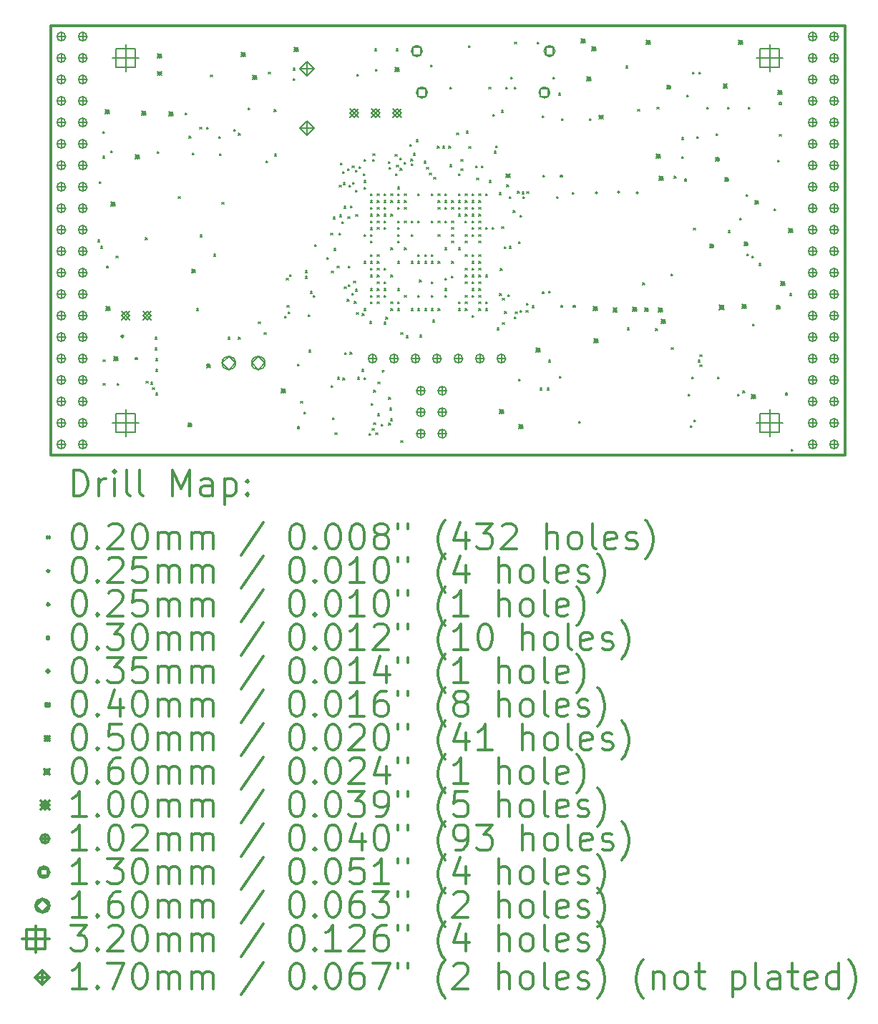
<source format=gbr>
%FSLAX45Y45*%
G04 Gerber Fmt 4.5, Leading zero omitted, Abs format (unit mm)*
G04 Created by KiCad (PCBNEW 5.0.0+dfsg1-2) date Sat Sep 15 21:33:21 2018*
%MOMM*%
%LPD*%
G01*
G04 APERTURE LIST*
%ADD10C,0.300000*%
%ADD11C,0.200000*%
G04 APERTURE END LIST*
D10*
X9410000Y-6142000D02*
X9410000Y-11222000D01*
X18808000Y-6142000D02*
X9410000Y-6142000D01*
X18808000Y-11222000D02*
X18808000Y-6142000D01*
X9410000Y-11222000D02*
X18808000Y-11222000D01*
D11*
X9969000Y-8676600D02*
X9989000Y-8696600D01*
X9989000Y-8676600D02*
X9969000Y-8696600D01*
X9990550Y-7986200D02*
X10010550Y-8006200D01*
X10010550Y-7986200D02*
X9990550Y-8006200D01*
X10007100Y-8752800D02*
X10027100Y-8772800D01*
X10027100Y-8752800D02*
X10007100Y-8772800D01*
X10032500Y-7393900D02*
X10052500Y-7413900D01*
X10052500Y-7393900D02*
X10032500Y-7413900D01*
X10032500Y-7686000D02*
X10052500Y-7706000D01*
X10052500Y-7686000D02*
X10032500Y-7706000D01*
X10035000Y-10094400D02*
X10055000Y-10114400D01*
X10055000Y-10094400D02*
X10035000Y-10114400D01*
X10035000Y-10373800D02*
X10055000Y-10393800D01*
X10055000Y-10373800D02*
X10035000Y-10393800D01*
X10125400Y-7619700D02*
X10145400Y-7639700D01*
X10145400Y-7619700D02*
X10125400Y-7639700D01*
X10187400Y-8868850D02*
X10207400Y-8888850D01*
X10207400Y-8868850D02*
X10187400Y-8888850D01*
X10200100Y-10373800D02*
X10220100Y-10393800D01*
X10220100Y-10373800D02*
X10200100Y-10393800D01*
X10535450Y-8649900D02*
X10555450Y-8669900D01*
X10555450Y-8649900D02*
X10535450Y-8669900D01*
X10543000Y-10348400D02*
X10563000Y-10368400D01*
X10563000Y-10348400D02*
X10543000Y-10368400D01*
X10595970Y-10361643D02*
X10615970Y-10381643D01*
X10615970Y-10361643D02*
X10595970Y-10381643D01*
X10619200Y-10424600D02*
X10639200Y-10444600D01*
X10639200Y-10424600D02*
X10619200Y-10444600D01*
X10650950Y-9827700D02*
X10670950Y-9847700D01*
X10670950Y-9827700D02*
X10650950Y-9847700D01*
X10650950Y-9954700D02*
X10670950Y-9974700D01*
X10670950Y-9954700D02*
X10650950Y-9974700D01*
X10657300Y-10081700D02*
X10677300Y-10101700D01*
X10677300Y-10081700D02*
X10657300Y-10101700D01*
X10657300Y-10208701D02*
X10677300Y-10228701D01*
X10677300Y-10208701D02*
X10657300Y-10228701D01*
X10657300Y-10488100D02*
X10677300Y-10508100D01*
X10677300Y-10488100D02*
X10657300Y-10508100D01*
X10671500Y-7632400D02*
X10691500Y-7652400D01*
X10691500Y-7632400D02*
X10671500Y-7652400D01*
X10924000Y-8164000D02*
X10944000Y-8184000D01*
X10944000Y-8164000D02*
X10924000Y-8184000D01*
X11001700Y-7175200D02*
X11021700Y-7195200D01*
X11021700Y-7175200D02*
X11001700Y-7195200D01*
X11049908Y-7448938D02*
X11069908Y-7468938D01*
X11069908Y-7448938D02*
X11049908Y-7468938D01*
X11090600Y-7645100D02*
X11110600Y-7665100D01*
X11110600Y-7645100D02*
X11090600Y-7665100D01*
X11137400Y-9489400D02*
X11157400Y-9509400D01*
X11157400Y-9489400D02*
X11137400Y-9509400D01*
X11178000Y-7344850D02*
X11198000Y-7364850D01*
X11198000Y-7344850D02*
X11178000Y-7364850D01*
X11179522Y-8615379D02*
X11199522Y-8635379D01*
X11199522Y-8615379D02*
X11179522Y-8635379D01*
X11260550Y-7344851D02*
X11280550Y-7364851D01*
X11280550Y-7344851D02*
X11260550Y-7364851D01*
X11305725Y-6724363D02*
X11325725Y-6744363D01*
X11325725Y-6724363D02*
X11305725Y-6744363D01*
X11344600Y-8845973D02*
X11364600Y-8865973D01*
X11364600Y-8845973D02*
X11344600Y-8865973D01*
X11400408Y-7451220D02*
X11420408Y-7471220D01*
X11420408Y-7451220D02*
X11400408Y-7471220D01*
X11408100Y-7657800D02*
X11428100Y-7677800D01*
X11428100Y-7657800D02*
X11408100Y-7677800D01*
X11441393Y-8230943D02*
X11461393Y-8250943D01*
X11461393Y-8230943D02*
X11441393Y-8250943D01*
X11514550Y-9827700D02*
X11534550Y-9847700D01*
X11534550Y-9827700D02*
X11514550Y-9847700D01*
X11578000Y-7370000D02*
X11598000Y-7390000D01*
X11598000Y-7370000D02*
X11578000Y-7390000D01*
X11633852Y-9827700D02*
X11653852Y-9847700D01*
X11653852Y-9827700D02*
X11633852Y-9847700D01*
X11635200Y-7414700D02*
X11655200Y-7434700D01*
X11655200Y-7414700D02*
X11635200Y-7434700D01*
X11747000Y-7114500D02*
X11767000Y-7134500D01*
X11767000Y-7114500D02*
X11747000Y-7134500D01*
X11870412Y-9644112D02*
X11890412Y-9664112D01*
X11890412Y-9644112D02*
X11870412Y-9664112D01*
X11940000Y-9772000D02*
X11960000Y-9792000D01*
X11960000Y-9772000D02*
X11940000Y-9792000D01*
X11959215Y-7739412D02*
X11979215Y-7759412D01*
X11979215Y-7739412D02*
X11959215Y-7759412D01*
X11990800Y-6690800D02*
X12010800Y-6710800D01*
X12010800Y-6690800D02*
X11990800Y-6710800D01*
X12056498Y-7133651D02*
X12076498Y-7153651D01*
X12076498Y-7133651D02*
X12056498Y-7153651D01*
X12063993Y-7659408D02*
X12083993Y-7679408D01*
X12083993Y-7659408D02*
X12063993Y-7679408D01*
X12182800Y-9575500D02*
X12202800Y-9595500D01*
X12202800Y-9575500D02*
X12182800Y-9595500D01*
X12201657Y-9128657D02*
X12221657Y-9148657D01*
X12221657Y-9128657D02*
X12201657Y-9148657D01*
X12210364Y-9448538D02*
X12230364Y-9468538D01*
X12230364Y-9448538D02*
X12210364Y-9468538D01*
X12220900Y-9524700D02*
X12240900Y-9544700D01*
X12240900Y-9524700D02*
X12220900Y-9544700D01*
X12242096Y-9088217D02*
X12262096Y-9108217D01*
X12262096Y-9088217D02*
X12242096Y-9108217D01*
X12282618Y-6643232D02*
X12302618Y-6663232D01*
X12302618Y-6643232D02*
X12282618Y-6663232D01*
X12284400Y-6768800D02*
X12304400Y-6788800D01*
X12304400Y-6768800D02*
X12284400Y-6788800D01*
X12332545Y-10146435D02*
X12352545Y-10166435D01*
X12352545Y-10146435D02*
X12332545Y-10166435D01*
X12370241Y-10586650D02*
X12390241Y-10606650D01*
X12390241Y-10586650D02*
X12370241Y-10606650D01*
X12410242Y-10710764D02*
X12430242Y-10730764D01*
X12430242Y-10710764D02*
X12410242Y-10730764D01*
X12423701Y-9107100D02*
X12443701Y-9127100D01*
X12443701Y-9107100D02*
X12423701Y-9127100D01*
X12423702Y-9038791D02*
X12443702Y-9058791D01*
X12443702Y-9038791D02*
X12423702Y-9058791D01*
X12460700Y-9561000D02*
X12480700Y-9581000D01*
X12480700Y-9561000D02*
X12460700Y-9581000D01*
X12467050Y-9980100D02*
X12487050Y-10000100D01*
X12487050Y-9980100D02*
X12467050Y-10000100D01*
X12486399Y-9285661D02*
X12506399Y-9305661D01*
X12506399Y-9285661D02*
X12486399Y-9305661D01*
X12519149Y-9329350D02*
X12539149Y-9349350D01*
X12539149Y-9329350D02*
X12519149Y-9349350D01*
X12538837Y-8731087D02*
X12558837Y-8751087D01*
X12558837Y-8731087D02*
X12538837Y-8751087D01*
X12682329Y-8882979D02*
X12702329Y-8902979D01*
X12702329Y-8882979D02*
X12682329Y-8902979D01*
X12727400Y-8595800D02*
X12747400Y-8615800D01*
X12747400Y-8595800D02*
X12727400Y-8615800D01*
X12731909Y-10397773D02*
X12751909Y-10417773D01*
X12751909Y-10397773D02*
X12731909Y-10417773D01*
X12733834Y-9045740D02*
X12753834Y-9065740D01*
X12753834Y-9045740D02*
X12733834Y-9065740D01*
X12748660Y-10777504D02*
X12768660Y-10797504D01*
X12768660Y-10777504D02*
X12748660Y-10797504D01*
X12759150Y-8405300D02*
X12779150Y-8425300D01*
X12779150Y-8405300D02*
X12759150Y-8425300D01*
X12764768Y-8776012D02*
X12784768Y-8796012D01*
X12784768Y-8776012D02*
X12764768Y-8796012D01*
X12778201Y-10958000D02*
X12798201Y-10978000D01*
X12798201Y-10958000D02*
X12778201Y-10978000D01*
X12803218Y-8983018D02*
X12823218Y-9003018D01*
X12823218Y-8983018D02*
X12803218Y-9003018D01*
X12808750Y-10300900D02*
X12828750Y-10320900D01*
X12828750Y-10300900D02*
X12808750Y-10320900D01*
X12824072Y-8596207D02*
X12844072Y-8616207D01*
X12844072Y-8596207D02*
X12824072Y-8616207D01*
X12829000Y-8030650D02*
X12849000Y-8050650D01*
X12849000Y-8030650D02*
X12829000Y-8050650D01*
X12835350Y-8379900D02*
X12855350Y-8399900D01*
X12855350Y-8379900D02*
X12835350Y-8399900D01*
X12841700Y-7765451D02*
X12861700Y-7785451D01*
X12861700Y-7765451D02*
X12841700Y-7785451D01*
X12860114Y-8462438D02*
X12880114Y-8482438D01*
X12880114Y-8462438D02*
X12860114Y-8482438D01*
X12867100Y-7865550D02*
X12887100Y-7885550D01*
X12887100Y-7865550D02*
X12867100Y-7885550D01*
X12870682Y-10308590D02*
X12890682Y-10328590D01*
X12890682Y-10308590D02*
X12870682Y-10328590D01*
X12873450Y-7998900D02*
X12893450Y-8018900D01*
X12893450Y-7998900D02*
X12873450Y-8018900D01*
X12886150Y-8278300D02*
X12906150Y-8298300D01*
X12906150Y-8278300D02*
X12886150Y-8298300D01*
X12886283Y-9229083D02*
X12906283Y-9249083D01*
X12906283Y-9229083D02*
X12886283Y-9249083D01*
X12890520Y-10007480D02*
X12910520Y-10027480D01*
X12910520Y-10007480D02*
X12890520Y-10027480D01*
X12921835Y-9377845D02*
X12941835Y-9397845D01*
X12941835Y-9377845D02*
X12921835Y-9397845D01*
X12924250Y-7833800D02*
X12944250Y-7853800D01*
X12944250Y-7833800D02*
X12924250Y-7853800D01*
X12930501Y-8400852D02*
X12950501Y-8420852D01*
X12950501Y-8400852D02*
X12930501Y-8420852D01*
X12934924Y-8983794D02*
X12954924Y-9003794D01*
X12954924Y-8983794D02*
X12934924Y-9003794D01*
X12935750Y-9202350D02*
X12955750Y-9222350D01*
X12955750Y-9202350D02*
X12935750Y-9222350D01*
X12940751Y-8030650D02*
X12960751Y-8050650D01*
X12960751Y-8030650D02*
X12940751Y-8050650D01*
X12956000Y-10005500D02*
X12976000Y-10025500D01*
X12976000Y-10005500D02*
X12956000Y-10025500D01*
X12962350Y-8273851D02*
X12982350Y-8293851D01*
X12982350Y-8273851D02*
X12962350Y-8293851D01*
X12976189Y-9308896D02*
X12996189Y-9328896D01*
X12996189Y-9308896D02*
X12976189Y-9328896D01*
X12981400Y-7802050D02*
X13001400Y-7822050D01*
X13001400Y-7802050D02*
X12981400Y-7822050D01*
X12984711Y-7994431D02*
X13004711Y-8014431D01*
X13004711Y-7994431D02*
X12984711Y-8014431D01*
X12999250Y-9164250D02*
X13019250Y-9184250D01*
X13019250Y-9164250D02*
X12999250Y-9184250D01*
X13007618Y-9405227D02*
X13027618Y-9425227D01*
X13027618Y-9405227D02*
X13007618Y-9425227D01*
X13018300Y-9259500D02*
X13038300Y-9279500D01*
X13038300Y-9259500D02*
X13018300Y-9279500D01*
X13018305Y-7852464D02*
X13038305Y-7872464D01*
X13038305Y-7852464D02*
X13018305Y-7872464D01*
X13019500Y-8087800D02*
X13039500Y-8107800D01*
X13039500Y-8087800D02*
X13019500Y-8107800D01*
X13023410Y-8375410D02*
X13043410Y-8395410D01*
X13043410Y-8375410D02*
X13023410Y-8395410D01*
X13030548Y-9536431D02*
X13050548Y-9556431D01*
X13050548Y-9536431D02*
X13030548Y-9556431D01*
X13033700Y-6718000D02*
X13053700Y-6738000D01*
X13053700Y-6718000D02*
X13033700Y-6738000D01*
X13043700Y-10300900D02*
X13063700Y-10320900D01*
X13063700Y-10300900D02*
X13043700Y-10320900D01*
X13063950Y-7808400D02*
X13083950Y-7828400D01*
X13083950Y-7808400D02*
X13063950Y-7828400D01*
X13093907Y-10208700D02*
X13113907Y-10228700D01*
X13113907Y-10208700D02*
X13093907Y-10228700D01*
X13098471Y-9546418D02*
X13118471Y-9566418D01*
X13118471Y-9546418D02*
X13098471Y-9566418D01*
X13114818Y-7892343D02*
X13134818Y-7912343D01*
X13134818Y-7892343D02*
X13114818Y-7912343D01*
X13118000Y-8052363D02*
X13138000Y-8072363D01*
X13138000Y-8052363D02*
X13118000Y-8072363D01*
X13118000Y-8610000D02*
X13138000Y-8630000D01*
X13138000Y-8610000D02*
X13118000Y-8630000D01*
X13118000Y-8930000D02*
X13138000Y-8950000D01*
X13138000Y-8930000D02*
X13118000Y-8950000D01*
X13118000Y-9490000D02*
X13138000Y-9510000D01*
X13138000Y-9490000D02*
X13118000Y-9510000D01*
X13118565Y-7722735D02*
X13138565Y-7742735D01*
X13138565Y-7722735D02*
X13118565Y-7742735D01*
X13119785Y-7972345D02*
X13139785Y-7992345D01*
X13139785Y-7972345D02*
X13119785Y-7992345D01*
X13119900Y-10307250D02*
X13139900Y-10327250D01*
X13139900Y-10307250D02*
X13119900Y-10327250D01*
X13178250Y-10964350D02*
X13198250Y-10984350D01*
X13198250Y-10964350D02*
X13178250Y-10984350D01*
X13189750Y-9640500D02*
X13209750Y-9660500D01*
X13209750Y-9640500D02*
X13189750Y-9660500D01*
X13197734Y-9090201D02*
X13217734Y-9110201D01*
X13217734Y-9090201D02*
X13197734Y-9110201D01*
X13198000Y-8130000D02*
X13218000Y-8150000D01*
X13218000Y-8130000D02*
X13198000Y-8150000D01*
X13198000Y-8210000D02*
X13218000Y-8230000D01*
X13218000Y-8210000D02*
X13198000Y-8230000D01*
X13198000Y-8290000D02*
X13218000Y-8310000D01*
X13218000Y-8290000D02*
X13198000Y-8310000D01*
X13198000Y-8370000D02*
X13218000Y-8390000D01*
X13218000Y-8370000D02*
X13198000Y-8390000D01*
X13198000Y-8450000D02*
X13218000Y-8470000D01*
X13218000Y-8450000D02*
X13198000Y-8470000D01*
X13198000Y-8531500D02*
X13218000Y-8551500D01*
X13218000Y-8531500D02*
X13198000Y-8551500D01*
X13198000Y-8610000D02*
X13218000Y-8630000D01*
X13218000Y-8610000D02*
X13198000Y-8630000D01*
X13198000Y-8690000D02*
X13218000Y-8710000D01*
X13218000Y-8690000D02*
X13198000Y-8710000D01*
X13198000Y-8850000D02*
X13218000Y-8870000D01*
X13218000Y-8850000D02*
X13198000Y-8870000D01*
X13198000Y-8930000D02*
X13218000Y-8950000D01*
X13218000Y-8930000D02*
X13198000Y-8950000D01*
X13198000Y-9010000D02*
X13218000Y-9030000D01*
X13218000Y-9010000D02*
X13198000Y-9030000D01*
X13198000Y-9250000D02*
X13218000Y-9270000D01*
X13218000Y-9250000D02*
X13198000Y-9270000D01*
X13198000Y-9330000D02*
X13218000Y-9350000D01*
X13218000Y-9330000D02*
X13198000Y-9350000D01*
X13198000Y-9410000D02*
X13218000Y-9430000D01*
X13218000Y-9410000D02*
X13198000Y-9430000D01*
X13206286Y-10608587D02*
X13226286Y-10628587D01*
X13226286Y-10608587D02*
X13206286Y-10628587D01*
X13217511Y-10908296D02*
X13237511Y-10928296D01*
X13237511Y-10908296D02*
X13217511Y-10928296D01*
X13220903Y-7724256D02*
X13240903Y-7744256D01*
X13240903Y-7724256D02*
X13220903Y-7744256D01*
X13227850Y-7652950D02*
X13247850Y-7672950D01*
X13247850Y-7652950D02*
X13227850Y-7672950D01*
X13234200Y-10453300D02*
X13254200Y-10473300D01*
X13254200Y-10453300D02*
X13234200Y-10473300D01*
X13234200Y-10840650D02*
X13254200Y-10860650D01*
X13254200Y-10840650D02*
X13234200Y-10860650D01*
X13245600Y-6416000D02*
X13265600Y-6436000D01*
X13265600Y-6416000D02*
X13245600Y-6436000D01*
X13258300Y-6657300D02*
X13278300Y-6677300D01*
X13278300Y-6657300D02*
X13258300Y-6677300D01*
X13260800Y-10958000D02*
X13280800Y-10978000D01*
X13280800Y-10958000D02*
X13260800Y-10978000D01*
X13278000Y-8130000D02*
X13298000Y-8150000D01*
X13298000Y-8130000D02*
X13278000Y-8150000D01*
X13278000Y-8210000D02*
X13298000Y-8230000D01*
X13298000Y-8210000D02*
X13278000Y-8230000D01*
X13278000Y-8290000D02*
X13298000Y-8310000D01*
X13298000Y-8290000D02*
X13278000Y-8310000D01*
X13278000Y-8370000D02*
X13298000Y-8390000D01*
X13298000Y-8370000D02*
X13278000Y-8390000D01*
X13278000Y-8450000D02*
X13298000Y-8470000D01*
X13298000Y-8450000D02*
X13278000Y-8470000D01*
X13278000Y-8530000D02*
X13298000Y-8550000D01*
X13298000Y-8530000D02*
X13278000Y-8550000D01*
X13278000Y-8850000D02*
X13298000Y-8870000D01*
X13298000Y-8850000D02*
X13278000Y-8870000D01*
X13278000Y-8930000D02*
X13298000Y-8950000D01*
X13298000Y-8930000D02*
X13278000Y-8950000D01*
X13278000Y-9010000D02*
X13298000Y-9030000D01*
X13298000Y-9010000D02*
X13278000Y-9030000D01*
X13278000Y-9090000D02*
X13298000Y-9110000D01*
X13298000Y-9090000D02*
X13278000Y-9110000D01*
X13278000Y-9170000D02*
X13298000Y-9190000D01*
X13298000Y-9170000D02*
X13278000Y-9190000D01*
X13278000Y-9250000D02*
X13298000Y-9270000D01*
X13298000Y-9250000D02*
X13278000Y-9270000D01*
X13278000Y-9330000D02*
X13298000Y-9350000D01*
X13298000Y-9330000D02*
X13278000Y-9350000D01*
X13278000Y-9410000D02*
X13298000Y-9430000D01*
X13298000Y-9410000D02*
X13278000Y-9430000D01*
X13281247Y-10733530D02*
X13301247Y-10753530D01*
X13301247Y-10733530D02*
X13281247Y-10753530D01*
X13285000Y-10358050D02*
X13305000Y-10378050D01*
X13305000Y-10358050D02*
X13285000Y-10378050D01*
X13324300Y-10856400D02*
X13344300Y-10876400D01*
X13344300Y-10856400D02*
X13324300Y-10876400D01*
X13358000Y-8130000D02*
X13378000Y-8150000D01*
X13378000Y-8130000D02*
X13358000Y-8150000D01*
X13358000Y-8210000D02*
X13378000Y-8230000D01*
X13378000Y-8210000D02*
X13358000Y-8230000D01*
X13358000Y-8290000D02*
X13378000Y-8310000D01*
X13378000Y-8290000D02*
X13358000Y-8310000D01*
X13358000Y-8370000D02*
X13378000Y-8390000D01*
X13378000Y-8370000D02*
X13358000Y-8390000D01*
X13358000Y-8450000D02*
X13378000Y-8470000D01*
X13378000Y-8450000D02*
X13358000Y-8470000D01*
X13358000Y-8530000D02*
X13378000Y-8550000D01*
X13378000Y-8530000D02*
X13358000Y-8550000D01*
X13358000Y-9010000D02*
X13378000Y-9030000D01*
X13378000Y-9010000D02*
X13358000Y-9030000D01*
X13358000Y-9170000D02*
X13378000Y-9190000D01*
X13378000Y-9170000D02*
X13358000Y-9190000D01*
X13358000Y-9250000D02*
X13378000Y-9270000D01*
X13378000Y-9250000D02*
X13358000Y-9270000D01*
X13358000Y-9330000D02*
X13378000Y-9350000D01*
X13378000Y-9330000D02*
X13358000Y-9350000D01*
X13358000Y-9650000D02*
X13378000Y-9670000D01*
X13378000Y-9650000D02*
X13358000Y-9670000D01*
X13378000Y-9590000D02*
X13398000Y-9610000D01*
X13398000Y-9590000D02*
X13378000Y-9610000D01*
X13411163Y-7748395D02*
X13431163Y-7768395D01*
X13431163Y-7748395D02*
X13411163Y-7768395D01*
X13413200Y-10538900D02*
X13433200Y-10558900D01*
X13433200Y-10538900D02*
X13413200Y-10558900D01*
X13413200Y-10843700D02*
X13433200Y-10863700D01*
X13433200Y-10843700D02*
X13413200Y-10863700D01*
X13415020Y-7815418D02*
X13435020Y-7835418D01*
X13435020Y-7815418D02*
X13415020Y-7835418D01*
X13425900Y-10665900D02*
X13445900Y-10685900D01*
X13445900Y-10665900D02*
X13425900Y-10685900D01*
X13432035Y-10792450D02*
X13452035Y-10812450D01*
X13452035Y-10792450D02*
X13432035Y-10812450D01*
X13438000Y-8130000D02*
X13458000Y-8150000D01*
X13458000Y-8130000D02*
X13438000Y-8150000D01*
X13438000Y-8210000D02*
X13458000Y-8230000D01*
X13458000Y-8210000D02*
X13438000Y-8230000D01*
X13438000Y-8370000D02*
X13458000Y-8390000D01*
X13458000Y-8370000D02*
X13438000Y-8390000D01*
X13438000Y-9090000D02*
X13458000Y-9110000D01*
X13458000Y-9090000D02*
X13438000Y-9110000D01*
X13438000Y-9410000D02*
X13458000Y-9430000D01*
X13458000Y-9410000D02*
X13438000Y-9430000D01*
X13438000Y-9490000D02*
X13458000Y-9510000D01*
X13458000Y-9490000D02*
X13438000Y-9510000D01*
X13438001Y-8770000D02*
X13458001Y-8790000D01*
X13458001Y-8770000D02*
X13438001Y-8790000D01*
X13489399Y-7662350D02*
X13509399Y-7682350D01*
X13509399Y-7662350D02*
X13489399Y-7682350D01*
X13492132Y-7892495D02*
X13512132Y-7912495D01*
X13512132Y-7892495D02*
X13492132Y-7912495D01*
X13499600Y-6416000D02*
X13519600Y-6436000D01*
X13519600Y-6416000D02*
X13499600Y-6436000D01*
X13507250Y-7792650D02*
X13527250Y-7812650D01*
X13527250Y-7792650D02*
X13507250Y-7812650D01*
X13518000Y-8050000D02*
X13538000Y-8070000D01*
X13538000Y-8050000D02*
X13518000Y-8070000D01*
X13518000Y-8130000D02*
X13538000Y-8150000D01*
X13538000Y-8130000D02*
X13518000Y-8150000D01*
X13518000Y-8210000D02*
X13538000Y-8230000D01*
X13538000Y-8210000D02*
X13518000Y-8230000D01*
X13518000Y-8290000D02*
X13538000Y-8310000D01*
X13538000Y-8290000D02*
X13518000Y-8310000D01*
X13518000Y-8450000D02*
X13538000Y-8470000D01*
X13538000Y-8450000D02*
X13518000Y-8470000D01*
X13518000Y-8530000D02*
X13538000Y-8550000D01*
X13538000Y-8530000D02*
X13518000Y-8550000D01*
X13518000Y-8610000D02*
X13538000Y-8630000D01*
X13538000Y-8610000D02*
X13518000Y-8630000D01*
X13518000Y-8690000D02*
X13538000Y-8710000D01*
X13538000Y-8690000D02*
X13518000Y-8710000D01*
X13518000Y-8930000D02*
X13538000Y-8950000D01*
X13538000Y-8930000D02*
X13518000Y-8950000D01*
X13518000Y-9250000D02*
X13538000Y-9270000D01*
X13538000Y-9250000D02*
X13518000Y-9270000D01*
X13518000Y-9410000D02*
X13538000Y-9430000D01*
X13538000Y-9410000D02*
X13518000Y-9430000D01*
X13518000Y-9490000D02*
X13538000Y-9510000D01*
X13538000Y-9490000D02*
X13518000Y-9510000D01*
X13546550Y-7706800D02*
X13566550Y-7726800D01*
X13566550Y-7706800D02*
X13546550Y-7726800D01*
X13549150Y-7827659D02*
X13569150Y-7847659D01*
X13569150Y-7827659D02*
X13549150Y-7847659D01*
X13555656Y-11051071D02*
X13575656Y-11071071D01*
X13575656Y-11051071D02*
X13555656Y-11071071D01*
X13558000Y-9770000D02*
X13578000Y-9790000D01*
X13578000Y-9770000D02*
X13558000Y-9790000D01*
X13594882Y-7754550D02*
X13614882Y-7774550D01*
X13614882Y-7754550D02*
X13594882Y-7774550D01*
X13598000Y-8130000D02*
X13618000Y-8150000D01*
X13618000Y-8130000D02*
X13598000Y-8150000D01*
X13598000Y-8210000D02*
X13618000Y-8230000D01*
X13618000Y-8210000D02*
X13598000Y-8230000D01*
X13598000Y-8290000D02*
X13618000Y-8310000D01*
X13618000Y-8290000D02*
X13598000Y-8310000D01*
X13598000Y-8450000D02*
X13618000Y-8470000D01*
X13618000Y-8450000D02*
X13598000Y-8470000D01*
X13598000Y-8770000D02*
X13618000Y-8790000D01*
X13618000Y-8770000D02*
X13598000Y-8790000D01*
X13598000Y-9330000D02*
X13618000Y-9350000D01*
X13618000Y-9330000D02*
X13598000Y-9350000D01*
X13618000Y-9810000D02*
X13638000Y-9830000D01*
X13638000Y-9810000D02*
X13618000Y-9830000D01*
X13664259Y-7547941D02*
X13684259Y-7567941D01*
X13684259Y-7547941D02*
X13664259Y-7567941D01*
X13676320Y-7718760D02*
X13696320Y-7738760D01*
X13696320Y-7718760D02*
X13676320Y-7738760D01*
X13678000Y-8450000D02*
X13698000Y-8470000D01*
X13698000Y-8450000D02*
X13678000Y-8470000D01*
X13678000Y-8610000D02*
X13698000Y-8630000D01*
X13698000Y-8610000D02*
X13678000Y-8630000D01*
X13678000Y-8930000D02*
X13698000Y-8950000D01*
X13698000Y-8930000D02*
X13678000Y-8950000D01*
X13678000Y-9490000D02*
X13698000Y-9510000D01*
X13698000Y-9490000D02*
X13678000Y-9510000D01*
X13679461Y-7776107D02*
X13699461Y-7796107D01*
X13699461Y-7776107D02*
X13679461Y-7796107D01*
X13707437Y-7652487D02*
X13727437Y-7672487D01*
X13727437Y-7652487D02*
X13707437Y-7672487D01*
X13738000Y-7490000D02*
X13758000Y-7510000D01*
X13758000Y-7490000D02*
X13738000Y-7510000D01*
X13758000Y-8130000D02*
X13778000Y-8150000D01*
X13778000Y-8130000D02*
X13758000Y-8150000D01*
X13758000Y-8450000D02*
X13778000Y-8470000D01*
X13778000Y-8450000D02*
X13758000Y-8470000D01*
X13758000Y-8850000D02*
X13778000Y-8870000D01*
X13778000Y-8850000D02*
X13758000Y-8870000D01*
X13758000Y-8930000D02*
X13778000Y-8950000D01*
X13778000Y-8930000D02*
X13758000Y-8950000D01*
X13758000Y-9330000D02*
X13778000Y-9350000D01*
X13778000Y-9330000D02*
X13758000Y-9350000D01*
X13758000Y-9490000D02*
X13778000Y-9510000D01*
X13778000Y-9490000D02*
X13758000Y-9510000D01*
X13778000Y-9150000D02*
X13798000Y-9170000D01*
X13798000Y-9150000D02*
X13778000Y-9170000D01*
X13781499Y-9802300D02*
X13801499Y-9822300D01*
X13801499Y-9802300D02*
X13781499Y-9822300D01*
X13830592Y-7745154D02*
X13850592Y-7765154D01*
X13850592Y-7745154D02*
X13830592Y-7765154D01*
X13838000Y-8850000D02*
X13858000Y-8870000D01*
X13858000Y-8850000D02*
X13838000Y-8870000D01*
X13838000Y-8930000D02*
X13858000Y-8950000D01*
X13858000Y-8930000D02*
X13838000Y-8950000D01*
X13838000Y-9490000D02*
X13858000Y-9510000D01*
X13858000Y-9490000D02*
X13838000Y-9510000D01*
X13862850Y-7818050D02*
X13882850Y-7838050D01*
X13882850Y-7818050D02*
X13862850Y-7838050D01*
X13894600Y-7881550D02*
X13914600Y-7901550D01*
X13914600Y-7881550D02*
X13894600Y-7901550D01*
X13910000Y-6603700D02*
X13930000Y-6623700D01*
X13930000Y-6603700D02*
X13910000Y-6623700D01*
X13918000Y-8130000D02*
X13938000Y-8150000D01*
X13938000Y-8130000D02*
X13918000Y-8150000D01*
X13918000Y-8450000D02*
X13938000Y-8470000D01*
X13938000Y-8450000D02*
X13918000Y-8470000D01*
X13918000Y-8850000D02*
X13938000Y-8870000D01*
X13938000Y-8850000D02*
X13918000Y-8870000D01*
X13918000Y-8930000D02*
X13938000Y-8950000D01*
X13938000Y-8930000D02*
X13918000Y-8950000D01*
X13918000Y-9170000D02*
X13938000Y-9190000D01*
X13938000Y-9170000D02*
X13918000Y-9190000D01*
X13918000Y-9330000D02*
X13938000Y-9350000D01*
X13938000Y-9330000D02*
X13918000Y-9350000D01*
X13918000Y-9490000D02*
X13938000Y-9510000D01*
X13938000Y-9490000D02*
X13918000Y-9510000D01*
X13933900Y-9624500D02*
X13953900Y-9644500D01*
X13953900Y-9624500D02*
X13933900Y-9644500D01*
X13945400Y-7932350D02*
X13965400Y-7952350D01*
X13965400Y-7932350D02*
X13945400Y-7952350D01*
X13987649Y-7567100D02*
X14007649Y-7587100D01*
X14007649Y-7567100D02*
X13987649Y-7587100D01*
X13996000Y-8292000D02*
X14016000Y-8312000D01*
X14016000Y-8292000D02*
X13996000Y-8312000D01*
X13998000Y-8130000D02*
X14018000Y-8150000D01*
X14018000Y-8130000D02*
X13998000Y-8150000D01*
X13998000Y-8210000D02*
X14018000Y-8230000D01*
X14018000Y-8210000D02*
X13998000Y-8230000D01*
X13998000Y-8450000D02*
X14018000Y-8470000D01*
X14018000Y-8450000D02*
X13998000Y-8470000D01*
X13998000Y-8610000D02*
X14018000Y-8630000D01*
X14018000Y-8610000D02*
X13998000Y-8630000D01*
X13998000Y-8930000D02*
X14018000Y-8950000D01*
X14018000Y-8930000D02*
X13998000Y-8950000D01*
X13998000Y-9490000D02*
X14018000Y-9510000D01*
X14018000Y-9490000D02*
X13998000Y-9510000D01*
X14054550Y-7567100D02*
X14074550Y-7587100D01*
X14074550Y-7567100D02*
X14054550Y-7587100D01*
X14078000Y-8130000D02*
X14098000Y-8150000D01*
X14098000Y-8130000D02*
X14078000Y-8150000D01*
X14078000Y-8210000D02*
X14098000Y-8230000D01*
X14098000Y-8210000D02*
X14078000Y-8230000D01*
X14078000Y-8290000D02*
X14098000Y-8310000D01*
X14098000Y-8290000D02*
X14078000Y-8310000D01*
X14078000Y-8450000D02*
X14098000Y-8470000D01*
X14098000Y-8450000D02*
X14078000Y-8470000D01*
X14078000Y-8770000D02*
X14098000Y-8790000D01*
X14098000Y-8770000D02*
X14078000Y-8790000D01*
X14078000Y-9130000D02*
X14098000Y-9150000D01*
X14098000Y-9130000D02*
X14078000Y-9150000D01*
X14078000Y-9250000D02*
X14098000Y-9270000D01*
X14098000Y-9250000D02*
X14078000Y-9270000D01*
X14078000Y-9330000D02*
X14098000Y-9350000D01*
X14098000Y-9330000D02*
X14078000Y-9350000D01*
X14124400Y-7567100D02*
X14144400Y-7587100D01*
X14144400Y-7567100D02*
X14124400Y-7587100D01*
X14135900Y-7786300D02*
X14155900Y-7806300D01*
X14155900Y-7786300D02*
X14135900Y-7806300D01*
X14138000Y-6870000D02*
X14158000Y-6890000D01*
X14158000Y-6870000D02*
X14138000Y-6890000D01*
X14154000Y-9100700D02*
X14174000Y-9120700D01*
X14174000Y-9100700D02*
X14154000Y-9120700D01*
X14158000Y-8210000D02*
X14178000Y-8230000D01*
X14178000Y-8210000D02*
X14158000Y-8230000D01*
X14158000Y-8290000D02*
X14178000Y-8310000D01*
X14178000Y-8290000D02*
X14158000Y-8310000D01*
X14158000Y-8450000D02*
X14178000Y-8470000D01*
X14178000Y-8450000D02*
X14158000Y-8470000D01*
X14158000Y-8530000D02*
X14178000Y-8550000D01*
X14178000Y-8530000D02*
X14158000Y-8550000D01*
X14158000Y-8610000D02*
X14178000Y-8630000D01*
X14178000Y-8610000D02*
X14158000Y-8630000D01*
X14158000Y-8690000D02*
X14178000Y-8710000D01*
X14178000Y-8690000D02*
X14158000Y-8710000D01*
X14158000Y-8930000D02*
X14178000Y-8950000D01*
X14178000Y-8930000D02*
X14158000Y-8950000D01*
X14218000Y-7410000D02*
X14238000Y-7430000D01*
X14238000Y-7410000D02*
X14218000Y-7430000D01*
X14236000Y-8292000D02*
X14256000Y-8312000D01*
X14256000Y-8292000D02*
X14236000Y-8312000D01*
X14236377Y-7893109D02*
X14256377Y-7913109D01*
X14256377Y-7893109D02*
X14236377Y-7913109D01*
X14238000Y-8130000D02*
X14258000Y-8150000D01*
X14258000Y-8130000D02*
X14238000Y-8150000D01*
X14238000Y-8210000D02*
X14258000Y-8230000D01*
X14258000Y-8210000D02*
X14238000Y-8230000D01*
X14238000Y-8370000D02*
X14258000Y-8390000D01*
X14258000Y-8370000D02*
X14238000Y-8390000D01*
X14238000Y-8770000D02*
X14258000Y-8790000D01*
X14258000Y-8770000D02*
X14238000Y-8790000D01*
X14238000Y-9410000D02*
X14258000Y-9430000D01*
X14258000Y-9410000D02*
X14238000Y-9430000D01*
X14238000Y-9490000D02*
X14258000Y-9510000D01*
X14258000Y-9490000D02*
X14238000Y-9510000D01*
X14267329Y-7833800D02*
X14287329Y-7853800D01*
X14287329Y-7833800D02*
X14267329Y-7853800D01*
X14268583Y-7723660D02*
X14288583Y-7743660D01*
X14288583Y-7723660D02*
X14268583Y-7743660D01*
X14316000Y-8452000D02*
X14336000Y-8472000D01*
X14336000Y-8452000D02*
X14316000Y-8472000D01*
X14318000Y-8130000D02*
X14338000Y-8150000D01*
X14338000Y-8130000D02*
X14318000Y-8150000D01*
X14318000Y-8210000D02*
X14338000Y-8230000D01*
X14338000Y-8210000D02*
X14318000Y-8230000D01*
X14318000Y-8290000D02*
X14338000Y-8310000D01*
X14338000Y-8290000D02*
X14318000Y-8310000D01*
X14318000Y-8370000D02*
X14338000Y-8390000D01*
X14338000Y-8370000D02*
X14318000Y-8390000D01*
X14318000Y-8610000D02*
X14338000Y-8630000D01*
X14338000Y-8610000D02*
X14318000Y-8630000D01*
X14318000Y-8690000D02*
X14338000Y-8710000D01*
X14338000Y-8690000D02*
X14318000Y-8710000D01*
X14318000Y-8850000D02*
X14338000Y-8870000D01*
X14338000Y-8850000D02*
X14318000Y-8870000D01*
X14318000Y-9010000D02*
X14338000Y-9030000D01*
X14338000Y-9010000D02*
X14318000Y-9030000D01*
X14318000Y-9090000D02*
X14338000Y-9110000D01*
X14338000Y-9090000D02*
X14318000Y-9110000D01*
X14318000Y-9170000D02*
X14338000Y-9190000D01*
X14338000Y-9170000D02*
X14318000Y-9190000D01*
X14318000Y-9330000D02*
X14338000Y-9350000D01*
X14338000Y-9330000D02*
X14318000Y-9350000D01*
X14318000Y-9410000D02*
X14338000Y-9430000D01*
X14338000Y-9410000D02*
X14318000Y-9430000D01*
X14318000Y-9490000D02*
X14338000Y-9510000D01*
X14338000Y-9490000D02*
X14318000Y-9510000D01*
X14331863Y-7387513D02*
X14351863Y-7407513D01*
X14351863Y-7387513D02*
X14331863Y-7407513D01*
X14355067Y-6376252D02*
X14375067Y-6396252D01*
X14375067Y-6376252D02*
X14355067Y-6396252D01*
X14360888Y-7571730D02*
X14380888Y-7591730D01*
X14380888Y-7571730D02*
X14360888Y-7591730D01*
X14398000Y-9570000D02*
X14418000Y-9590000D01*
X14418000Y-9570000D02*
X14398000Y-9590000D01*
X14398000Y-8130000D02*
X14418000Y-8150000D01*
X14418000Y-8130000D02*
X14398000Y-8150000D01*
X14398000Y-8210000D02*
X14418000Y-8230000D01*
X14418000Y-8210000D02*
X14398000Y-8230000D01*
X14398000Y-8290000D02*
X14418000Y-8310000D01*
X14418000Y-8290000D02*
X14398000Y-8310000D01*
X14398000Y-8370000D02*
X14418000Y-8390000D01*
X14418000Y-8370000D02*
X14398000Y-8390000D01*
X14398000Y-8450000D02*
X14418000Y-8470000D01*
X14418000Y-8450000D02*
X14398000Y-8470000D01*
X14398000Y-8530000D02*
X14418000Y-8550000D01*
X14418000Y-8530000D02*
X14398000Y-8550000D01*
X14398000Y-8610000D02*
X14418000Y-8630000D01*
X14418000Y-8610000D02*
X14398000Y-8630000D01*
X14398000Y-8850000D02*
X14418000Y-8870000D01*
X14418000Y-8850000D02*
X14398000Y-8870000D01*
X14398000Y-8930000D02*
X14418000Y-8950000D01*
X14418000Y-8930000D02*
X14398000Y-8950000D01*
X14398000Y-9010000D02*
X14418000Y-9030000D01*
X14418000Y-9010000D02*
X14398000Y-9030000D01*
X14398000Y-9090000D02*
X14418000Y-9110000D01*
X14418000Y-9090000D02*
X14398000Y-9110000D01*
X14398000Y-9170000D02*
X14418000Y-9190000D01*
X14418000Y-9170000D02*
X14398000Y-9190000D01*
X14398000Y-9250000D02*
X14418000Y-9270000D01*
X14418000Y-9250000D02*
X14398000Y-9270000D01*
X14398000Y-9330000D02*
X14418000Y-9350000D01*
X14418000Y-9330000D02*
X14398000Y-9350000D01*
X14441900Y-7802050D02*
X14461900Y-7822050D01*
X14461900Y-7802050D02*
X14441900Y-7822050D01*
X14453400Y-7942279D02*
X14473400Y-7962279D01*
X14473400Y-7942279D02*
X14453400Y-7962279D01*
X14478000Y-8130000D02*
X14498000Y-8150000D01*
X14498000Y-8130000D02*
X14478000Y-8150000D01*
X14478000Y-8210000D02*
X14498000Y-8230000D01*
X14498000Y-8210000D02*
X14478000Y-8230000D01*
X14478000Y-8290000D02*
X14498000Y-8310000D01*
X14498000Y-8290000D02*
X14478000Y-8310000D01*
X14478000Y-8370000D02*
X14498000Y-8390000D01*
X14498000Y-8370000D02*
X14478000Y-8390000D01*
X14478000Y-8450000D02*
X14498000Y-8470000D01*
X14498000Y-8450000D02*
X14478000Y-8470000D01*
X14478000Y-8530000D02*
X14498000Y-8550000D01*
X14498000Y-8530000D02*
X14478000Y-8550000D01*
X14478000Y-8610000D02*
X14498000Y-8630000D01*
X14498000Y-8610000D02*
X14478000Y-8630000D01*
X14478000Y-8690000D02*
X14498000Y-8710000D01*
X14498000Y-8690000D02*
X14478000Y-8710000D01*
X14478000Y-8850000D02*
X14498000Y-8870000D01*
X14498000Y-8850000D02*
X14478000Y-8870000D01*
X14478000Y-8930000D02*
X14498000Y-8950000D01*
X14498000Y-8930000D02*
X14478000Y-8950000D01*
X14478000Y-9010000D02*
X14498000Y-9030000D01*
X14498000Y-9010000D02*
X14478000Y-9030000D01*
X14478000Y-9090000D02*
X14498000Y-9110000D01*
X14498000Y-9090000D02*
X14478000Y-9110000D01*
X14478000Y-9170000D02*
X14498000Y-9190000D01*
X14498000Y-9170000D02*
X14478000Y-9190000D01*
X14478000Y-9250000D02*
X14498000Y-9270000D01*
X14498000Y-9250000D02*
X14478000Y-9270000D01*
X14478000Y-9330000D02*
X14498000Y-9350000D01*
X14498000Y-9330000D02*
X14478000Y-9350000D01*
X14478000Y-9410000D02*
X14498000Y-9430000D01*
X14498000Y-9410000D02*
X14478000Y-9430000D01*
X14478000Y-9490000D02*
X14498000Y-9510000D01*
X14498000Y-9490000D02*
X14478000Y-9510000D01*
X14511750Y-7802050D02*
X14531750Y-7822050D01*
X14531750Y-7802050D02*
X14511750Y-7822050D01*
X14558000Y-8130000D02*
X14578000Y-8150000D01*
X14578000Y-8130000D02*
X14558000Y-8150000D01*
X14558000Y-8530000D02*
X14578000Y-8550000D01*
X14578000Y-8530000D02*
X14558000Y-8550000D01*
X14558000Y-9090000D02*
X14578000Y-9110000D01*
X14578000Y-9090000D02*
X14558000Y-9110000D01*
X14558000Y-9410000D02*
X14578000Y-9430000D01*
X14578000Y-9410000D02*
X14558000Y-9430000D01*
X14558000Y-9490000D02*
X14578000Y-9510000D01*
X14578000Y-9490000D02*
X14558000Y-9510000D01*
X14598000Y-6870000D02*
X14618000Y-6890000D01*
X14618000Y-6870000D02*
X14598000Y-6890000D01*
X14600000Y-7972000D02*
X14620000Y-7992000D01*
X14620000Y-7972000D02*
X14600000Y-7992000D01*
X14638000Y-8530000D02*
X14658000Y-8550000D01*
X14658000Y-8530000D02*
X14638000Y-8550000D01*
X14646600Y-7187799D02*
X14666600Y-7207799D01*
X14666600Y-7187799D02*
X14646600Y-7207799D01*
X14660029Y-7625502D02*
X14680029Y-7645502D01*
X14680029Y-7625502D02*
X14660029Y-7645502D01*
X14676850Y-7560750D02*
X14696850Y-7580750D01*
X14696850Y-7560750D02*
X14676850Y-7580750D01*
X14694701Y-9716700D02*
X14714701Y-9736700D01*
X14714701Y-9716700D02*
X14694701Y-9736700D01*
X14720100Y-8116500D02*
X14740100Y-8136500D01*
X14740100Y-8116500D02*
X14720100Y-8136500D01*
X14724389Y-9311713D02*
X14744389Y-9331713D01*
X14744389Y-9311713D02*
X14724389Y-9331713D01*
X14733095Y-9013302D02*
X14753095Y-9033302D01*
X14753095Y-9013302D02*
X14733095Y-9033302D01*
X14748200Y-7143450D02*
X14768200Y-7163450D01*
X14768200Y-7143450D02*
X14748200Y-7163450D01*
X14751215Y-8517186D02*
X14771215Y-8537186D01*
X14771215Y-8517186D02*
X14751215Y-8537186D01*
X14760000Y-9366849D02*
X14780000Y-9386849D01*
X14780000Y-9366849D02*
X14760000Y-9386849D01*
X14760000Y-9652000D02*
X14780000Y-9672000D01*
X14780000Y-9652000D02*
X14760000Y-9672000D01*
X14781079Y-8758342D02*
X14801079Y-8778342D01*
X14801079Y-8758342D02*
X14781079Y-8778342D01*
X14785679Y-9521109D02*
X14805679Y-9541109D01*
X14805679Y-9521109D02*
X14785679Y-9541109D01*
X14795949Y-6870000D02*
X14815949Y-6890000D01*
X14815949Y-6870000D02*
X14795949Y-6890000D01*
X14810200Y-8024300D02*
X14830200Y-8044300D01*
X14830200Y-8024300D02*
X14810200Y-8044300D01*
X14824901Y-9322231D02*
X14844901Y-9342231D01*
X14844901Y-9322231D02*
X14824901Y-9342231D01*
X14838354Y-8752346D02*
X14858354Y-8772346D01*
X14858354Y-8752346D02*
X14838354Y-8772346D01*
X14841950Y-8164000D02*
X14861950Y-8184000D01*
X14861950Y-8164000D02*
X14841950Y-8184000D01*
X14858001Y-6750000D02*
X14878001Y-6770000D01*
X14878001Y-6750000D02*
X14858001Y-6770000D01*
X14886400Y-8329101D02*
X14906400Y-8349101D01*
X14906400Y-8329101D02*
X14886400Y-8349101D01*
X14898000Y-6870000D02*
X14918000Y-6890000D01*
X14918000Y-6870000D02*
X14898000Y-6890000D01*
X14899100Y-9586400D02*
X14919100Y-9606400D01*
X14919100Y-9586400D02*
X14899100Y-9606400D01*
X14903412Y-6332405D02*
X14923412Y-6352405D01*
X14923412Y-6332405D02*
X14903412Y-6352405D01*
X14910600Y-9526200D02*
X14930600Y-9546200D01*
X14930600Y-9526200D02*
X14910600Y-9546200D01*
X14937199Y-8100500D02*
X14957199Y-8120500D01*
X14957199Y-8100500D02*
X14937199Y-8120500D01*
X14947550Y-8699301D02*
X14967550Y-8719301D01*
X14967550Y-8699301D02*
X14947550Y-8719301D01*
X14947728Y-10322085D02*
X14967728Y-10342085D01*
X14967728Y-10322085D02*
X14947728Y-10342085D01*
X14966401Y-8381402D02*
X14986401Y-8401402D01*
X14986401Y-8381402D02*
X14966401Y-8401402D01*
X14967749Y-9507150D02*
X14987749Y-9527150D01*
X14987749Y-9507150D02*
X14967749Y-9527150D01*
X14991381Y-8107272D02*
X15011381Y-8127272D01*
X15011381Y-8107272D02*
X14991381Y-8127272D01*
X15000700Y-8164000D02*
X15020700Y-8184000D01*
X15020700Y-8164000D02*
X15000700Y-8184000D01*
X15037600Y-9507150D02*
X15057600Y-9527150D01*
X15057600Y-9507150D02*
X15037600Y-9527150D01*
X15043950Y-9424600D02*
X15063950Y-9444600D01*
X15063950Y-9424600D02*
X15043950Y-9444600D01*
X15045980Y-8106843D02*
X15065980Y-8126843D01*
X15065980Y-8106843D02*
X15045980Y-8126843D01*
X15109016Y-9455085D02*
X15129016Y-9475085D01*
X15129016Y-9455085D02*
X15109016Y-9475085D01*
X15167300Y-6337000D02*
X15187300Y-6357000D01*
X15187300Y-6337000D02*
X15167300Y-6357000D01*
X15201400Y-10429200D02*
X15221400Y-10449200D01*
X15221400Y-10429200D02*
X15201400Y-10449200D01*
X15230800Y-7206950D02*
X15250800Y-7226950D01*
X15250800Y-7206950D02*
X15230800Y-7226950D01*
X15239707Y-7909347D02*
X15259707Y-7929347D01*
X15259707Y-7909347D02*
X15239707Y-7929347D01*
X15290300Y-10429200D02*
X15310300Y-10449200D01*
X15310300Y-10429200D02*
X15290300Y-10449200D01*
X15303000Y-10099000D02*
X15323000Y-10119000D01*
X15323000Y-10099000D02*
X15303000Y-10119000D01*
X15305500Y-9281600D02*
X15325500Y-9301600D01*
X15325500Y-9281600D02*
X15305500Y-9301600D01*
X15358000Y-6750000D02*
X15378000Y-6770000D01*
X15378000Y-6750000D02*
X15358000Y-6770000D01*
X15421300Y-6940250D02*
X15441300Y-6960250D01*
X15441300Y-6940250D02*
X15421300Y-6960250D01*
X15432558Y-10288777D02*
X15452558Y-10308777D01*
X15452558Y-10288777D02*
X15432558Y-10308777D01*
X15459400Y-7238700D02*
X15479400Y-7258700D01*
X15479400Y-7238700D02*
X15459400Y-7258700D01*
X15584900Y-8114958D02*
X15604900Y-8134958D01*
X15604900Y-8114958D02*
X15584900Y-8134958D01*
X15662600Y-10820100D02*
X15682600Y-10840100D01*
X15682600Y-10820100D02*
X15662600Y-10840100D01*
X15789600Y-7238700D02*
X15809600Y-7258700D01*
X15809600Y-7238700D02*
X15789600Y-7258700D01*
X16217147Y-6618496D02*
X16237147Y-6638496D01*
X16237147Y-6618496D02*
X16217147Y-6638496D01*
X16234100Y-9717000D02*
X16254100Y-9737000D01*
X16254100Y-9717000D02*
X16234100Y-9737000D01*
X16359090Y-7131693D02*
X16379090Y-7151693D01*
X16379090Y-7131693D02*
X16359090Y-7151693D01*
X16418510Y-9184590D02*
X16438510Y-9204590D01*
X16438510Y-9184590D02*
X16418510Y-9204590D01*
X16570337Y-9724488D02*
X16590337Y-9744488D01*
X16590337Y-9724488D02*
X16570337Y-9744488D01*
X16588200Y-7102746D02*
X16608200Y-7122746D01*
X16608200Y-7102746D02*
X16588200Y-7122746D01*
X16754800Y-9080200D02*
X16774800Y-9100200D01*
X16774800Y-9080200D02*
X16754800Y-9100200D01*
X16758000Y-9950000D02*
X16778000Y-9970000D01*
X16778000Y-9950000D02*
X16758000Y-9970000D01*
X16791400Y-7922700D02*
X16811400Y-7942700D01*
X16811400Y-7922700D02*
X16791400Y-7942700D01*
X16880300Y-7465500D02*
X16900300Y-7485500D01*
X16900300Y-7465500D02*
X16880300Y-7485500D01*
X16880300Y-7687203D02*
X16900300Y-7707203D01*
X16900300Y-7687203D02*
X16880300Y-7707203D01*
X16941704Y-6958649D02*
X16961704Y-6978649D01*
X16961704Y-6958649D02*
X16941704Y-6978649D01*
X16958000Y-10502600D02*
X16978000Y-10522600D01*
X16978000Y-10502600D02*
X16958000Y-10522600D01*
X16983400Y-10870900D02*
X17003400Y-10890900D01*
X17003400Y-10870900D02*
X16983400Y-10890900D01*
X16996100Y-10299400D02*
X17016100Y-10319400D01*
X17016100Y-10299400D02*
X16996100Y-10319400D01*
X17008800Y-6692600D02*
X17028800Y-6712600D01*
X17028800Y-6692600D02*
X17008800Y-6712600D01*
X17020954Y-8534153D02*
X17040954Y-8554153D01*
X17040954Y-8534153D02*
X17020954Y-8554153D01*
X17021500Y-10807400D02*
X17041500Y-10827400D01*
X17041500Y-10807400D02*
X17021500Y-10827400D01*
X17058000Y-7450000D02*
X17078000Y-7470000D01*
X17078000Y-7450000D02*
X17058000Y-7470000D01*
X17075950Y-10097700D02*
X17095950Y-10117700D01*
X17095950Y-10097700D02*
X17075950Y-10117700D01*
X17085000Y-6692600D02*
X17105000Y-6712600D01*
X17105000Y-6692600D02*
X17085000Y-6712600D01*
X17095000Y-10034200D02*
X17115000Y-10054200D01*
X17115000Y-10034200D02*
X17095000Y-10054200D01*
X17095000Y-10152849D02*
X17115000Y-10172849D01*
X17115000Y-10152849D02*
X17095000Y-10172849D01*
X17173900Y-7102746D02*
X17193900Y-7122746D01*
X17193900Y-7102746D02*
X17173900Y-7122746D01*
X17288200Y-7416500D02*
X17308200Y-7436500D01*
X17308200Y-7416500D02*
X17288200Y-7436500D01*
X17300900Y-10299400D02*
X17320900Y-10319400D01*
X17320900Y-10299400D02*
X17300900Y-10319400D01*
X17421312Y-7102746D02*
X17441312Y-7122746D01*
X17441312Y-7102746D02*
X17421312Y-7122746D01*
X17427900Y-8564300D02*
X17447900Y-8584300D01*
X17447900Y-8564300D02*
X17427900Y-8584300D01*
X17540700Y-10500800D02*
X17560700Y-10520800D01*
X17560700Y-10500800D02*
X17540700Y-10520800D01*
X17566100Y-8418000D02*
X17586100Y-8438000D01*
X17586100Y-8418000D02*
X17566100Y-8438000D01*
X17604200Y-10462700D02*
X17624200Y-10482700D01*
X17624200Y-10462700D02*
X17604200Y-10482700D01*
X17642300Y-8138600D02*
X17662300Y-8158600D01*
X17662300Y-8138600D02*
X17642300Y-8158600D01*
X17650543Y-8840716D02*
X17670543Y-8860716D01*
X17670543Y-8840716D02*
X17650543Y-8860716D01*
X17669708Y-7102746D02*
X17689708Y-7122746D01*
X17689708Y-7102746D02*
X17669708Y-7122746D01*
X17708899Y-8866403D02*
X17728899Y-8886403D01*
X17728899Y-8866403D02*
X17708899Y-8886403D01*
X17718798Y-9667866D02*
X17738798Y-9687866D01*
X17738798Y-9667866D02*
X17718798Y-9687866D01*
X17792200Y-8956000D02*
X17812200Y-8976000D01*
X17812200Y-8956000D02*
X17792200Y-8976000D01*
X17970000Y-8308300D02*
X17990000Y-8328300D01*
X17990000Y-8308300D02*
X17970000Y-8328300D01*
X18015551Y-7730221D02*
X18035551Y-7750221D01*
X18035551Y-7730221D02*
X18015551Y-7750221D01*
X18036000Y-7427400D02*
X18056000Y-7447400D01*
X18056000Y-7427400D02*
X18036000Y-7447400D01*
X18158000Y-9310000D02*
X18178000Y-9330000D01*
X18178000Y-9310000D02*
X18158000Y-9330000D01*
X18177200Y-11150300D02*
X18197200Y-11170300D01*
X18197200Y-11150300D02*
X18177200Y-11170300D01*
X15416900Y-8174000D02*
G75*
G03X15416900Y-8174000I-12500J0D01*
G01*
X15880450Y-8116850D02*
G75*
G03X15880450Y-8116850I-12500J0D01*
G01*
X16147150Y-8110500D02*
G75*
G03X16147150Y-8110500I-12500J0D01*
G01*
X16363050Y-8116850D02*
G75*
G03X16363050Y-8116850I-12500J0D01*
G01*
X13344929Y-10210562D02*
X13344929Y-10235962D01*
X13332229Y-10223262D02*
X13357629Y-10223262D01*
X10093707Y-9003757D02*
X10093707Y-8982543D01*
X10072493Y-8982543D01*
X10072493Y-9003757D01*
X10093707Y-9003757D01*
X10436607Y-10089607D02*
X10436607Y-10068393D01*
X10415393Y-10068393D01*
X10415393Y-10089607D01*
X10436607Y-10089607D01*
X12354307Y-10907807D02*
X12354307Y-10886593D01*
X12333093Y-10886593D01*
X12333093Y-10907807D01*
X12354307Y-10907807D01*
X15251407Y-9310357D02*
X15251407Y-9289143D01*
X15230193Y-9289143D01*
X15230193Y-9310357D01*
X15251407Y-9310357D01*
X15467307Y-7928459D02*
X15467307Y-7907245D01*
X15446093Y-7907245D01*
X15446093Y-7928459D01*
X15467307Y-7928459D01*
X15469997Y-9471401D02*
X15469997Y-9450188D01*
X15448783Y-9450188D01*
X15448783Y-9471401D01*
X15469997Y-9471401D01*
X15619707Y-9469107D02*
X15619707Y-9447893D01*
X15598493Y-9447893D01*
X15598493Y-9469107D01*
X15619707Y-9469107D01*
X16932657Y-7975057D02*
X16932657Y-7953843D01*
X16911443Y-7953843D01*
X16911443Y-7975057D01*
X16932657Y-7975057D01*
X18054107Y-7071607D02*
X18054107Y-7050393D01*
X18032893Y-7050393D01*
X18032893Y-7071607D01*
X18054107Y-7071607D01*
X18126199Y-10508678D02*
X18126199Y-10487464D01*
X18104985Y-10487464D01*
X18104985Y-10508678D01*
X18126199Y-10508678D01*
X10262400Y-9831600D02*
X10279900Y-9814100D01*
X10262400Y-9796600D01*
X10244900Y-9814100D01*
X10262400Y-9831600D01*
X11039391Y-10843646D02*
X11079391Y-10883646D01*
X11079391Y-10843646D02*
X11039391Y-10883646D01*
X11079391Y-10863646D02*
G75*
G03X11079391Y-10863646I-20000J0D01*
G01*
X11259458Y-10144408D02*
X11299458Y-10184408D01*
X11299458Y-10144408D02*
X11259458Y-10184408D01*
X11299458Y-10164408D02*
G75*
G03X11299458Y-10164408I-20000J0D01*
G01*
X16706700Y-6847700D02*
X16746700Y-6887700D01*
X16746700Y-6847700D02*
X16706700Y-6887700D01*
X16746700Y-6867700D02*
G75*
G03X16746700Y-6867700I-20000J0D01*
G01*
X17214700Y-8727300D02*
X17254700Y-8767300D01*
X17254700Y-8727300D02*
X17214700Y-8767300D01*
X17254700Y-8747300D02*
G75*
G03X17254700Y-8747300I-20000J0D01*
G01*
X17283050Y-7701248D02*
X17323050Y-7741248D01*
X17323050Y-7701248D02*
X17283050Y-7741248D01*
X17323050Y-7721248D02*
G75*
G03X17323050Y-7721248I-20000J0D01*
G01*
X17391000Y-7938100D02*
X17431000Y-7978100D01*
X17431000Y-7938100D02*
X17391000Y-7978100D01*
X17431000Y-7958100D02*
G75*
G03X17431000Y-7958100I-20000J0D01*
G01*
X17619600Y-8700100D02*
X17659600Y-8740100D01*
X17659600Y-8700100D02*
X17619600Y-8740100D01*
X17659600Y-8720100D02*
G75*
G03X17659600Y-8720100I-20000J0D01*
G01*
X18002100Y-9451200D02*
X18042100Y-9491200D01*
X18042100Y-9451200D02*
X18002100Y-9491200D01*
X18042100Y-9471200D02*
G75*
G03X18042100Y-9471200I-20000J0D01*
G01*
X10060589Y-7132486D02*
X10110589Y-7182486D01*
X10110589Y-7132486D02*
X10060589Y-7182486D01*
X10085589Y-7132486D02*
X10085589Y-7182486D01*
X10060589Y-7157486D02*
X10110589Y-7157486D01*
X10064450Y-9463450D02*
X10114450Y-9513450D01*
X10114450Y-9463450D02*
X10064450Y-9513450D01*
X10089450Y-9463450D02*
X10089450Y-9513450D01*
X10064450Y-9488450D02*
X10114450Y-9488450D01*
X10121600Y-8225200D02*
X10171600Y-8275200D01*
X10171600Y-8225200D02*
X10121600Y-8275200D01*
X10146600Y-8225200D02*
X10146600Y-8275200D01*
X10121600Y-8250200D02*
X10171600Y-8250200D01*
X10159700Y-10054000D02*
X10209700Y-10104000D01*
X10209700Y-10054000D02*
X10159700Y-10104000D01*
X10184700Y-10054000D02*
X10184700Y-10104000D01*
X10159700Y-10079000D02*
X10209700Y-10079000D01*
X10415200Y-7668200D02*
X10465200Y-7718200D01*
X10465200Y-7668200D02*
X10415200Y-7718200D01*
X10440200Y-7668200D02*
X10440200Y-7718200D01*
X10415200Y-7693200D02*
X10465200Y-7693200D01*
X10489900Y-7147701D02*
X10539900Y-7197701D01*
X10539900Y-7147701D02*
X10489900Y-7197701D01*
X10514900Y-7147701D02*
X10514900Y-7197701D01*
X10489900Y-7172701D02*
X10539900Y-7172701D01*
X10672481Y-6470397D02*
X10722481Y-6520397D01*
X10722481Y-6470397D02*
X10672481Y-6520397D01*
X10697481Y-6470397D02*
X10697481Y-6520397D01*
X10672481Y-6495397D02*
X10722481Y-6495397D01*
X10677149Y-6679363D02*
X10727149Y-6729363D01*
X10727149Y-6679363D02*
X10677149Y-6729363D01*
X10702149Y-6679363D02*
X10702149Y-6729363D01*
X10677149Y-6704363D02*
X10727149Y-6704363D01*
X10808900Y-7160200D02*
X10858900Y-7210200D01*
X10858900Y-7160200D02*
X10808900Y-7210200D01*
X10833900Y-7160200D02*
X10833900Y-7210200D01*
X10808900Y-7185200D02*
X10858900Y-7185200D01*
X11077510Y-9016310D02*
X11127510Y-9066310D01*
X11127510Y-9016310D02*
X11077510Y-9066310D01*
X11102510Y-9016310D02*
X11102510Y-9066310D01*
X11077510Y-9041310D02*
X11127510Y-9041310D01*
X11663050Y-6455294D02*
X11713050Y-6505294D01*
X11713050Y-6455294D02*
X11663050Y-6505294D01*
X11688050Y-6455294D02*
X11688050Y-6505294D01*
X11663050Y-6480294D02*
X11713050Y-6480294D01*
X11799500Y-6728400D02*
X11849500Y-6778400D01*
X11849500Y-6728400D02*
X11799500Y-6778400D01*
X11824500Y-6728400D02*
X11824500Y-6778400D01*
X11799500Y-6753400D02*
X11849500Y-6753400D01*
X12142400Y-10436800D02*
X12192400Y-10486800D01*
X12192400Y-10436800D02*
X12142400Y-10486800D01*
X12167400Y-10436800D02*
X12167400Y-10486800D01*
X12142400Y-10461800D02*
X12192400Y-10461800D01*
X12294800Y-6398200D02*
X12344800Y-6448200D01*
X12344800Y-6398200D02*
X12294800Y-6448200D01*
X12319800Y-6398200D02*
X12319800Y-6448200D01*
X12294800Y-6423200D02*
X12344800Y-6423200D01*
X13485559Y-6636662D02*
X13535559Y-6686662D01*
X13535559Y-6636662D02*
X13485559Y-6686662D01*
X13510559Y-6636662D02*
X13510559Y-6686662D01*
X13485559Y-6661662D02*
X13535559Y-6661662D01*
X14720500Y-10678100D02*
X14770500Y-10728100D01*
X14770500Y-10678100D02*
X14720500Y-10728100D01*
X14745500Y-10678100D02*
X14745500Y-10728100D01*
X14720500Y-10703100D02*
X14770500Y-10703100D01*
X14801839Y-7890602D02*
X14851839Y-7940602D01*
X14851839Y-7890602D02*
X14801839Y-7940602D01*
X14826839Y-7890602D02*
X14826839Y-7940602D01*
X14801839Y-7915602D02*
X14851839Y-7915602D01*
X14949100Y-10855900D02*
X14999100Y-10905900D01*
X14999100Y-10855900D02*
X14949100Y-10905900D01*
X14974100Y-10855900D02*
X14974100Y-10905900D01*
X14949100Y-10880900D02*
X14999100Y-10880900D01*
X15150800Y-9952400D02*
X15200800Y-10002400D01*
X15200800Y-9952400D02*
X15150800Y-10002400D01*
X15175800Y-9952400D02*
X15175800Y-10002400D01*
X15150800Y-9977400D02*
X15200800Y-9977400D01*
X15685700Y-6296600D02*
X15735700Y-6346600D01*
X15735700Y-6296600D02*
X15685700Y-6346600D01*
X15710700Y-6296600D02*
X15710700Y-6346600D01*
X15685700Y-6321600D02*
X15735700Y-6321600D01*
X15755757Y-6741927D02*
X15805757Y-6791927D01*
X15805757Y-6741927D02*
X15755757Y-6791927D01*
X15780757Y-6741927D02*
X15780757Y-6791927D01*
X15755757Y-6766927D02*
X15805757Y-6766927D01*
X15812700Y-6385500D02*
X15862700Y-6435500D01*
X15862700Y-6385500D02*
X15812700Y-6435500D01*
X15837700Y-6385500D02*
X15837700Y-6435500D01*
X15812700Y-6410500D02*
X15862700Y-6410500D01*
X15828999Y-9461877D02*
X15878999Y-9511877D01*
X15878999Y-9461877D02*
X15828999Y-9511877D01*
X15853999Y-9461877D02*
X15853999Y-9511877D01*
X15828999Y-9486877D02*
X15878999Y-9486877D01*
X15839500Y-9838500D02*
X15889500Y-9888500D01*
X15889500Y-9838500D02*
X15839500Y-9888500D01*
X15864500Y-9838500D02*
X15864500Y-9888500D01*
X15839500Y-9863500D02*
X15889500Y-9863500D01*
X15901600Y-7195593D02*
X15951600Y-7245593D01*
X15951600Y-7195593D02*
X15901600Y-7245593D01*
X15926600Y-7195593D02*
X15926600Y-7245593D01*
X15901600Y-7220593D02*
X15951600Y-7220593D01*
X16065001Y-9477000D02*
X16115001Y-9527000D01*
X16115001Y-9477000D02*
X16065001Y-9527000D01*
X16090001Y-9477000D02*
X16090001Y-9527000D01*
X16065001Y-9502000D02*
X16115001Y-9502000D01*
X16295300Y-9471600D02*
X16345300Y-9521600D01*
X16345300Y-9471600D02*
X16295300Y-9521600D01*
X16320300Y-9471600D02*
X16320300Y-9521600D01*
X16295300Y-9496600D02*
X16345300Y-9496600D01*
X16437573Y-9473247D02*
X16487573Y-9523247D01*
X16487573Y-9473247D02*
X16437573Y-9523247D01*
X16462573Y-9473247D02*
X16462573Y-9523247D01*
X16437573Y-9498247D02*
X16487573Y-9498247D01*
X16460400Y-6309300D02*
X16510400Y-6359300D01*
X16510400Y-6309300D02*
X16460400Y-6359300D01*
X16485400Y-6309300D02*
X16485400Y-6359300D01*
X16460400Y-6334300D02*
X16510400Y-6334300D01*
X16573200Y-7655104D02*
X16623200Y-7705104D01*
X16623200Y-7655104D02*
X16573200Y-7705104D01*
X16598200Y-7655104D02*
X16598200Y-7705104D01*
X16573200Y-7680104D02*
X16623200Y-7680104D01*
X16603469Y-9477515D02*
X16653469Y-9527515D01*
X16653469Y-9477515D02*
X16603469Y-9527515D01*
X16628469Y-9477515D02*
X16628469Y-9527515D01*
X16603469Y-9502515D02*
X16653469Y-9502515D01*
X16611301Y-7922352D02*
X16661301Y-7972352D01*
X16661301Y-7922352D02*
X16611301Y-7972352D01*
X16636301Y-7922352D02*
X16636301Y-7972352D01*
X16611301Y-7947352D02*
X16661301Y-7947352D01*
X16638200Y-9611300D02*
X16688200Y-9661300D01*
X16688200Y-9611300D02*
X16638200Y-9661300D01*
X16663200Y-9611300D02*
X16663200Y-9661300D01*
X16638200Y-9636300D02*
X16688200Y-9636300D01*
X17368450Y-6830000D02*
X17418450Y-6880000D01*
X17418450Y-6830000D02*
X17368450Y-6880000D01*
X17393450Y-6830000D02*
X17393450Y-6880000D01*
X17368450Y-6855000D02*
X17418450Y-6855000D01*
X17552600Y-6309300D02*
X17602600Y-6359300D01*
X17602600Y-6309300D02*
X17552600Y-6359300D01*
X17577600Y-6309300D02*
X17577600Y-6359300D01*
X17552600Y-6334300D02*
X17602600Y-6334300D01*
X17589200Y-9431700D02*
X17639200Y-9481700D01*
X17639200Y-9431700D02*
X17589200Y-9481700D01*
X17614200Y-9431700D02*
X17614200Y-9481700D01*
X17589200Y-9456700D02*
X17639200Y-9456700D01*
X17703500Y-10498500D02*
X17753500Y-10548500D01*
X17753500Y-10498500D02*
X17703500Y-10548500D01*
X17728500Y-10498500D02*
X17728500Y-10548500D01*
X17703500Y-10523500D02*
X17753500Y-10523500D01*
X17740844Y-8203135D02*
X17790844Y-8253135D01*
X17790844Y-8203135D02*
X17740844Y-8253135D01*
X17765844Y-8203135D02*
X17765844Y-8253135D01*
X17740844Y-8228135D02*
X17790844Y-8228135D01*
X18019471Y-6904244D02*
X18069471Y-6954244D01*
X18069471Y-6904244D02*
X18019471Y-6954244D01*
X18044471Y-6904244D02*
X18044471Y-6954244D01*
X18019471Y-6929244D02*
X18069471Y-6929244D01*
X18046400Y-9165000D02*
X18096400Y-9215000D01*
X18096400Y-9165000D02*
X18046400Y-9215000D01*
X18071400Y-9165000D02*
X18071400Y-9215000D01*
X18046400Y-9190000D02*
X18096400Y-9190000D01*
X18145500Y-8534600D02*
X18195500Y-8584600D01*
X18195500Y-8534600D02*
X18145500Y-8584600D01*
X18170500Y-8534600D02*
X18170500Y-8584600D01*
X18145500Y-8559600D02*
X18195500Y-8559600D01*
X17319000Y-9439400D02*
X17379000Y-9499400D01*
X17379000Y-9439400D02*
X17319000Y-9499400D01*
X17370213Y-9490613D02*
X17370213Y-9448187D01*
X17327787Y-9448187D01*
X17327787Y-9490613D01*
X17370213Y-9490613D01*
X10249000Y-9521000D02*
X10349000Y-9621000D01*
X10349000Y-9521000D02*
X10249000Y-9621000D01*
X10299000Y-9621000D02*
X10349000Y-9571000D01*
X10299000Y-9521000D01*
X10249000Y-9571000D01*
X10299000Y-9621000D01*
X10503000Y-9521000D02*
X10603000Y-9621000D01*
X10603000Y-9521000D02*
X10503000Y-9621000D01*
X10553000Y-9621000D02*
X10603000Y-9571000D01*
X10553000Y-9521000D01*
X10503000Y-9571000D01*
X10553000Y-9621000D01*
X12955600Y-7122500D02*
X13055600Y-7222500D01*
X13055600Y-7122500D02*
X12955600Y-7222500D01*
X13005600Y-7222500D02*
X13055600Y-7172500D01*
X13005600Y-7122500D01*
X12955600Y-7172500D01*
X13005600Y-7222500D01*
X13209600Y-7122500D02*
X13309600Y-7222500D01*
X13309600Y-7122500D02*
X13209600Y-7222500D01*
X13259600Y-7222500D02*
X13309600Y-7172500D01*
X13259600Y-7122500D01*
X13209600Y-7172500D01*
X13259600Y-7222500D01*
X13463600Y-7122500D02*
X13563600Y-7222500D01*
X13563600Y-7122500D02*
X13463600Y-7222500D01*
X13513600Y-7222500D02*
X13563600Y-7172500D01*
X13513600Y-7122500D01*
X13463600Y-7172500D01*
X13513600Y-7222500D01*
X18427000Y-6218200D02*
X18427000Y-6319800D01*
X18376200Y-6269000D02*
X18477800Y-6269000D01*
X18477800Y-6269000D02*
G75*
G03X18477800Y-6269000I-50800J0D01*
G01*
X18427000Y-6472200D02*
X18427000Y-6573800D01*
X18376200Y-6523000D02*
X18477800Y-6523000D01*
X18477800Y-6523000D02*
G75*
G03X18477800Y-6523000I-50800J0D01*
G01*
X18427000Y-6726200D02*
X18427000Y-6827800D01*
X18376200Y-6777000D02*
X18477800Y-6777000D01*
X18477800Y-6777000D02*
G75*
G03X18477800Y-6777000I-50800J0D01*
G01*
X18427000Y-6980200D02*
X18427000Y-7081800D01*
X18376200Y-7031000D02*
X18477800Y-7031000D01*
X18477800Y-7031000D02*
G75*
G03X18477800Y-7031000I-50800J0D01*
G01*
X18427000Y-7234200D02*
X18427000Y-7335800D01*
X18376200Y-7285000D02*
X18477800Y-7285000D01*
X18477800Y-7285000D02*
G75*
G03X18477800Y-7285000I-50800J0D01*
G01*
X18427000Y-7488200D02*
X18427000Y-7589800D01*
X18376200Y-7539000D02*
X18477800Y-7539000D01*
X18477800Y-7539000D02*
G75*
G03X18477800Y-7539000I-50800J0D01*
G01*
X18427000Y-7742200D02*
X18427000Y-7843800D01*
X18376200Y-7793000D02*
X18477800Y-7793000D01*
X18477800Y-7793000D02*
G75*
G03X18477800Y-7793000I-50800J0D01*
G01*
X18427000Y-7996200D02*
X18427000Y-8097800D01*
X18376200Y-8047000D02*
X18477800Y-8047000D01*
X18477800Y-8047000D02*
G75*
G03X18477800Y-8047000I-50800J0D01*
G01*
X18427000Y-8250200D02*
X18427000Y-8351800D01*
X18376200Y-8301000D02*
X18477800Y-8301000D01*
X18477800Y-8301000D02*
G75*
G03X18477800Y-8301000I-50800J0D01*
G01*
X18427000Y-8504200D02*
X18427000Y-8605800D01*
X18376200Y-8555000D02*
X18477800Y-8555000D01*
X18477800Y-8555000D02*
G75*
G03X18477800Y-8555000I-50800J0D01*
G01*
X18427000Y-8758200D02*
X18427000Y-8859800D01*
X18376200Y-8809000D02*
X18477800Y-8809000D01*
X18477800Y-8809000D02*
G75*
G03X18477800Y-8809000I-50800J0D01*
G01*
X18427000Y-9012200D02*
X18427000Y-9113800D01*
X18376200Y-9063000D02*
X18477800Y-9063000D01*
X18477800Y-9063000D02*
G75*
G03X18477800Y-9063000I-50800J0D01*
G01*
X18427000Y-9266200D02*
X18427000Y-9367800D01*
X18376200Y-9317000D02*
X18477800Y-9317000D01*
X18477800Y-9317000D02*
G75*
G03X18477800Y-9317000I-50800J0D01*
G01*
X18427000Y-9520200D02*
X18427000Y-9621800D01*
X18376200Y-9571000D02*
X18477800Y-9571000D01*
X18477800Y-9571000D02*
G75*
G03X18477800Y-9571000I-50800J0D01*
G01*
X18427000Y-9774200D02*
X18427000Y-9875800D01*
X18376200Y-9825000D02*
X18477800Y-9825000D01*
X18477800Y-9825000D02*
G75*
G03X18477800Y-9825000I-50800J0D01*
G01*
X18427000Y-10028200D02*
X18427000Y-10129800D01*
X18376200Y-10079000D02*
X18477800Y-10079000D01*
X18477800Y-10079000D02*
G75*
G03X18477800Y-10079000I-50800J0D01*
G01*
X18427000Y-10282200D02*
X18427000Y-10383800D01*
X18376200Y-10333000D02*
X18477800Y-10333000D01*
X18477800Y-10333000D02*
G75*
G03X18477800Y-10333000I-50800J0D01*
G01*
X18427000Y-10536200D02*
X18427000Y-10637800D01*
X18376200Y-10587000D02*
X18477800Y-10587000D01*
X18477800Y-10587000D02*
G75*
G03X18477800Y-10587000I-50800J0D01*
G01*
X18427000Y-10790200D02*
X18427000Y-10891800D01*
X18376200Y-10841000D02*
X18477800Y-10841000D01*
X18477800Y-10841000D02*
G75*
G03X18477800Y-10841000I-50800J0D01*
G01*
X18427000Y-11044200D02*
X18427000Y-11145800D01*
X18376200Y-11095000D02*
X18477800Y-11095000D01*
X18477800Y-11095000D02*
G75*
G03X18477800Y-11095000I-50800J0D01*
G01*
X18681000Y-6218200D02*
X18681000Y-6319800D01*
X18630200Y-6269000D02*
X18731800Y-6269000D01*
X18731800Y-6269000D02*
G75*
G03X18731800Y-6269000I-50800J0D01*
G01*
X18681000Y-6472200D02*
X18681000Y-6573800D01*
X18630200Y-6523000D02*
X18731800Y-6523000D01*
X18731800Y-6523000D02*
G75*
G03X18731800Y-6523000I-50800J0D01*
G01*
X18681000Y-6726200D02*
X18681000Y-6827800D01*
X18630200Y-6777000D02*
X18731800Y-6777000D01*
X18731800Y-6777000D02*
G75*
G03X18731800Y-6777000I-50800J0D01*
G01*
X18681000Y-6980200D02*
X18681000Y-7081800D01*
X18630200Y-7031000D02*
X18731800Y-7031000D01*
X18731800Y-7031000D02*
G75*
G03X18731800Y-7031000I-50800J0D01*
G01*
X18681000Y-7234200D02*
X18681000Y-7335800D01*
X18630200Y-7285000D02*
X18731800Y-7285000D01*
X18731800Y-7285000D02*
G75*
G03X18731800Y-7285000I-50800J0D01*
G01*
X18681000Y-7488200D02*
X18681000Y-7589800D01*
X18630200Y-7539000D02*
X18731800Y-7539000D01*
X18731800Y-7539000D02*
G75*
G03X18731800Y-7539000I-50800J0D01*
G01*
X18681000Y-7742200D02*
X18681000Y-7843800D01*
X18630200Y-7793000D02*
X18731800Y-7793000D01*
X18731800Y-7793000D02*
G75*
G03X18731800Y-7793000I-50800J0D01*
G01*
X18681000Y-7996200D02*
X18681000Y-8097800D01*
X18630200Y-8047000D02*
X18731800Y-8047000D01*
X18731800Y-8047000D02*
G75*
G03X18731800Y-8047000I-50800J0D01*
G01*
X18681000Y-8250200D02*
X18681000Y-8351800D01*
X18630200Y-8301000D02*
X18731800Y-8301000D01*
X18731800Y-8301000D02*
G75*
G03X18731800Y-8301000I-50800J0D01*
G01*
X18681000Y-8504200D02*
X18681000Y-8605800D01*
X18630200Y-8555000D02*
X18731800Y-8555000D01*
X18731800Y-8555000D02*
G75*
G03X18731800Y-8555000I-50800J0D01*
G01*
X18681000Y-8758200D02*
X18681000Y-8859800D01*
X18630200Y-8809000D02*
X18731800Y-8809000D01*
X18731800Y-8809000D02*
G75*
G03X18731800Y-8809000I-50800J0D01*
G01*
X18681000Y-9012200D02*
X18681000Y-9113800D01*
X18630200Y-9063000D02*
X18731800Y-9063000D01*
X18731800Y-9063000D02*
G75*
G03X18731800Y-9063000I-50800J0D01*
G01*
X18681000Y-9266200D02*
X18681000Y-9367800D01*
X18630200Y-9317000D02*
X18731800Y-9317000D01*
X18731800Y-9317000D02*
G75*
G03X18731800Y-9317000I-50800J0D01*
G01*
X18681000Y-9520200D02*
X18681000Y-9621800D01*
X18630200Y-9571000D02*
X18731800Y-9571000D01*
X18731800Y-9571000D02*
G75*
G03X18731800Y-9571000I-50800J0D01*
G01*
X18681000Y-9774200D02*
X18681000Y-9875800D01*
X18630200Y-9825000D02*
X18731800Y-9825000D01*
X18731800Y-9825000D02*
G75*
G03X18731800Y-9825000I-50800J0D01*
G01*
X18681000Y-10028200D02*
X18681000Y-10129800D01*
X18630200Y-10079000D02*
X18731800Y-10079000D01*
X18731800Y-10079000D02*
G75*
G03X18731800Y-10079000I-50800J0D01*
G01*
X18681000Y-10282200D02*
X18681000Y-10383800D01*
X18630200Y-10333000D02*
X18731800Y-10333000D01*
X18731800Y-10333000D02*
G75*
G03X18731800Y-10333000I-50800J0D01*
G01*
X18681000Y-10536200D02*
X18681000Y-10637800D01*
X18630200Y-10587000D02*
X18731800Y-10587000D01*
X18731800Y-10587000D02*
G75*
G03X18731800Y-10587000I-50800J0D01*
G01*
X18681000Y-10790200D02*
X18681000Y-10891800D01*
X18630200Y-10841000D02*
X18731800Y-10841000D01*
X18731800Y-10841000D02*
G75*
G03X18731800Y-10841000I-50800J0D01*
G01*
X18681000Y-11044200D02*
X18681000Y-11145800D01*
X18630200Y-11095000D02*
X18731800Y-11095000D01*
X18731800Y-11095000D02*
G75*
G03X18731800Y-11095000I-50800J0D01*
G01*
X13220000Y-10028200D02*
X13220000Y-10129800D01*
X13169200Y-10079000D02*
X13270800Y-10079000D01*
X13270800Y-10079000D02*
G75*
G03X13270800Y-10079000I-50800J0D01*
G01*
X13474000Y-10028200D02*
X13474000Y-10129800D01*
X13423200Y-10079000D02*
X13524800Y-10079000D01*
X13524800Y-10079000D02*
G75*
G03X13524800Y-10079000I-50800J0D01*
G01*
X13728000Y-10028200D02*
X13728000Y-10129800D01*
X13677200Y-10079000D02*
X13778800Y-10079000D01*
X13778800Y-10079000D02*
G75*
G03X13778800Y-10079000I-50800J0D01*
G01*
X13982000Y-10028200D02*
X13982000Y-10129800D01*
X13931200Y-10079000D02*
X14032800Y-10079000D01*
X14032800Y-10079000D02*
G75*
G03X14032800Y-10079000I-50800J0D01*
G01*
X14236000Y-10028200D02*
X14236000Y-10129800D01*
X14185200Y-10079000D02*
X14286800Y-10079000D01*
X14286800Y-10079000D02*
G75*
G03X14286800Y-10079000I-50800J0D01*
G01*
X14490000Y-10028200D02*
X14490000Y-10129800D01*
X14439200Y-10079000D02*
X14540800Y-10079000D01*
X14540800Y-10079000D02*
G75*
G03X14540800Y-10079000I-50800J0D01*
G01*
X14744000Y-10028200D02*
X14744000Y-10129800D01*
X14693200Y-10079000D02*
X14794800Y-10079000D01*
X14794800Y-10079000D02*
G75*
G03X14794800Y-10079000I-50800J0D01*
G01*
X9537000Y-6218200D02*
X9537000Y-6319800D01*
X9486200Y-6269000D02*
X9587800Y-6269000D01*
X9587800Y-6269000D02*
G75*
G03X9587800Y-6269000I-50800J0D01*
G01*
X9537000Y-6472200D02*
X9537000Y-6573800D01*
X9486200Y-6523000D02*
X9587800Y-6523000D01*
X9587800Y-6523000D02*
G75*
G03X9587800Y-6523000I-50800J0D01*
G01*
X9537000Y-6726200D02*
X9537000Y-6827800D01*
X9486200Y-6777000D02*
X9587800Y-6777000D01*
X9587800Y-6777000D02*
G75*
G03X9587800Y-6777000I-50800J0D01*
G01*
X9537000Y-6980200D02*
X9537000Y-7081800D01*
X9486200Y-7031000D02*
X9587800Y-7031000D01*
X9587800Y-7031000D02*
G75*
G03X9587800Y-7031000I-50800J0D01*
G01*
X9537000Y-7234200D02*
X9537000Y-7335800D01*
X9486200Y-7285000D02*
X9587800Y-7285000D01*
X9587800Y-7285000D02*
G75*
G03X9587800Y-7285000I-50800J0D01*
G01*
X9537000Y-7488200D02*
X9537000Y-7589800D01*
X9486200Y-7539000D02*
X9587800Y-7539000D01*
X9587800Y-7539000D02*
G75*
G03X9587800Y-7539000I-50800J0D01*
G01*
X9537000Y-7742200D02*
X9537000Y-7843800D01*
X9486200Y-7793000D02*
X9587800Y-7793000D01*
X9587800Y-7793000D02*
G75*
G03X9587800Y-7793000I-50800J0D01*
G01*
X9537000Y-7996200D02*
X9537000Y-8097800D01*
X9486200Y-8047000D02*
X9587800Y-8047000D01*
X9587800Y-8047000D02*
G75*
G03X9587800Y-8047000I-50800J0D01*
G01*
X9537000Y-8250200D02*
X9537000Y-8351800D01*
X9486200Y-8301000D02*
X9587800Y-8301000D01*
X9587800Y-8301000D02*
G75*
G03X9587800Y-8301000I-50800J0D01*
G01*
X9537000Y-8504200D02*
X9537000Y-8605800D01*
X9486200Y-8555000D02*
X9587800Y-8555000D01*
X9587800Y-8555000D02*
G75*
G03X9587800Y-8555000I-50800J0D01*
G01*
X9537000Y-8758200D02*
X9537000Y-8859800D01*
X9486200Y-8809000D02*
X9587800Y-8809000D01*
X9587800Y-8809000D02*
G75*
G03X9587800Y-8809000I-50800J0D01*
G01*
X9537000Y-9012200D02*
X9537000Y-9113800D01*
X9486200Y-9063000D02*
X9587800Y-9063000D01*
X9587800Y-9063000D02*
G75*
G03X9587800Y-9063000I-50800J0D01*
G01*
X9537000Y-9266200D02*
X9537000Y-9367800D01*
X9486200Y-9317000D02*
X9587800Y-9317000D01*
X9587800Y-9317000D02*
G75*
G03X9587800Y-9317000I-50800J0D01*
G01*
X9537000Y-9520200D02*
X9537000Y-9621800D01*
X9486200Y-9571000D02*
X9587800Y-9571000D01*
X9587800Y-9571000D02*
G75*
G03X9587800Y-9571000I-50800J0D01*
G01*
X9537000Y-9774200D02*
X9537000Y-9875800D01*
X9486200Y-9825000D02*
X9587800Y-9825000D01*
X9587800Y-9825000D02*
G75*
G03X9587800Y-9825000I-50800J0D01*
G01*
X9537000Y-10028200D02*
X9537000Y-10129800D01*
X9486200Y-10079000D02*
X9587800Y-10079000D01*
X9587800Y-10079000D02*
G75*
G03X9587800Y-10079000I-50800J0D01*
G01*
X9537000Y-10282200D02*
X9537000Y-10383800D01*
X9486200Y-10333000D02*
X9587800Y-10333000D01*
X9587800Y-10333000D02*
G75*
G03X9587800Y-10333000I-50800J0D01*
G01*
X9537000Y-10536200D02*
X9537000Y-10637800D01*
X9486200Y-10587000D02*
X9587800Y-10587000D01*
X9587800Y-10587000D02*
G75*
G03X9587800Y-10587000I-50800J0D01*
G01*
X9537000Y-10790200D02*
X9537000Y-10891800D01*
X9486200Y-10841000D02*
X9587800Y-10841000D01*
X9587800Y-10841000D02*
G75*
G03X9587800Y-10841000I-50800J0D01*
G01*
X9537000Y-11044200D02*
X9537000Y-11145800D01*
X9486200Y-11095000D02*
X9587800Y-11095000D01*
X9587800Y-11095000D02*
G75*
G03X9587800Y-11095000I-50800J0D01*
G01*
X9791000Y-6218200D02*
X9791000Y-6319800D01*
X9740200Y-6269000D02*
X9841800Y-6269000D01*
X9841800Y-6269000D02*
G75*
G03X9841800Y-6269000I-50800J0D01*
G01*
X9791000Y-6472200D02*
X9791000Y-6573800D01*
X9740200Y-6523000D02*
X9841800Y-6523000D01*
X9841800Y-6523000D02*
G75*
G03X9841800Y-6523000I-50800J0D01*
G01*
X9791000Y-6726200D02*
X9791000Y-6827800D01*
X9740200Y-6777000D02*
X9841800Y-6777000D01*
X9841800Y-6777000D02*
G75*
G03X9841800Y-6777000I-50800J0D01*
G01*
X9791000Y-6980200D02*
X9791000Y-7081800D01*
X9740200Y-7031000D02*
X9841800Y-7031000D01*
X9841800Y-7031000D02*
G75*
G03X9841800Y-7031000I-50800J0D01*
G01*
X9791000Y-7234200D02*
X9791000Y-7335800D01*
X9740200Y-7285000D02*
X9841800Y-7285000D01*
X9841800Y-7285000D02*
G75*
G03X9841800Y-7285000I-50800J0D01*
G01*
X9791000Y-7488200D02*
X9791000Y-7589800D01*
X9740200Y-7539000D02*
X9841800Y-7539000D01*
X9841800Y-7539000D02*
G75*
G03X9841800Y-7539000I-50800J0D01*
G01*
X9791000Y-7742200D02*
X9791000Y-7843800D01*
X9740200Y-7793000D02*
X9841800Y-7793000D01*
X9841800Y-7793000D02*
G75*
G03X9841800Y-7793000I-50800J0D01*
G01*
X9791000Y-7996200D02*
X9791000Y-8097800D01*
X9740200Y-8047000D02*
X9841800Y-8047000D01*
X9841800Y-8047000D02*
G75*
G03X9841800Y-8047000I-50800J0D01*
G01*
X9791000Y-8250200D02*
X9791000Y-8351800D01*
X9740200Y-8301000D02*
X9841800Y-8301000D01*
X9841800Y-8301000D02*
G75*
G03X9841800Y-8301000I-50800J0D01*
G01*
X9791000Y-8504200D02*
X9791000Y-8605800D01*
X9740200Y-8555000D02*
X9841800Y-8555000D01*
X9841800Y-8555000D02*
G75*
G03X9841800Y-8555000I-50800J0D01*
G01*
X9791000Y-8758200D02*
X9791000Y-8859800D01*
X9740200Y-8809000D02*
X9841800Y-8809000D01*
X9841800Y-8809000D02*
G75*
G03X9841800Y-8809000I-50800J0D01*
G01*
X9791000Y-9012200D02*
X9791000Y-9113800D01*
X9740200Y-9063000D02*
X9841800Y-9063000D01*
X9841800Y-9063000D02*
G75*
G03X9841800Y-9063000I-50800J0D01*
G01*
X9791000Y-9266200D02*
X9791000Y-9367800D01*
X9740200Y-9317000D02*
X9841800Y-9317000D01*
X9841800Y-9317000D02*
G75*
G03X9841800Y-9317000I-50800J0D01*
G01*
X9791000Y-9520200D02*
X9791000Y-9621800D01*
X9740200Y-9571000D02*
X9841800Y-9571000D01*
X9841800Y-9571000D02*
G75*
G03X9841800Y-9571000I-50800J0D01*
G01*
X9791000Y-9774200D02*
X9791000Y-9875800D01*
X9740200Y-9825000D02*
X9841800Y-9825000D01*
X9841800Y-9825000D02*
G75*
G03X9841800Y-9825000I-50800J0D01*
G01*
X9791000Y-10028200D02*
X9791000Y-10129800D01*
X9740200Y-10079000D02*
X9841800Y-10079000D01*
X9841800Y-10079000D02*
G75*
G03X9841800Y-10079000I-50800J0D01*
G01*
X9791000Y-10282200D02*
X9791000Y-10383800D01*
X9740200Y-10333000D02*
X9841800Y-10333000D01*
X9841800Y-10333000D02*
G75*
G03X9841800Y-10333000I-50800J0D01*
G01*
X9791000Y-10536200D02*
X9791000Y-10637800D01*
X9740200Y-10587000D02*
X9841800Y-10587000D01*
X9841800Y-10587000D02*
G75*
G03X9841800Y-10587000I-50800J0D01*
G01*
X9791000Y-10790200D02*
X9791000Y-10891800D01*
X9740200Y-10841000D02*
X9841800Y-10841000D01*
X9841800Y-10841000D02*
G75*
G03X9841800Y-10841000I-50800J0D01*
G01*
X9791000Y-11044200D02*
X9791000Y-11145800D01*
X9740200Y-11095000D02*
X9841800Y-11095000D01*
X9841800Y-11095000D02*
G75*
G03X9841800Y-11095000I-50800J0D01*
G01*
X13791500Y-10409200D02*
X13791500Y-10510800D01*
X13740700Y-10460000D02*
X13842300Y-10460000D01*
X13842300Y-10460000D02*
G75*
G03X13842300Y-10460000I-50800J0D01*
G01*
X13791500Y-10663200D02*
X13791500Y-10764800D01*
X13740700Y-10714000D02*
X13842300Y-10714000D01*
X13842300Y-10714000D02*
G75*
G03X13842300Y-10714000I-50800J0D01*
G01*
X13791500Y-10917200D02*
X13791500Y-11018800D01*
X13740700Y-10968000D02*
X13842300Y-10968000D01*
X13842300Y-10968000D02*
G75*
G03X13842300Y-10968000I-50800J0D01*
G01*
X14045500Y-10409200D02*
X14045500Y-10510800D01*
X13994700Y-10460000D02*
X14096300Y-10460000D01*
X14096300Y-10460000D02*
G75*
G03X14096300Y-10460000I-50800J0D01*
G01*
X14045500Y-10663200D02*
X14045500Y-10764800D01*
X13994700Y-10714000D02*
X14096300Y-10714000D01*
X14096300Y-10714000D02*
G75*
G03X14096300Y-10714000I-50800J0D01*
G01*
X14045500Y-10917200D02*
X14045500Y-11018800D01*
X13994700Y-10968000D02*
X14096300Y-10968000D01*
X14096300Y-10968000D02*
G75*
G03X14096300Y-10968000I-50800J0D01*
G01*
X13790562Y-6487162D02*
X13790562Y-6395238D01*
X13698638Y-6395238D01*
X13698638Y-6487162D01*
X13790562Y-6487162D01*
X13809600Y-6441200D02*
G75*
G03X13809600Y-6441200I-65000J0D01*
G01*
X13850562Y-6977162D02*
X13850562Y-6885238D01*
X13758638Y-6885238D01*
X13758638Y-6977162D01*
X13850562Y-6977162D01*
X13869600Y-6931200D02*
G75*
G03X13869600Y-6931200I-65000J0D01*
G01*
X15300562Y-6977162D02*
X15300562Y-6885238D01*
X15208638Y-6885238D01*
X15208638Y-6977162D01*
X15300562Y-6977162D01*
X15319600Y-6931200D02*
G75*
G03X15319600Y-6931200I-65000J0D01*
G01*
X15360562Y-6487162D02*
X15360562Y-6395238D01*
X15268638Y-6395238D01*
X15268638Y-6487162D01*
X15360562Y-6487162D01*
X15379600Y-6441200D02*
G75*
G03X15379600Y-6441200I-65000J0D01*
G01*
X11519700Y-10211600D02*
X11599700Y-10131600D01*
X11519700Y-10051600D01*
X11439700Y-10131600D01*
X11519700Y-10211600D01*
X11599700Y-10131600D02*
G75*
G03X11599700Y-10131600I-80000J0D01*
G01*
X11868950Y-10211600D02*
X11948950Y-10131600D01*
X11868950Y-10051600D01*
X11788950Y-10131600D01*
X11868950Y-10211600D01*
X11948950Y-10131600D02*
G75*
G03X11948950Y-10131600I-80000J0D01*
G01*
X10299000Y-6363000D02*
X10299000Y-6683000D01*
X10139000Y-6523000D02*
X10459000Y-6523000D01*
X10412138Y-6636138D02*
X10412138Y-6409862D01*
X10185862Y-6409862D01*
X10185862Y-6636138D01*
X10412138Y-6636138D01*
X17919000Y-10681000D02*
X17919000Y-11001000D01*
X17759000Y-10841000D02*
X18079000Y-10841000D01*
X18032138Y-10954138D02*
X18032138Y-10727862D01*
X17805862Y-10727862D01*
X17805862Y-10954138D01*
X18032138Y-10954138D01*
X17919000Y-6363000D02*
X17919000Y-6683000D01*
X17759000Y-6523000D02*
X18079000Y-6523000D01*
X18032138Y-6636138D02*
X18032138Y-6409862D01*
X17805862Y-6409862D01*
X17805862Y-6636138D01*
X18032138Y-6636138D01*
X10299000Y-10681000D02*
X10299000Y-11001000D01*
X10139000Y-10841000D02*
X10459000Y-10841000D01*
X10412138Y-10954138D02*
X10412138Y-10727862D01*
X10185862Y-10727862D01*
X10185862Y-10954138D01*
X10412138Y-10954138D01*
X12446800Y-6566800D02*
X12446800Y-6736800D01*
X12361800Y-6651800D02*
X12531800Y-6651800D01*
X12446800Y-6736800D02*
X12531800Y-6651800D01*
X12446800Y-6566800D01*
X12361800Y-6651800D01*
X12446800Y-6736800D01*
X12446800Y-7266800D02*
X12446800Y-7436800D01*
X12361800Y-7351800D02*
X12531800Y-7351800D01*
X12446800Y-7436800D02*
X12531800Y-7351800D01*
X12446800Y-7266800D01*
X12361800Y-7351800D01*
X12446800Y-7436800D01*
D10*
X9681428Y-11702714D02*
X9681428Y-11402714D01*
X9752857Y-11402714D01*
X9795714Y-11417000D01*
X9824286Y-11445571D01*
X9838571Y-11474143D01*
X9852857Y-11531286D01*
X9852857Y-11574143D01*
X9838571Y-11631286D01*
X9824286Y-11659857D01*
X9795714Y-11688429D01*
X9752857Y-11702714D01*
X9681428Y-11702714D01*
X9981428Y-11702714D02*
X9981428Y-11502714D01*
X9981428Y-11559857D02*
X9995714Y-11531286D01*
X10010000Y-11517000D01*
X10038571Y-11502714D01*
X10067143Y-11502714D01*
X10167143Y-11702714D02*
X10167143Y-11502714D01*
X10167143Y-11402714D02*
X10152857Y-11417000D01*
X10167143Y-11431286D01*
X10181428Y-11417000D01*
X10167143Y-11402714D01*
X10167143Y-11431286D01*
X10352857Y-11702714D02*
X10324286Y-11688429D01*
X10310000Y-11659857D01*
X10310000Y-11402714D01*
X10510000Y-11702714D02*
X10481428Y-11688429D01*
X10467143Y-11659857D01*
X10467143Y-11402714D01*
X10852857Y-11702714D02*
X10852857Y-11402714D01*
X10952857Y-11617000D01*
X11052857Y-11402714D01*
X11052857Y-11702714D01*
X11324286Y-11702714D02*
X11324286Y-11545571D01*
X11310000Y-11517000D01*
X11281428Y-11502714D01*
X11224286Y-11502714D01*
X11195714Y-11517000D01*
X11324286Y-11688429D02*
X11295714Y-11702714D01*
X11224286Y-11702714D01*
X11195714Y-11688429D01*
X11181428Y-11659857D01*
X11181428Y-11631286D01*
X11195714Y-11602714D01*
X11224286Y-11588429D01*
X11295714Y-11588429D01*
X11324286Y-11574143D01*
X11467143Y-11502714D02*
X11467143Y-11802714D01*
X11467143Y-11517000D02*
X11495714Y-11502714D01*
X11552857Y-11502714D01*
X11581428Y-11517000D01*
X11595714Y-11531286D01*
X11610000Y-11559857D01*
X11610000Y-11645571D01*
X11595714Y-11674143D01*
X11581428Y-11688429D01*
X11552857Y-11702714D01*
X11495714Y-11702714D01*
X11467143Y-11688429D01*
X11738571Y-11674143D02*
X11752857Y-11688429D01*
X11738571Y-11702714D01*
X11724286Y-11688429D01*
X11738571Y-11674143D01*
X11738571Y-11702714D01*
X11738571Y-11517000D02*
X11752857Y-11531286D01*
X11738571Y-11545571D01*
X11724286Y-11531286D01*
X11738571Y-11517000D01*
X11738571Y-11545571D01*
X9375000Y-12187000D02*
X9395000Y-12207000D01*
X9395000Y-12187000D02*
X9375000Y-12207000D01*
X9738571Y-12032714D02*
X9767143Y-12032714D01*
X9795714Y-12047000D01*
X9810000Y-12061286D01*
X9824286Y-12089857D01*
X9838571Y-12147000D01*
X9838571Y-12218429D01*
X9824286Y-12275571D01*
X9810000Y-12304143D01*
X9795714Y-12318429D01*
X9767143Y-12332714D01*
X9738571Y-12332714D01*
X9710000Y-12318429D01*
X9695714Y-12304143D01*
X9681428Y-12275571D01*
X9667143Y-12218429D01*
X9667143Y-12147000D01*
X9681428Y-12089857D01*
X9695714Y-12061286D01*
X9710000Y-12047000D01*
X9738571Y-12032714D01*
X9967143Y-12304143D02*
X9981428Y-12318429D01*
X9967143Y-12332714D01*
X9952857Y-12318429D01*
X9967143Y-12304143D01*
X9967143Y-12332714D01*
X10095714Y-12061286D02*
X10110000Y-12047000D01*
X10138571Y-12032714D01*
X10210000Y-12032714D01*
X10238571Y-12047000D01*
X10252857Y-12061286D01*
X10267143Y-12089857D01*
X10267143Y-12118429D01*
X10252857Y-12161286D01*
X10081428Y-12332714D01*
X10267143Y-12332714D01*
X10452857Y-12032714D02*
X10481428Y-12032714D01*
X10510000Y-12047000D01*
X10524286Y-12061286D01*
X10538571Y-12089857D01*
X10552857Y-12147000D01*
X10552857Y-12218429D01*
X10538571Y-12275571D01*
X10524286Y-12304143D01*
X10510000Y-12318429D01*
X10481428Y-12332714D01*
X10452857Y-12332714D01*
X10424286Y-12318429D01*
X10410000Y-12304143D01*
X10395714Y-12275571D01*
X10381428Y-12218429D01*
X10381428Y-12147000D01*
X10395714Y-12089857D01*
X10410000Y-12061286D01*
X10424286Y-12047000D01*
X10452857Y-12032714D01*
X10681428Y-12332714D02*
X10681428Y-12132714D01*
X10681428Y-12161286D02*
X10695714Y-12147000D01*
X10724286Y-12132714D01*
X10767143Y-12132714D01*
X10795714Y-12147000D01*
X10810000Y-12175571D01*
X10810000Y-12332714D01*
X10810000Y-12175571D02*
X10824286Y-12147000D01*
X10852857Y-12132714D01*
X10895714Y-12132714D01*
X10924286Y-12147000D01*
X10938571Y-12175571D01*
X10938571Y-12332714D01*
X11081428Y-12332714D02*
X11081428Y-12132714D01*
X11081428Y-12161286D02*
X11095714Y-12147000D01*
X11124286Y-12132714D01*
X11167143Y-12132714D01*
X11195714Y-12147000D01*
X11210000Y-12175571D01*
X11210000Y-12332714D01*
X11210000Y-12175571D02*
X11224286Y-12147000D01*
X11252857Y-12132714D01*
X11295714Y-12132714D01*
X11324286Y-12147000D01*
X11338571Y-12175571D01*
X11338571Y-12332714D01*
X11924286Y-12018429D02*
X11667143Y-12404143D01*
X12310000Y-12032714D02*
X12338571Y-12032714D01*
X12367143Y-12047000D01*
X12381428Y-12061286D01*
X12395714Y-12089857D01*
X12410000Y-12147000D01*
X12410000Y-12218429D01*
X12395714Y-12275571D01*
X12381428Y-12304143D01*
X12367143Y-12318429D01*
X12338571Y-12332714D01*
X12310000Y-12332714D01*
X12281428Y-12318429D01*
X12267143Y-12304143D01*
X12252857Y-12275571D01*
X12238571Y-12218429D01*
X12238571Y-12147000D01*
X12252857Y-12089857D01*
X12267143Y-12061286D01*
X12281428Y-12047000D01*
X12310000Y-12032714D01*
X12538571Y-12304143D02*
X12552857Y-12318429D01*
X12538571Y-12332714D01*
X12524286Y-12318429D01*
X12538571Y-12304143D01*
X12538571Y-12332714D01*
X12738571Y-12032714D02*
X12767143Y-12032714D01*
X12795714Y-12047000D01*
X12810000Y-12061286D01*
X12824286Y-12089857D01*
X12838571Y-12147000D01*
X12838571Y-12218429D01*
X12824286Y-12275571D01*
X12810000Y-12304143D01*
X12795714Y-12318429D01*
X12767143Y-12332714D01*
X12738571Y-12332714D01*
X12710000Y-12318429D01*
X12695714Y-12304143D01*
X12681428Y-12275571D01*
X12667143Y-12218429D01*
X12667143Y-12147000D01*
X12681428Y-12089857D01*
X12695714Y-12061286D01*
X12710000Y-12047000D01*
X12738571Y-12032714D01*
X13024286Y-12032714D02*
X13052857Y-12032714D01*
X13081428Y-12047000D01*
X13095714Y-12061286D01*
X13110000Y-12089857D01*
X13124286Y-12147000D01*
X13124286Y-12218429D01*
X13110000Y-12275571D01*
X13095714Y-12304143D01*
X13081428Y-12318429D01*
X13052857Y-12332714D01*
X13024286Y-12332714D01*
X12995714Y-12318429D01*
X12981428Y-12304143D01*
X12967143Y-12275571D01*
X12952857Y-12218429D01*
X12952857Y-12147000D01*
X12967143Y-12089857D01*
X12981428Y-12061286D01*
X12995714Y-12047000D01*
X13024286Y-12032714D01*
X13295714Y-12161286D02*
X13267143Y-12147000D01*
X13252857Y-12132714D01*
X13238571Y-12104143D01*
X13238571Y-12089857D01*
X13252857Y-12061286D01*
X13267143Y-12047000D01*
X13295714Y-12032714D01*
X13352857Y-12032714D01*
X13381428Y-12047000D01*
X13395714Y-12061286D01*
X13410000Y-12089857D01*
X13410000Y-12104143D01*
X13395714Y-12132714D01*
X13381428Y-12147000D01*
X13352857Y-12161286D01*
X13295714Y-12161286D01*
X13267143Y-12175571D01*
X13252857Y-12189857D01*
X13238571Y-12218429D01*
X13238571Y-12275571D01*
X13252857Y-12304143D01*
X13267143Y-12318429D01*
X13295714Y-12332714D01*
X13352857Y-12332714D01*
X13381428Y-12318429D01*
X13395714Y-12304143D01*
X13410000Y-12275571D01*
X13410000Y-12218429D01*
X13395714Y-12189857D01*
X13381428Y-12175571D01*
X13352857Y-12161286D01*
X13524286Y-12032714D02*
X13524286Y-12089857D01*
X13638571Y-12032714D02*
X13638571Y-12089857D01*
X14081428Y-12447000D02*
X14067143Y-12432714D01*
X14038571Y-12389857D01*
X14024286Y-12361286D01*
X14010000Y-12318429D01*
X13995714Y-12247000D01*
X13995714Y-12189857D01*
X14010000Y-12118429D01*
X14024286Y-12075571D01*
X14038571Y-12047000D01*
X14067143Y-12004143D01*
X14081428Y-11989857D01*
X14324286Y-12132714D02*
X14324286Y-12332714D01*
X14252857Y-12018429D02*
X14181428Y-12232714D01*
X14367143Y-12232714D01*
X14452857Y-12032714D02*
X14638571Y-12032714D01*
X14538571Y-12147000D01*
X14581428Y-12147000D01*
X14610000Y-12161286D01*
X14624286Y-12175571D01*
X14638571Y-12204143D01*
X14638571Y-12275571D01*
X14624286Y-12304143D01*
X14610000Y-12318429D01*
X14581428Y-12332714D01*
X14495714Y-12332714D01*
X14467143Y-12318429D01*
X14452857Y-12304143D01*
X14752857Y-12061286D02*
X14767143Y-12047000D01*
X14795714Y-12032714D01*
X14867143Y-12032714D01*
X14895714Y-12047000D01*
X14910000Y-12061286D01*
X14924286Y-12089857D01*
X14924286Y-12118429D01*
X14910000Y-12161286D01*
X14738571Y-12332714D01*
X14924286Y-12332714D01*
X15281428Y-12332714D02*
X15281428Y-12032714D01*
X15410000Y-12332714D02*
X15410000Y-12175571D01*
X15395714Y-12147000D01*
X15367143Y-12132714D01*
X15324286Y-12132714D01*
X15295714Y-12147000D01*
X15281428Y-12161286D01*
X15595714Y-12332714D02*
X15567143Y-12318429D01*
X15552857Y-12304143D01*
X15538571Y-12275571D01*
X15538571Y-12189857D01*
X15552857Y-12161286D01*
X15567143Y-12147000D01*
X15595714Y-12132714D01*
X15638571Y-12132714D01*
X15667143Y-12147000D01*
X15681428Y-12161286D01*
X15695714Y-12189857D01*
X15695714Y-12275571D01*
X15681428Y-12304143D01*
X15667143Y-12318429D01*
X15638571Y-12332714D01*
X15595714Y-12332714D01*
X15867143Y-12332714D02*
X15838571Y-12318429D01*
X15824286Y-12289857D01*
X15824286Y-12032714D01*
X16095714Y-12318429D02*
X16067143Y-12332714D01*
X16010000Y-12332714D01*
X15981428Y-12318429D01*
X15967143Y-12289857D01*
X15967143Y-12175571D01*
X15981428Y-12147000D01*
X16010000Y-12132714D01*
X16067143Y-12132714D01*
X16095714Y-12147000D01*
X16110000Y-12175571D01*
X16110000Y-12204143D01*
X15967143Y-12232714D01*
X16224286Y-12318429D02*
X16252857Y-12332714D01*
X16310000Y-12332714D01*
X16338571Y-12318429D01*
X16352857Y-12289857D01*
X16352857Y-12275571D01*
X16338571Y-12247000D01*
X16310000Y-12232714D01*
X16267143Y-12232714D01*
X16238571Y-12218429D01*
X16224286Y-12189857D01*
X16224286Y-12175571D01*
X16238571Y-12147000D01*
X16267143Y-12132714D01*
X16310000Y-12132714D01*
X16338571Y-12147000D01*
X16452857Y-12447000D02*
X16467143Y-12432714D01*
X16495714Y-12389857D01*
X16510000Y-12361286D01*
X16524286Y-12318429D01*
X16538571Y-12247000D01*
X16538571Y-12189857D01*
X16524286Y-12118429D01*
X16510000Y-12075571D01*
X16495714Y-12047000D01*
X16467143Y-12004143D01*
X16452857Y-11989857D01*
X9395000Y-12593000D02*
G75*
G03X9395000Y-12593000I-12500J0D01*
G01*
X9738571Y-12428714D02*
X9767143Y-12428714D01*
X9795714Y-12443000D01*
X9810000Y-12457286D01*
X9824286Y-12485857D01*
X9838571Y-12543000D01*
X9838571Y-12614429D01*
X9824286Y-12671571D01*
X9810000Y-12700143D01*
X9795714Y-12714429D01*
X9767143Y-12728714D01*
X9738571Y-12728714D01*
X9710000Y-12714429D01*
X9695714Y-12700143D01*
X9681428Y-12671571D01*
X9667143Y-12614429D01*
X9667143Y-12543000D01*
X9681428Y-12485857D01*
X9695714Y-12457286D01*
X9710000Y-12443000D01*
X9738571Y-12428714D01*
X9967143Y-12700143D02*
X9981428Y-12714429D01*
X9967143Y-12728714D01*
X9952857Y-12714429D01*
X9967143Y-12700143D01*
X9967143Y-12728714D01*
X10095714Y-12457286D02*
X10110000Y-12443000D01*
X10138571Y-12428714D01*
X10210000Y-12428714D01*
X10238571Y-12443000D01*
X10252857Y-12457286D01*
X10267143Y-12485857D01*
X10267143Y-12514429D01*
X10252857Y-12557286D01*
X10081428Y-12728714D01*
X10267143Y-12728714D01*
X10538571Y-12428714D02*
X10395714Y-12428714D01*
X10381428Y-12571571D01*
X10395714Y-12557286D01*
X10424286Y-12543000D01*
X10495714Y-12543000D01*
X10524286Y-12557286D01*
X10538571Y-12571571D01*
X10552857Y-12600143D01*
X10552857Y-12671571D01*
X10538571Y-12700143D01*
X10524286Y-12714429D01*
X10495714Y-12728714D01*
X10424286Y-12728714D01*
X10395714Y-12714429D01*
X10381428Y-12700143D01*
X10681428Y-12728714D02*
X10681428Y-12528714D01*
X10681428Y-12557286D02*
X10695714Y-12543000D01*
X10724286Y-12528714D01*
X10767143Y-12528714D01*
X10795714Y-12543000D01*
X10810000Y-12571571D01*
X10810000Y-12728714D01*
X10810000Y-12571571D02*
X10824286Y-12543000D01*
X10852857Y-12528714D01*
X10895714Y-12528714D01*
X10924286Y-12543000D01*
X10938571Y-12571571D01*
X10938571Y-12728714D01*
X11081428Y-12728714D02*
X11081428Y-12528714D01*
X11081428Y-12557286D02*
X11095714Y-12543000D01*
X11124286Y-12528714D01*
X11167143Y-12528714D01*
X11195714Y-12543000D01*
X11210000Y-12571571D01*
X11210000Y-12728714D01*
X11210000Y-12571571D02*
X11224286Y-12543000D01*
X11252857Y-12528714D01*
X11295714Y-12528714D01*
X11324286Y-12543000D01*
X11338571Y-12571571D01*
X11338571Y-12728714D01*
X11924286Y-12414429D02*
X11667143Y-12800143D01*
X12310000Y-12428714D02*
X12338571Y-12428714D01*
X12367143Y-12443000D01*
X12381428Y-12457286D01*
X12395714Y-12485857D01*
X12410000Y-12543000D01*
X12410000Y-12614429D01*
X12395714Y-12671571D01*
X12381428Y-12700143D01*
X12367143Y-12714429D01*
X12338571Y-12728714D01*
X12310000Y-12728714D01*
X12281428Y-12714429D01*
X12267143Y-12700143D01*
X12252857Y-12671571D01*
X12238571Y-12614429D01*
X12238571Y-12543000D01*
X12252857Y-12485857D01*
X12267143Y-12457286D01*
X12281428Y-12443000D01*
X12310000Y-12428714D01*
X12538571Y-12700143D02*
X12552857Y-12714429D01*
X12538571Y-12728714D01*
X12524286Y-12714429D01*
X12538571Y-12700143D01*
X12538571Y-12728714D01*
X12738571Y-12428714D02*
X12767143Y-12428714D01*
X12795714Y-12443000D01*
X12810000Y-12457286D01*
X12824286Y-12485857D01*
X12838571Y-12543000D01*
X12838571Y-12614429D01*
X12824286Y-12671571D01*
X12810000Y-12700143D01*
X12795714Y-12714429D01*
X12767143Y-12728714D01*
X12738571Y-12728714D01*
X12710000Y-12714429D01*
X12695714Y-12700143D01*
X12681428Y-12671571D01*
X12667143Y-12614429D01*
X12667143Y-12543000D01*
X12681428Y-12485857D01*
X12695714Y-12457286D01*
X12710000Y-12443000D01*
X12738571Y-12428714D01*
X13124286Y-12728714D02*
X12952857Y-12728714D01*
X13038571Y-12728714D02*
X13038571Y-12428714D01*
X13010000Y-12471571D01*
X12981428Y-12500143D01*
X12952857Y-12514429D01*
X13310000Y-12428714D02*
X13338571Y-12428714D01*
X13367143Y-12443000D01*
X13381428Y-12457286D01*
X13395714Y-12485857D01*
X13410000Y-12543000D01*
X13410000Y-12614429D01*
X13395714Y-12671571D01*
X13381428Y-12700143D01*
X13367143Y-12714429D01*
X13338571Y-12728714D01*
X13310000Y-12728714D01*
X13281428Y-12714429D01*
X13267143Y-12700143D01*
X13252857Y-12671571D01*
X13238571Y-12614429D01*
X13238571Y-12543000D01*
X13252857Y-12485857D01*
X13267143Y-12457286D01*
X13281428Y-12443000D01*
X13310000Y-12428714D01*
X13524286Y-12428714D02*
X13524286Y-12485857D01*
X13638571Y-12428714D02*
X13638571Y-12485857D01*
X14081428Y-12843000D02*
X14067143Y-12828714D01*
X14038571Y-12785857D01*
X14024286Y-12757286D01*
X14010000Y-12714429D01*
X13995714Y-12643000D01*
X13995714Y-12585857D01*
X14010000Y-12514429D01*
X14024286Y-12471571D01*
X14038571Y-12443000D01*
X14067143Y-12400143D01*
X14081428Y-12385857D01*
X14324286Y-12528714D02*
X14324286Y-12728714D01*
X14252857Y-12414429D02*
X14181428Y-12628714D01*
X14367143Y-12628714D01*
X14710000Y-12728714D02*
X14710000Y-12428714D01*
X14838571Y-12728714D02*
X14838571Y-12571571D01*
X14824286Y-12543000D01*
X14795714Y-12528714D01*
X14752857Y-12528714D01*
X14724286Y-12543000D01*
X14710000Y-12557286D01*
X15024286Y-12728714D02*
X14995714Y-12714429D01*
X14981428Y-12700143D01*
X14967143Y-12671571D01*
X14967143Y-12585857D01*
X14981428Y-12557286D01*
X14995714Y-12543000D01*
X15024286Y-12528714D01*
X15067143Y-12528714D01*
X15095714Y-12543000D01*
X15110000Y-12557286D01*
X15124286Y-12585857D01*
X15124286Y-12671571D01*
X15110000Y-12700143D01*
X15095714Y-12714429D01*
X15067143Y-12728714D01*
X15024286Y-12728714D01*
X15295714Y-12728714D02*
X15267143Y-12714429D01*
X15252857Y-12685857D01*
X15252857Y-12428714D01*
X15524286Y-12714429D02*
X15495714Y-12728714D01*
X15438571Y-12728714D01*
X15410000Y-12714429D01*
X15395714Y-12685857D01*
X15395714Y-12571571D01*
X15410000Y-12543000D01*
X15438571Y-12528714D01*
X15495714Y-12528714D01*
X15524286Y-12543000D01*
X15538571Y-12571571D01*
X15538571Y-12600143D01*
X15395714Y-12628714D01*
X15652857Y-12714429D02*
X15681428Y-12728714D01*
X15738571Y-12728714D01*
X15767143Y-12714429D01*
X15781428Y-12685857D01*
X15781428Y-12671571D01*
X15767143Y-12643000D01*
X15738571Y-12628714D01*
X15695714Y-12628714D01*
X15667143Y-12614429D01*
X15652857Y-12585857D01*
X15652857Y-12571571D01*
X15667143Y-12543000D01*
X15695714Y-12528714D01*
X15738571Y-12528714D01*
X15767143Y-12543000D01*
X15881428Y-12843000D02*
X15895714Y-12828714D01*
X15924286Y-12785857D01*
X15938571Y-12757286D01*
X15952857Y-12714429D01*
X15967143Y-12643000D01*
X15967143Y-12585857D01*
X15952857Y-12514429D01*
X15938571Y-12471571D01*
X15924286Y-12443000D01*
X15895714Y-12400143D01*
X15881428Y-12385857D01*
X9382300Y-12976300D02*
X9382300Y-13001700D01*
X9369600Y-12989000D02*
X9395000Y-12989000D01*
X9738571Y-12824714D02*
X9767143Y-12824714D01*
X9795714Y-12839000D01*
X9810000Y-12853286D01*
X9824286Y-12881857D01*
X9838571Y-12939000D01*
X9838571Y-13010429D01*
X9824286Y-13067571D01*
X9810000Y-13096143D01*
X9795714Y-13110429D01*
X9767143Y-13124714D01*
X9738571Y-13124714D01*
X9710000Y-13110429D01*
X9695714Y-13096143D01*
X9681428Y-13067571D01*
X9667143Y-13010429D01*
X9667143Y-12939000D01*
X9681428Y-12881857D01*
X9695714Y-12853286D01*
X9710000Y-12839000D01*
X9738571Y-12824714D01*
X9967143Y-13096143D02*
X9981428Y-13110429D01*
X9967143Y-13124714D01*
X9952857Y-13110429D01*
X9967143Y-13096143D01*
X9967143Y-13124714D01*
X10095714Y-12853286D02*
X10110000Y-12839000D01*
X10138571Y-12824714D01*
X10210000Y-12824714D01*
X10238571Y-12839000D01*
X10252857Y-12853286D01*
X10267143Y-12881857D01*
X10267143Y-12910429D01*
X10252857Y-12953286D01*
X10081428Y-13124714D01*
X10267143Y-13124714D01*
X10538571Y-12824714D02*
X10395714Y-12824714D01*
X10381428Y-12967571D01*
X10395714Y-12953286D01*
X10424286Y-12939000D01*
X10495714Y-12939000D01*
X10524286Y-12953286D01*
X10538571Y-12967571D01*
X10552857Y-12996143D01*
X10552857Y-13067571D01*
X10538571Y-13096143D01*
X10524286Y-13110429D01*
X10495714Y-13124714D01*
X10424286Y-13124714D01*
X10395714Y-13110429D01*
X10381428Y-13096143D01*
X10681428Y-13124714D02*
X10681428Y-12924714D01*
X10681428Y-12953286D02*
X10695714Y-12939000D01*
X10724286Y-12924714D01*
X10767143Y-12924714D01*
X10795714Y-12939000D01*
X10810000Y-12967571D01*
X10810000Y-13124714D01*
X10810000Y-12967571D02*
X10824286Y-12939000D01*
X10852857Y-12924714D01*
X10895714Y-12924714D01*
X10924286Y-12939000D01*
X10938571Y-12967571D01*
X10938571Y-13124714D01*
X11081428Y-13124714D02*
X11081428Y-12924714D01*
X11081428Y-12953286D02*
X11095714Y-12939000D01*
X11124286Y-12924714D01*
X11167143Y-12924714D01*
X11195714Y-12939000D01*
X11210000Y-12967571D01*
X11210000Y-13124714D01*
X11210000Y-12967571D02*
X11224286Y-12939000D01*
X11252857Y-12924714D01*
X11295714Y-12924714D01*
X11324286Y-12939000D01*
X11338571Y-12967571D01*
X11338571Y-13124714D01*
X11924286Y-12810429D02*
X11667143Y-13196143D01*
X12310000Y-12824714D02*
X12338571Y-12824714D01*
X12367143Y-12839000D01*
X12381428Y-12853286D01*
X12395714Y-12881857D01*
X12410000Y-12939000D01*
X12410000Y-13010429D01*
X12395714Y-13067571D01*
X12381428Y-13096143D01*
X12367143Y-13110429D01*
X12338571Y-13124714D01*
X12310000Y-13124714D01*
X12281428Y-13110429D01*
X12267143Y-13096143D01*
X12252857Y-13067571D01*
X12238571Y-13010429D01*
X12238571Y-12939000D01*
X12252857Y-12881857D01*
X12267143Y-12853286D01*
X12281428Y-12839000D01*
X12310000Y-12824714D01*
X12538571Y-13096143D02*
X12552857Y-13110429D01*
X12538571Y-13124714D01*
X12524286Y-13110429D01*
X12538571Y-13096143D01*
X12538571Y-13124714D01*
X12738571Y-12824714D02*
X12767143Y-12824714D01*
X12795714Y-12839000D01*
X12810000Y-12853286D01*
X12824286Y-12881857D01*
X12838571Y-12939000D01*
X12838571Y-13010429D01*
X12824286Y-13067571D01*
X12810000Y-13096143D01*
X12795714Y-13110429D01*
X12767143Y-13124714D01*
X12738571Y-13124714D01*
X12710000Y-13110429D01*
X12695714Y-13096143D01*
X12681428Y-13067571D01*
X12667143Y-13010429D01*
X12667143Y-12939000D01*
X12681428Y-12881857D01*
X12695714Y-12853286D01*
X12710000Y-12839000D01*
X12738571Y-12824714D01*
X13124286Y-13124714D02*
X12952857Y-13124714D01*
X13038571Y-13124714D02*
X13038571Y-12824714D01*
X13010000Y-12867571D01*
X12981428Y-12896143D01*
X12952857Y-12910429D01*
X13310000Y-12824714D02*
X13338571Y-12824714D01*
X13367143Y-12839000D01*
X13381428Y-12853286D01*
X13395714Y-12881857D01*
X13410000Y-12939000D01*
X13410000Y-13010429D01*
X13395714Y-13067571D01*
X13381428Y-13096143D01*
X13367143Y-13110429D01*
X13338571Y-13124714D01*
X13310000Y-13124714D01*
X13281428Y-13110429D01*
X13267143Y-13096143D01*
X13252857Y-13067571D01*
X13238571Y-13010429D01*
X13238571Y-12939000D01*
X13252857Y-12881857D01*
X13267143Y-12853286D01*
X13281428Y-12839000D01*
X13310000Y-12824714D01*
X13524286Y-12824714D02*
X13524286Y-12881857D01*
X13638571Y-12824714D02*
X13638571Y-12881857D01*
X14081428Y-13239000D02*
X14067143Y-13224714D01*
X14038571Y-13181857D01*
X14024286Y-13153286D01*
X14010000Y-13110429D01*
X13995714Y-13039000D01*
X13995714Y-12981857D01*
X14010000Y-12910429D01*
X14024286Y-12867571D01*
X14038571Y-12839000D01*
X14067143Y-12796143D01*
X14081428Y-12781857D01*
X14352857Y-13124714D02*
X14181428Y-13124714D01*
X14267143Y-13124714D02*
X14267143Y-12824714D01*
X14238571Y-12867571D01*
X14210000Y-12896143D01*
X14181428Y-12910429D01*
X14710000Y-13124714D02*
X14710000Y-12824714D01*
X14838571Y-13124714D02*
X14838571Y-12967571D01*
X14824286Y-12939000D01*
X14795714Y-12924714D01*
X14752857Y-12924714D01*
X14724286Y-12939000D01*
X14710000Y-12953286D01*
X15024286Y-13124714D02*
X14995714Y-13110429D01*
X14981428Y-13096143D01*
X14967143Y-13067571D01*
X14967143Y-12981857D01*
X14981428Y-12953286D01*
X14995714Y-12939000D01*
X15024286Y-12924714D01*
X15067143Y-12924714D01*
X15095714Y-12939000D01*
X15110000Y-12953286D01*
X15124286Y-12981857D01*
X15124286Y-13067571D01*
X15110000Y-13096143D01*
X15095714Y-13110429D01*
X15067143Y-13124714D01*
X15024286Y-13124714D01*
X15295714Y-13124714D02*
X15267143Y-13110429D01*
X15252857Y-13081857D01*
X15252857Y-12824714D01*
X15524286Y-13110429D02*
X15495714Y-13124714D01*
X15438571Y-13124714D01*
X15410000Y-13110429D01*
X15395714Y-13081857D01*
X15395714Y-12967571D01*
X15410000Y-12939000D01*
X15438571Y-12924714D01*
X15495714Y-12924714D01*
X15524286Y-12939000D01*
X15538571Y-12967571D01*
X15538571Y-12996143D01*
X15395714Y-13024714D01*
X15638571Y-13239000D02*
X15652857Y-13224714D01*
X15681428Y-13181857D01*
X15695714Y-13153286D01*
X15710000Y-13110429D01*
X15724286Y-13039000D01*
X15724286Y-12981857D01*
X15710000Y-12910429D01*
X15695714Y-12867571D01*
X15681428Y-12839000D01*
X15652857Y-12796143D01*
X15638571Y-12781857D01*
X9390607Y-13395607D02*
X9390607Y-13374393D01*
X9369393Y-13374393D01*
X9369393Y-13395607D01*
X9390607Y-13395607D01*
X9738571Y-13220714D02*
X9767143Y-13220714D01*
X9795714Y-13235000D01*
X9810000Y-13249286D01*
X9824286Y-13277857D01*
X9838571Y-13335000D01*
X9838571Y-13406429D01*
X9824286Y-13463571D01*
X9810000Y-13492143D01*
X9795714Y-13506429D01*
X9767143Y-13520714D01*
X9738571Y-13520714D01*
X9710000Y-13506429D01*
X9695714Y-13492143D01*
X9681428Y-13463571D01*
X9667143Y-13406429D01*
X9667143Y-13335000D01*
X9681428Y-13277857D01*
X9695714Y-13249286D01*
X9710000Y-13235000D01*
X9738571Y-13220714D01*
X9967143Y-13492143D02*
X9981428Y-13506429D01*
X9967143Y-13520714D01*
X9952857Y-13506429D01*
X9967143Y-13492143D01*
X9967143Y-13520714D01*
X10081428Y-13220714D02*
X10267143Y-13220714D01*
X10167143Y-13335000D01*
X10210000Y-13335000D01*
X10238571Y-13349286D01*
X10252857Y-13363571D01*
X10267143Y-13392143D01*
X10267143Y-13463571D01*
X10252857Y-13492143D01*
X10238571Y-13506429D01*
X10210000Y-13520714D01*
X10124286Y-13520714D01*
X10095714Y-13506429D01*
X10081428Y-13492143D01*
X10452857Y-13220714D02*
X10481428Y-13220714D01*
X10510000Y-13235000D01*
X10524286Y-13249286D01*
X10538571Y-13277857D01*
X10552857Y-13335000D01*
X10552857Y-13406429D01*
X10538571Y-13463571D01*
X10524286Y-13492143D01*
X10510000Y-13506429D01*
X10481428Y-13520714D01*
X10452857Y-13520714D01*
X10424286Y-13506429D01*
X10410000Y-13492143D01*
X10395714Y-13463571D01*
X10381428Y-13406429D01*
X10381428Y-13335000D01*
X10395714Y-13277857D01*
X10410000Y-13249286D01*
X10424286Y-13235000D01*
X10452857Y-13220714D01*
X10681428Y-13520714D02*
X10681428Y-13320714D01*
X10681428Y-13349286D02*
X10695714Y-13335000D01*
X10724286Y-13320714D01*
X10767143Y-13320714D01*
X10795714Y-13335000D01*
X10810000Y-13363571D01*
X10810000Y-13520714D01*
X10810000Y-13363571D02*
X10824286Y-13335000D01*
X10852857Y-13320714D01*
X10895714Y-13320714D01*
X10924286Y-13335000D01*
X10938571Y-13363571D01*
X10938571Y-13520714D01*
X11081428Y-13520714D02*
X11081428Y-13320714D01*
X11081428Y-13349286D02*
X11095714Y-13335000D01*
X11124286Y-13320714D01*
X11167143Y-13320714D01*
X11195714Y-13335000D01*
X11210000Y-13363571D01*
X11210000Y-13520714D01*
X11210000Y-13363571D02*
X11224286Y-13335000D01*
X11252857Y-13320714D01*
X11295714Y-13320714D01*
X11324286Y-13335000D01*
X11338571Y-13363571D01*
X11338571Y-13520714D01*
X11924286Y-13206429D02*
X11667143Y-13592143D01*
X12310000Y-13220714D02*
X12338571Y-13220714D01*
X12367143Y-13235000D01*
X12381428Y-13249286D01*
X12395714Y-13277857D01*
X12410000Y-13335000D01*
X12410000Y-13406429D01*
X12395714Y-13463571D01*
X12381428Y-13492143D01*
X12367143Y-13506429D01*
X12338571Y-13520714D01*
X12310000Y-13520714D01*
X12281428Y-13506429D01*
X12267143Y-13492143D01*
X12252857Y-13463571D01*
X12238571Y-13406429D01*
X12238571Y-13335000D01*
X12252857Y-13277857D01*
X12267143Y-13249286D01*
X12281428Y-13235000D01*
X12310000Y-13220714D01*
X12538571Y-13492143D02*
X12552857Y-13506429D01*
X12538571Y-13520714D01*
X12524286Y-13506429D01*
X12538571Y-13492143D01*
X12538571Y-13520714D01*
X12738571Y-13220714D02*
X12767143Y-13220714D01*
X12795714Y-13235000D01*
X12810000Y-13249286D01*
X12824286Y-13277857D01*
X12838571Y-13335000D01*
X12838571Y-13406429D01*
X12824286Y-13463571D01*
X12810000Y-13492143D01*
X12795714Y-13506429D01*
X12767143Y-13520714D01*
X12738571Y-13520714D01*
X12710000Y-13506429D01*
X12695714Y-13492143D01*
X12681428Y-13463571D01*
X12667143Y-13406429D01*
X12667143Y-13335000D01*
X12681428Y-13277857D01*
X12695714Y-13249286D01*
X12710000Y-13235000D01*
X12738571Y-13220714D01*
X13124286Y-13520714D02*
X12952857Y-13520714D01*
X13038571Y-13520714D02*
X13038571Y-13220714D01*
X13010000Y-13263571D01*
X12981428Y-13292143D01*
X12952857Y-13306429D01*
X13238571Y-13249286D02*
X13252857Y-13235000D01*
X13281428Y-13220714D01*
X13352857Y-13220714D01*
X13381428Y-13235000D01*
X13395714Y-13249286D01*
X13410000Y-13277857D01*
X13410000Y-13306429D01*
X13395714Y-13349286D01*
X13224286Y-13520714D01*
X13410000Y-13520714D01*
X13524286Y-13220714D02*
X13524286Y-13277857D01*
X13638571Y-13220714D02*
X13638571Y-13277857D01*
X14081428Y-13635000D02*
X14067143Y-13620714D01*
X14038571Y-13577857D01*
X14024286Y-13549286D01*
X14010000Y-13506429D01*
X13995714Y-13435000D01*
X13995714Y-13377857D01*
X14010000Y-13306429D01*
X14024286Y-13263571D01*
X14038571Y-13235000D01*
X14067143Y-13192143D01*
X14081428Y-13177857D01*
X14352857Y-13520714D02*
X14181428Y-13520714D01*
X14267143Y-13520714D02*
X14267143Y-13220714D01*
X14238571Y-13263571D01*
X14210000Y-13292143D01*
X14181428Y-13306429D01*
X14538571Y-13220714D02*
X14567143Y-13220714D01*
X14595714Y-13235000D01*
X14610000Y-13249286D01*
X14624286Y-13277857D01*
X14638571Y-13335000D01*
X14638571Y-13406429D01*
X14624286Y-13463571D01*
X14610000Y-13492143D01*
X14595714Y-13506429D01*
X14567143Y-13520714D01*
X14538571Y-13520714D01*
X14510000Y-13506429D01*
X14495714Y-13492143D01*
X14481428Y-13463571D01*
X14467143Y-13406429D01*
X14467143Y-13335000D01*
X14481428Y-13277857D01*
X14495714Y-13249286D01*
X14510000Y-13235000D01*
X14538571Y-13220714D01*
X14995714Y-13520714D02*
X14995714Y-13220714D01*
X15124286Y-13520714D02*
X15124286Y-13363571D01*
X15110000Y-13335000D01*
X15081428Y-13320714D01*
X15038571Y-13320714D01*
X15010000Y-13335000D01*
X14995714Y-13349286D01*
X15310000Y-13520714D02*
X15281428Y-13506429D01*
X15267143Y-13492143D01*
X15252857Y-13463571D01*
X15252857Y-13377857D01*
X15267143Y-13349286D01*
X15281428Y-13335000D01*
X15310000Y-13320714D01*
X15352857Y-13320714D01*
X15381428Y-13335000D01*
X15395714Y-13349286D01*
X15410000Y-13377857D01*
X15410000Y-13463571D01*
X15395714Y-13492143D01*
X15381428Y-13506429D01*
X15352857Y-13520714D01*
X15310000Y-13520714D01*
X15581428Y-13520714D02*
X15552857Y-13506429D01*
X15538571Y-13477857D01*
X15538571Y-13220714D01*
X15810000Y-13506429D02*
X15781428Y-13520714D01*
X15724286Y-13520714D01*
X15695714Y-13506429D01*
X15681428Y-13477857D01*
X15681428Y-13363571D01*
X15695714Y-13335000D01*
X15724286Y-13320714D01*
X15781428Y-13320714D01*
X15810000Y-13335000D01*
X15824286Y-13363571D01*
X15824286Y-13392143D01*
X15681428Y-13420714D01*
X15938571Y-13506429D02*
X15967143Y-13520714D01*
X16024286Y-13520714D01*
X16052857Y-13506429D01*
X16067143Y-13477857D01*
X16067143Y-13463571D01*
X16052857Y-13435000D01*
X16024286Y-13420714D01*
X15981428Y-13420714D01*
X15952857Y-13406429D01*
X15938571Y-13377857D01*
X15938571Y-13363571D01*
X15952857Y-13335000D01*
X15981428Y-13320714D01*
X16024286Y-13320714D01*
X16052857Y-13335000D01*
X16167143Y-13635000D02*
X16181428Y-13620714D01*
X16210000Y-13577857D01*
X16224286Y-13549286D01*
X16238571Y-13506429D01*
X16252857Y-13435000D01*
X16252857Y-13377857D01*
X16238571Y-13306429D01*
X16224286Y-13263571D01*
X16210000Y-13235000D01*
X16181428Y-13192143D01*
X16167143Y-13177857D01*
X9377500Y-13798500D02*
X9395000Y-13781000D01*
X9377500Y-13763500D01*
X9360000Y-13781000D01*
X9377500Y-13798500D01*
X9738571Y-13616714D02*
X9767143Y-13616714D01*
X9795714Y-13631000D01*
X9810000Y-13645286D01*
X9824286Y-13673857D01*
X9838571Y-13731000D01*
X9838571Y-13802429D01*
X9824286Y-13859571D01*
X9810000Y-13888143D01*
X9795714Y-13902429D01*
X9767143Y-13916714D01*
X9738571Y-13916714D01*
X9710000Y-13902429D01*
X9695714Y-13888143D01*
X9681428Y-13859571D01*
X9667143Y-13802429D01*
X9667143Y-13731000D01*
X9681428Y-13673857D01*
X9695714Y-13645286D01*
X9710000Y-13631000D01*
X9738571Y-13616714D01*
X9967143Y-13888143D02*
X9981428Y-13902429D01*
X9967143Y-13916714D01*
X9952857Y-13902429D01*
X9967143Y-13888143D01*
X9967143Y-13916714D01*
X10081428Y-13616714D02*
X10267143Y-13616714D01*
X10167143Y-13731000D01*
X10210000Y-13731000D01*
X10238571Y-13745286D01*
X10252857Y-13759571D01*
X10267143Y-13788143D01*
X10267143Y-13859571D01*
X10252857Y-13888143D01*
X10238571Y-13902429D01*
X10210000Y-13916714D01*
X10124286Y-13916714D01*
X10095714Y-13902429D01*
X10081428Y-13888143D01*
X10538571Y-13616714D02*
X10395714Y-13616714D01*
X10381428Y-13759571D01*
X10395714Y-13745286D01*
X10424286Y-13731000D01*
X10495714Y-13731000D01*
X10524286Y-13745286D01*
X10538571Y-13759571D01*
X10552857Y-13788143D01*
X10552857Y-13859571D01*
X10538571Y-13888143D01*
X10524286Y-13902429D01*
X10495714Y-13916714D01*
X10424286Y-13916714D01*
X10395714Y-13902429D01*
X10381428Y-13888143D01*
X10681428Y-13916714D02*
X10681428Y-13716714D01*
X10681428Y-13745286D02*
X10695714Y-13731000D01*
X10724286Y-13716714D01*
X10767143Y-13716714D01*
X10795714Y-13731000D01*
X10810000Y-13759571D01*
X10810000Y-13916714D01*
X10810000Y-13759571D02*
X10824286Y-13731000D01*
X10852857Y-13716714D01*
X10895714Y-13716714D01*
X10924286Y-13731000D01*
X10938571Y-13759571D01*
X10938571Y-13916714D01*
X11081428Y-13916714D02*
X11081428Y-13716714D01*
X11081428Y-13745286D02*
X11095714Y-13731000D01*
X11124286Y-13716714D01*
X11167143Y-13716714D01*
X11195714Y-13731000D01*
X11210000Y-13759571D01*
X11210000Y-13916714D01*
X11210000Y-13759571D02*
X11224286Y-13731000D01*
X11252857Y-13716714D01*
X11295714Y-13716714D01*
X11324286Y-13731000D01*
X11338571Y-13759571D01*
X11338571Y-13916714D01*
X11924286Y-13602429D02*
X11667143Y-13988143D01*
X12310000Y-13616714D02*
X12338571Y-13616714D01*
X12367143Y-13631000D01*
X12381428Y-13645286D01*
X12395714Y-13673857D01*
X12410000Y-13731000D01*
X12410000Y-13802429D01*
X12395714Y-13859571D01*
X12381428Y-13888143D01*
X12367143Y-13902429D01*
X12338571Y-13916714D01*
X12310000Y-13916714D01*
X12281428Y-13902429D01*
X12267143Y-13888143D01*
X12252857Y-13859571D01*
X12238571Y-13802429D01*
X12238571Y-13731000D01*
X12252857Y-13673857D01*
X12267143Y-13645286D01*
X12281428Y-13631000D01*
X12310000Y-13616714D01*
X12538571Y-13888143D02*
X12552857Y-13902429D01*
X12538571Y-13916714D01*
X12524286Y-13902429D01*
X12538571Y-13888143D01*
X12538571Y-13916714D01*
X12738571Y-13616714D02*
X12767143Y-13616714D01*
X12795714Y-13631000D01*
X12810000Y-13645286D01*
X12824286Y-13673857D01*
X12838571Y-13731000D01*
X12838571Y-13802429D01*
X12824286Y-13859571D01*
X12810000Y-13888143D01*
X12795714Y-13902429D01*
X12767143Y-13916714D01*
X12738571Y-13916714D01*
X12710000Y-13902429D01*
X12695714Y-13888143D01*
X12681428Y-13859571D01*
X12667143Y-13802429D01*
X12667143Y-13731000D01*
X12681428Y-13673857D01*
X12695714Y-13645286D01*
X12710000Y-13631000D01*
X12738571Y-13616714D01*
X13124286Y-13916714D02*
X12952857Y-13916714D01*
X13038571Y-13916714D02*
X13038571Y-13616714D01*
X13010000Y-13659571D01*
X12981428Y-13688143D01*
X12952857Y-13702429D01*
X13381428Y-13716714D02*
X13381428Y-13916714D01*
X13310000Y-13602429D02*
X13238571Y-13816714D01*
X13424286Y-13816714D01*
X13524286Y-13616714D02*
X13524286Y-13673857D01*
X13638571Y-13616714D02*
X13638571Y-13673857D01*
X14081428Y-14031000D02*
X14067143Y-14016714D01*
X14038571Y-13973857D01*
X14024286Y-13945286D01*
X14010000Y-13902429D01*
X13995714Y-13831000D01*
X13995714Y-13773857D01*
X14010000Y-13702429D01*
X14024286Y-13659571D01*
X14038571Y-13631000D01*
X14067143Y-13588143D01*
X14081428Y-13573857D01*
X14352857Y-13916714D02*
X14181428Y-13916714D01*
X14267143Y-13916714D02*
X14267143Y-13616714D01*
X14238571Y-13659571D01*
X14210000Y-13688143D01*
X14181428Y-13702429D01*
X14710000Y-13916714D02*
X14710000Y-13616714D01*
X14838571Y-13916714D02*
X14838571Y-13759571D01*
X14824286Y-13731000D01*
X14795714Y-13716714D01*
X14752857Y-13716714D01*
X14724286Y-13731000D01*
X14710000Y-13745286D01*
X15024286Y-13916714D02*
X14995714Y-13902429D01*
X14981428Y-13888143D01*
X14967143Y-13859571D01*
X14967143Y-13773857D01*
X14981428Y-13745286D01*
X14995714Y-13731000D01*
X15024286Y-13716714D01*
X15067143Y-13716714D01*
X15095714Y-13731000D01*
X15110000Y-13745286D01*
X15124286Y-13773857D01*
X15124286Y-13859571D01*
X15110000Y-13888143D01*
X15095714Y-13902429D01*
X15067143Y-13916714D01*
X15024286Y-13916714D01*
X15295714Y-13916714D02*
X15267143Y-13902429D01*
X15252857Y-13873857D01*
X15252857Y-13616714D01*
X15524286Y-13902429D02*
X15495714Y-13916714D01*
X15438571Y-13916714D01*
X15410000Y-13902429D01*
X15395714Y-13873857D01*
X15395714Y-13759571D01*
X15410000Y-13731000D01*
X15438571Y-13716714D01*
X15495714Y-13716714D01*
X15524286Y-13731000D01*
X15538571Y-13759571D01*
X15538571Y-13788143D01*
X15395714Y-13816714D01*
X15638571Y-14031000D02*
X15652857Y-14016714D01*
X15681428Y-13973857D01*
X15695714Y-13945286D01*
X15710000Y-13902429D01*
X15724286Y-13831000D01*
X15724286Y-13773857D01*
X15710000Y-13702429D01*
X15695714Y-13659571D01*
X15681428Y-13631000D01*
X15652857Y-13588143D01*
X15638571Y-13573857D01*
X9355000Y-14157000D02*
X9395000Y-14197000D01*
X9395000Y-14157000D02*
X9355000Y-14197000D01*
X9395000Y-14177000D02*
G75*
G03X9395000Y-14177000I-20000J0D01*
G01*
X9738571Y-14012714D02*
X9767143Y-14012714D01*
X9795714Y-14027000D01*
X9810000Y-14041286D01*
X9824286Y-14069857D01*
X9838571Y-14127000D01*
X9838571Y-14198429D01*
X9824286Y-14255571D01*
X9810000Y-14284143D01*
X9795714Y-14298429D01*
X9767143Y-14312714D01*
X9738571Y-14312714D01*
X9710000Y-14298429D01*
X9695714Y-14284143D01*
X9681428Y-14255571D01*
X9667143Y-14198429D01*
X9667143Y-14127000D01*
X9681428Y-14069857D01*
X9695714Y-14041286D01*
X9710000Y-14027000D01*
X9738571Y-14012714D01*
X9967143Y-14284143D02*
X9981428Y-14298429D01*
X9967143Y-14312714D01*
X9952857Y-14298429D01*
X9967143Y-14284143D01*
X9967143Y-14312714D01*
X10238571Y-14112714D02*
X10238571Y-14312714D01*
X10167143Y-13998429D02*
X10095714Y-14212714D01*
X10281428Y-14212714D01*
X10452857Y-14012714D02*
X10481428Y-14012714D01*
X10510000Y-14027000D01*
X10524286Y-14041286D01*
X10538571Y-14069857D01*
X10552857Y-14127000D01*
X10552857Y-14198429D01*
X10538571Y-14255571D01*
X10524286Y-14284143D01*
X10510000Y-14298429D01*
X10481428Y-14312714D01*
X10452857Y-14312714D01*
X10424286Y-14298429D01*
X10410000Y-14284143D01*
X10395714Y-14255571D01*
X10381428Y-14198429D01*
X10381428Y-14127000D01*
X10395714Y-14069857D01*
X10410000Y-14041286D01*
X10424286Y-14027000D01*
X10452857Y-14012714D01*
X10681428Y-14312714D02*
X10681428Y-14112714D01*
X10681428Y-14141286D02*
X10695714Y-14127000D01*
X10724286Y-14112714D01*
X10767143Y-14112714D01*
X10795714Y-14127000D01*
X10810000Y-14155571D01*
X10810000Y-14312714D01*
X10810000Y-14155571D02*
X10824286Y-14127000D01*
X10852857Y-14112714D01*
X10895714Y-14112714D01*
X10924286Y-14127000D01*
X10938571Y-14155571D01*
X10938571Y-14312714D01*
X11081428Y-14312714D02*
X11081428Y-14112714D01*
X11081428Y-14141286D02*
X11095714Y-14127000D01*
X11124286Y-14112714D01*
X11167143Y-14112714D01*
X11195714Y-14127000D01*
X11210000Y-14155571D01*
X11210000Y-14312714D01*
X11210000Y-14155571D02*
X11224286Y-14127000D01*
X11252857Y-14112714D01*
X11295714Y-14112714D01*
X11324286Y-14127000D01*
X11338571Y-14155571D01*
X11338571Y-14312714D01*
X11924286Y-13998429D02*
X11667143Y-14384143D01*
X12310000Y-14012714D02*
X12338571Y-14012714D01*
X12367143Y-14027000D01*
X12381428Y-14041286D01*
X12395714Y-14069857D01*
X12410000Y-14127000D01*
X12410000Y-14198429D01*
X12395714Y-14255571D01*
X12381428Y-14284143D01*
X12367143Y-14298429D01*
X12338571Y-14312714D01*
X12310000Y-14312714D01*
X12281428Y-14298429D01*
X12267143Y-14284143D01*
X12252857Y-14255571D01*
X12238571Y-14198429D01*
X12238571Y-14127000D01*
X12252857Y-14069857D01*
X12267143Y-14041286D01*
X12281428Y-14027000D01*
X12310000Y-14012714D01*
X12538571Y-14284143D02*
X12552857Y-14298429D01*
X12538571Y-14312714D01*
X12524286Y-14298429D01*
X12538571Y-14284143D01*
X12538571Y-14312714D01*
X12738571Y-14012714D02*
X12767143Y-14012714D01*
X12795714Y-14027000D01*
X12810000Y-14041286D01*
X12824286Y-14069857D01*
X12838571Y-14127000D01*
X12838571Y-14198429D01*
X12824286Y-14255571D01*
X12810000Y-14284143D01*
X12795714Y-14298429D01*
X12767143Y-14312714D01*
X12738571Y-14312714D01*
X12710000Y-14298429D01*
X12695714Y-14284143D01*
X12681428Y-14255571D01*
X12667143Y-14198429D01*
X12667143Y-14127000D01*
X12681428Y-14069857D01*
X12695714Y-14041286D01*
X12710000Y-14027000D01*
X12738571Y-14012714D01*
X13124286Y-14312714D02*
X12952857Y-14312714D01*
X13038571Y-14312714D02*
X13038571Y-14012714D01*
X13010000Y-14055571D01*
X12981428Y-14084143D01*
X12952857Y-14098429D01*
X13381428Y-14012714D02*
X13324286Y-14012714D01*
X13295714Y-14027000D01*
X13281428Y-14041286D01*
X13252857Y-14084143D01*
X13238571Y-14141286D01*
X13238571Y-14255571D01*
X13252857Y-14284143D01*
X13267143Y-14298429D01*
X13295714Y-14312714D01*
X13352857Y-14312714D01*
X13381428Y-14298429D01*
X13395714Y-14284143D01*
X13410000Y-14255571D01*
X13410000Y-14184143D01*
X13395714Y-14155571D01*
X13381428Y-14141286D01*
X13352857Y-14127000D01*
X13295714Y-14127000D01*
X13267143Y-14141286D01*
X13252857Y-14155571D01*
X13238571Y-14184143D01*
X13524286Y-14012714D02*
X13524286Y-14069857D01*
X13638571Y-14012714D02*
X13638571Y-14069857D01*
X14081428Y-14427000D02*
X14067143Y-14412714D01*
X14038571Y-14369857D01*
X14024286Y-14341286D01*
X14010000Y-14298429D01*
X13995714Y-14227000D01*
X13995714Y-14169857D01*
X14010000Y-14098429D01*
X14024286Y-14055571D01*
X14038571Y-14027000D01*
X14067143Y-13984143D01*
X14081428Y-13969857D01*
X14238571Y-14141286D02*
X14210000Y-14127000D01*
X14195714Y-14112714D01*
X14181428Y-14084143D01*
X14181428Y-14069857D01*
X14195714Y-14041286D01*
X14210000Y-14027000D01*
X14238571Y-14012714D01*
X14295714Y-14012714D01*
X14324286Y-14027000D01*
X14338571Y-14041286D01*
X14352857Y-14069857D01*
X14352857Y-14084143D01*
X14338571Y-14112714D01*
X14324286Y-14127000D01*
X14295714Y-14141286D01*
X14238571Y-14141286D01*
X14210000Y-14155571D01*
X14195714Y-14169857D01*
X14181428Y-14198429D01*
X14181428Y-14255571D01*
X14195714Y-14284143D01*
X14210000Y-14298429D01*
X14238571Y-14312714D01*
X14295714Y-14312714D01*
X14324286Y-14298429D01*
X14338571Y-14284143D01*
X14352857Y-14255571D01*
X14352857Y-14198429D01*
X14338571Y-14169857D01*
X14324286Y-14155571D01*
X14295714Y-14141286D01*
X14710000Y-14312714D02*
X14710000Y-14012714D01*
X14838571Y-14312714D02*
X14838571Y-14155571D01*
X14824286Y-14127000D01*
X14795714Y-14112714D01*
X14752857Y-14112714D01*
X14724286Y-14127000D01*
X14710000Y-14141286D01*
X15024286Y-14312714D02*
X14995714Y-14298429D01*
X14981428Y-14284143D01*
X14967143Y-14255571D01*
X14967143Y-14169857D01*
X14981428Y-14141286D01*
X14995714Y-14127000D01*
X15024286Y-14112714D01*
X15067143Y-14112714D01*
X15095714Y-14127000D01*
X15110000Y-14141286D01*
X15124286Y-14169857D01*
X15124286Y-14255571D01*
X15110000Y-14284143D01*
X15095714Y-14298429D01*
X15067143Y-14312714D01*
X15024286Y-14312714D01*
X15295714Y-14312714D02*
X15267143Y-14298429D01*
X15252857Y-14269857D01*
X15252857Y-14012714D01*
X15524286Y-14298429D02*
X15495714Y-14312714D01*
X15438571Y-14312714D01*
X15410000Y-14298429D01*
X15395714Y-14269857D01*
X15395714Y-14155571D01*
X15410000Y-14127000D01*
X15438571Y-14112714D01*
X15495714Y-14112714D01*
X15524286Y-14127000D01*
X15538571Y-14155571D01*
X15538571Y-14184143D01*
X15395714Y-14212714D01*
X15652857Y-14298429D02*
X15681428Y-14312714D01*
X15738571Y-14312714D01*
X15767143Y-14298429D01*
X15781428Y-14269857D01*
X15781428Y-14255571D01*
X15767143Y-14227000D01*
X15738571Y-14212714D01*
X15695714Y-14212714D01*
X15667143Y-14198429D01*
X15652857Y-14169857D01*
X15652857Y-14155571D01*
X15667143Y-14127000D01*
X15695714Y-14112714D01*
X15738571Y-14112714D01*
X15767143Y-14127000D01*
X15881428Y-14427000D02*
X15895714Y-14412714D01*
X15924286Y-14369857D01*
X15938571Y-14341286D01*
X15952857Y-14298429D01*
X15967143Y-14227000D01*
X15967143Y-14169857D01*
X15952857Y-14098429D01*
X15938571Y-14055571D01*
X15924286Y-14027000D01*
X15895714Y-13984143D01*
X15881428Y-13969857D01*
X9345000Y-14548000D02*
X9395000Y-14598000D01*
X9395000Y-14548000D02*
X9345000Y-14598000D01*
X9370000Y-14548000D02*
X9370000Y-14598000D01*
X9345000Y-14573000D02*
X9395000Y-14573000D01*
X9738571Y-14408714D02*
X9767143Y-14408714D01*
X9795714Y-14423000D01*
X9810000Y-14437286D01*
X9824286Y-14465857D01*
X9838571Y-14523000D01*
X9838571Y-14594429D01*
X9824286Y-14651571D01*
X9810000Y-14680143D01*
X9795714Y-14694429D01*
X9767143Y-14708714D01*
X9738571Y-14708714D01*
X9710000Y-14694429D01*
X9695714Y-14680143D01*
X9681428Y-14651571D01*
X9667143Y-14594429D01*
X9667143Y-14523000D01*
X9681428Y-14465857D01*
X9695714Y-14437286D01*
X9710000Y-14423000D01*
X9738571Y-14408714D01*
X9967143Y-14680143D02*
X9981428Y-14694429D01*
X9967143Y-14708714D01*
X9952857Y-14694429D01*
X9967143Y-14680143D01*
X9967143Y-14708714D01*
X10252857Y-14408714D02*
X10110000Y-14408714D01*
X10095714Y-14551571D01*
X10110000Y-14537286D01*
X10138571Y-14523000D01*
X10210000Y-14523000D01*
X10238571Y-14537286D01*
X10252857Y-14551571D01*
X10267143Y-14580143D01*
X10267143Y-14651571D01*
X10252857Y-14680143D01*
X10238571Y-14694429D01*
X10210000Y-14708714D01*
X10138571Y-14708714D01*
X10110000Y-14694429D01*
X10095714Y-14680143D01*
X10452857Y-14408714D02*
X10481428Y-14408714D01*
X10510000Y-14423000D01*
X10524286Y-14437286D01*
X10538571Y-14465857D01*
X10552857Y-14523000D01*
X10552857Y-14594429D01*
X10538571Y-14651571D01*
X10524286Y-14680143D01*
X10510000Y-14694429D01*
X10481428Y-14708714D01*
X10452857Y-14708714D01*
X10424286Y-14694429D01*
X10410000Y-14680143D01*
X10395714Y-14651571D01*
X10381428Y-14594429D01*
X10381428Y-14523000D01*
X10395714Y-14465857D01*
X10410000Y-14437286D01*
X10424286Y-14423000D01*
X10452857Y-14408714D01*
X10681428Y-14708714D02*
X10681428Y-14508714D01*
X10681428Y-14537286D02*
X10695714Y-14523000D01*
X10724286Y-14508714D01*
X10767143Y-14508714D01*
X10795714Y-14523000D01*
X10810000Y-14551571D01*
X10810000Y-14708714D01*
X10810000Y-14551571D02*
X10824286Y-14523000D01*
X10852857Y-14508714D01*
X10895714Y-14508714D01*
X10924286Y-14523000D01*
X10938571Y-14551571D01*
X10938571Y-14708714D01*
X11081428Y-14708714D02*
X11081428Y-14508714D01*
X11081428Y-14537286D02*
X11095714Y-14523000D01*
X11124286Y-14508714D01*
X11167143Y-14508714D01*
X11195714Y-14523000D01*
X11210000Y-14551571D01*
X11210000Y-14708714D01*
X11210000Y-14551571D02*
X11224286Y-14523000D01*
X11252857Y-14508714D01*
X11295714Y-14508714D01*
X11324286Y-14523000D01*
X11338571Y-14551571D01*
X11338571Y-14708714D01*
X11924286Y-14394429D02*
X11667143Y-14780143D01*
X12310000Y-14408714D02*
X12338571Y-14408714D01*
X12367143Y-14423000D01*
X12381428Y-14437286D01*
X12395714Y-14465857D01*
X12410000Y-14523000D01*
X12410000Y-14594429D01*
X12395714Y-14651571D01*
X12381428Y-14680143D01*
X12367143Y-14694429D01*
X12338571Y-14708714D01*
X12310000Y-14708714D01*
X12281428Y-14694429D01*
X12267143Y-14680143D01*
X12252857Y-14651571D01*
X12238571Y-14594429D01*
X12238571Y-14523000D01*
X12252857Y-14465857D01*
X12267143Y-14437286D01*
X12281428Y-14423000D01*
X12310000Y-14408714D01*
X12538571Y-14680143D02*
X12552857Y-14694429D01*
X12538571Y-14708714D01*
X12524286Y-14694429D01*
X12538571Y-14680143D01*
X12538571Y-14708714D01*
X12738571Y-14408714D02*
X12767143Y-14408714D01*
X12795714Y-14423000D01*
X12810000Y-14437286D01*
X12824286Y-14465857D01*
X12838571Y-14523000D01*
X12838571Y-14594429D01*
X12824286Y-14651571D01*
X12810000Y-14680143D01*
X12795714Y-14694429D01*
X12767143Y-14708714D01*
X12738571Y-14708714D01*
X12710000Y-14694429D01*
X12695714Y-14680143D01*
X12681428Y-14651571D01*
X12667143Y-14594429D01*
X12667143Y-14523000D01*
X12681428Y-14465857D01*
X12695714Y-14437286D01*
X12710000Y-14423000D01*
X12738571Y-14408714D01*
X12952857Y-14437286D02*
X12967143Y-14423000D01*
X12995714Y-14408714D01*
X13067143Y-14408714D01*
X13095714Y-14423000D01*
X13110000Y-14437286D01*
X13124286Y-14465857D01*
X13124286Y-14494429D01*
X13110000Y-14537286D01*
X12938571Y-14708714D01*
X13124286Y-14708714D01*
X13310000Y-14408714D02*
X13338571Y-14408714D01*
X13367143Y-14423000D01*
X13381428Y-14437286D01*
X13395714Y-14465857D01*
X13410000Y-14523000D01*
X13410000Y-14594429D01*
X13395714Y-14651571D01*
X13381428Y-14680143D01*
X13367143Y-14694429D01*
X13338571Y-14708714D01*
X13310000Y-14708714D01*
X13281428Y-14694429D01*
X13267143Y-14680143D01*
X13252857Y-14651571D01*
X13238571Y-14594429D01*
X13238571Y-14523000D01*
X13252857Y-14465857D01*
X13267143Y-14437286D01*
X13281428Y-14423000D01*
X13310000Y-14408714D01*
X13524286Y-14408714D02*
X13524286Y-14465857D01*
X13638571Y-14408714D02*
X13638571Y-14465857D01*
X14081428Y-14823000D02*
X14067143Y-14808714D01*
X14038571Y-14765857D01*
X14024286Y-14737286D01*
X14010000Y-14694429D01*
X13995714Y-14623000D01*
X13995714Y-14565857D01*
X14010000Y-14494429D01*
X14024286Y-14451571D01*
X14038571Y-14423000D01*
X14067143Y-14380143D01*
X14081428Y-14365857D01*
X14324286Y-14508714D02*
X14324286Y-14708714D01*
X14252857Y-14394429D02*
X14181428Y-14608714D01*
X14367143Y-14608714D01*
X14638571Y-14708714D02*
X14467143Y-14708714D01*
X14552857Y-14708714D02*
X14552857Y-14408714D01*
X14524286Y-14451571D01*
X14495714Y-14480143D01*
X14467143Y-14494429D01*
X14995714Y-14708714D02*
X14995714Y-14408714D01*
X15124286Y-14708714D02*
X15124286Y-14551571D01*
X15110000Y-14523000D01*
X15081428Y-14508714D01*
X15038571Y-14508714D01*
X15010000Y-14523000D01*
X14995714Y-14537286D01*
X15310000Y-14708714D02*
X15281428Y-14694429D01*
X15267143Y-14680143D01*
X15252857Y-14651571D01*
X15252857Y-14565857D01*
X15267143Y-14537286D01*
X15281428Y-14523000D01*
X15310000Y-14508714D01*
X15352857Y-14508714D01*
X15381428Y-14523000D01*
X15395714Y-14537286D01*
X15410000Y-14565857D01*
X15410000Y-14651571D01*
X15395714Y-14680143D01*
X15381428Y-14694429D01*
X15352857Y-14708714D01*
X15310000Y-14708714D01*
X15581428Y-14708714D02*
X15552857Y-14694429D01*
X15538571Y-14665857D01*
X15538571Y-14408714D01*
X15810000Y-14694429D02*
X15781428Y-14708714D01*
X15724286Y-14708714D01*
X15695714Y-14694429D01*
X15681428Y-14665857D01*
X15681428Y-14551571D01*
X15695714Y-14523000D01*
X15724286Y-14508714D01*
X15781428Y-14508714D01*
X15810000Y-14523000D01*
X15824286Y-14551571D01*
X15824286Y-14580143D01*
X15681428Y-14608714D01*
X15938571Y-14694429D02*
X15967143Y-14708714D01*
X16024286Y-14708714D01*
X16052857Y-14694429D01*
X16067143Y-14665857D01*
X16067143Y-14651571D01*
X16052857Y-14623000D01*
X16024286Y-14608714D01*
X15981428Y-14608714D01*
X15952857Y-14594429D01*
X15938571Y-14565857D01*
X15938571Y-14551571D01*
X15952857Y-14523000D01*
X15981428Y-14508714D01*
X16024286Y-14508714D01*
X16052857Y-14523000D01*
X16167143Y-14823000D02*
X16181428Y-14808714D01*
X16210000Y-14765857D01*
X16224286Y-14737286D01*
X16238571Y-14694429D01*
X16252857Y-14623000D01*
X16252857Y-14565857D01*
X16238571Y-14494429D01*
X16224286Y-14451571D01*
X16210000Y-14423000D01*
X16181428Y-14380143D01*
X16167143Y-14365857D01*
X9335000Y-14939000D02*
X9395000Y-14999000D01*
X9395000Y-14939000D02*
X9335000Y-14999000D01*
X9386213Y-14990213D02*
X9386213Y-14947787D01*
X9343787Y-14947787D01*
X9343787Y-14990213D01*
X9386213Y-14990213D01*
X9738571Y-14804714D02*
X9767143Y-14804714D01*
X9795714Y-14819000D01*
X9810000Y-14833286D01*
X9824286Y-14861857D01*
X9838571Y-14919000D01*
X9838571Y-14990429D01*
X9824286Y-15047571D01*
X9810000Y-15076143D01*
X9795714Y-15090429D01*
X9767143Y-15104714D01*
X9738571Y-15104714D01*
X9710000Y-15090429D01*
X9695714Y-15076143D01*
X9681428Y-15047571D01*
X9667143Y-14990429D01*
X9667143Y-14919000D01*
X9681428Y-14861857D01*
X9695714Y-14833286D01*
X9710000Y-14819000D01*
X9738571Y-14804714D01*
X9967143Y-15076143D02*
X9981428Y-15090429D01*
X9967143Y-15104714D01*
X9952857Y-15090429D01*
X9967143Y-15076143D01*
X9967143Y-15104714D01*
X10238571Y-14804714D02*
X10181428Y-14804714D01*
X10152857Y-14819000D01*
X10138571Y-14833286D01*
X10110000Y-14876143D01*
X10095714Y-14933286D01*
X10095714Y-15047571D01*
X10110000Y-15076143D01*
X10124286Y-15090429D01*
X10152857Y-15104714D01*
X10210000Y-15104714D01*
X10238571Y-15090429D01*
X10252857Y-15076143D01*
X10267143Y-15047571D01*
X10267143Y-14976143D01*
X10252857Y-14947571D01*
X10238571Y-14933286D01*
X10210000Y-14919000D01*
X10152857Y-14919000D01*
X10124286Y-14933286D01*
X10110000Y-14947571D01*
X10095714Y-14976143D01*
X10452857Y-14804714D02*
X10481428Y-14804714D01*
X10510000Y-14819000D01*
X10524286Y-14833286D01*
X10538571Y-14861857D01*
X10552857Y-14919000D01*
X10552857Y-14990429D01*
X10538571Y-15047571D01*
X10524286Y-15076143D01*
X10510000Y-15090429D01*
X10481428Y-15104714D01*
X10452857Y-15104714D01*
X10424286Y-15090429D01*
X10410000Y-15076143D01*
X10395714Y-15047571D01*
X10381428Y-14990429D01*
X10381428Y-14919000D01*
X10395714Y-14861857D01*
X10410000Y-14833286D01*
X10424286Y-14819000D01*
X10452857Y-14804714D01*
X10681428Y-15104714D02*
X10681428Y-14904714D01*
X10681428Y-14933286D02*
X10695714Y-14919000D01*
X10724286Y-14904714D01*
X10767143Y-14904714D01*
X10795714Y-14919000D01*
X10810000Y-14947571D01*
X10810000Y-15104714D01*
X10810000Y-14947571D02*
X10824286Y-14919000D01*
X10852857Y-14904714D01*
X10895714Y-14904714D01*
X10924286Y-14919000D01*
X10938571Y-14947571D01*
X10938571Y-15104714D01*
X11081428Y-15104714D02*
X11081428Y-14904714D01*
X11081428Y-14933286D02*
X11095714Y-14919000D01*
X11124286Y-14904714D01*
X11167143Y-14904714D01*
X11195714Y-14919000D01*
X11210000Y-14947571D01*
X11210000Y-15104714D01*
X11210000Y-14947571D02*
X11224286Y-14919000D01*
X11252857Y-14904714D01*
X11295714Y-14904714D01*
X11324286Y-14919000D01*
X11338571Y-14947571D01*
X11338571Y-15104714D01*
X11924286Y-14790429D02*
X11667143Y-15176143D01*
X12310000Y-14804714D02*
X12338571Y-14804714D01*
X12367143Y-14819000D01*
X12381428Y-14833286D01*
X12395714Y-14861857D01*
X12410000Y-14919000D01*
X12410000Y-14990429D01*
X12395714Y-15047571D01*
X12381428Y-15076143D01*
X12367143Y-15090429D01*
X12338571Y-15104714D01*
X12310000Y-15104714D01*
X12281428Y-15090429D01*
X12267143Y-15076143D01*
X12252857Y-15047571D01*
X12238571Y-14990429D01*
X12238571Y-14919000D01*
X12252857Y-14861857D01*
X12267143Y-14833286D01*
X12281428Y-14819000D01*
X12310000Y-14804714D01*
X12538571Y-15076143D02*
X12552857Y-15090429D01*
X12538571Y-15104714D01*
X12524286Y-15090429D01*
X12538571Y-15076143D01*
X12538571Y-15104714D01*
X12738571Y-14804714D02*
X12767143Y-14804714D01*
X12795714Y-14819000D01*
X12810000Y-14833286D01*
X12824286Y-14861857D01*
X12838571Y-14919000D01*
X12838571Y-14990429D01*
X12824286Y-15047571D01*
X12810000Y-15076143D01*
X12795714Y-15090429D01*
X12767143Y-15104714D01*
X12738571Y-15104714D01*
X12710000Y-15090429D01*
X12695714Y-15076143D01*
X12681428Y-15047571D01*
X12667143Y-14990429D01*
X12667143Y-14919000D01*
X12681428Y-14861857D01*
X12695714Y-14833286D01*
X12710000Y-14819000D01*
X12738571Y-14804714D01*
X12952857Y-14833286D02*
X12967143Y-14819000D01*
X12995714Y-14804714D01*
X13067143Y-14804714D01*
X13095714Y-14819000D01*
X13110000Y-14833286D01*
X13124286Y-14861857D01*
X13124286Y-14890429D01*
X13110000Y-14933286D01*
X12938571Y-15104714D01*
X13124286Y-15104714D01*
X13381428Y-14904714D02*
X13381428Y-15104714D01*
X13310000Y-14790429D02*
X13238571Y-15004714D01*
X13424286Y-15004714D01*
X13524286Y-14804714D02*
X13524286Y-14861857D01*
X13638571Y-14804714D02*
X13638571Y-14861857D01*
X14081428Y-15219000D02*
X14067143Y-15204714D01*
X14038571Y-15161857D01*
X14024286Y-15133286D01*
X14010000Y-15090429D01*
X13995714Y-15019000D01*
X13995714Y-14961857D01*
X14010000Y-14890429D01*
X14024286Y-14847571D01*
X14038571Y-14819000D01*
X14067143Y-14776143D01*
X14081428Y-14761857D01*
X14352857Y-15104714D02*
X14181428Y-15104714D01*
X14267143Y-15104714D02*
X14267143Y-14804714D01*
X14238571Y-14847571D01*
X14210000Y-14876143D01*
X14181428Y-14890429D01*
X14710000Y-15104714D02*
X14710000Y-14804714D01*
X14838571Y-15104714D02*
X14838571Y-14947571D01*
X14824286Y-14919000D01*
X14795714Y-14904714D01*
X14752857Y-14904714D01*
X14724286Y-14919000D01*
X14710000Y-14933286D01*
X15024286Y-15104714D02*
X14995714Y-15090429D01*
X14981428Y-15076143D01*
X14967143Y-15047571D01*
X14967143Y-14961857D01*
X14981428Y-14933286D01*
X14995714Y-14919000D01*
X15024286Y-14904714D01*
X15067143Y-14904714D01*
X15095714Y-14919000D01*
X15110000Y-14933286D01*
X15124286Y-14961857D01*
X15124286Y-15047571D01*
X15110000Y-15076143D01*
X15095714Y-15090429D01*
X15067143Y-15104714D01*
X15024286Y-15104714D01*
X15295714Y-15104714D02*
X15267143Y-15090429D01*
X15252857Y-15061857D01*
X15252857Y-14804714D01*
X15524286Y-15090429D02*
X15495714Y-15104714D01*
X15438571Y-15104714D01*
X15410000Y-15090429D01*
X15395714Y-15061857D01*
X15395714Y-14947571D01*
X15410000Y-14919000D01*
X15438571Y-14904714D01*
X15495714Y-14904714D01*
X15524286Y-14919000D01*
X15538571Y-14947571D01*
X15538571Y-14976143D01*
X15395714Y-15004714D01*
X15638571Y-15219000D02*
X15652857Y-15204714D01*
X15681428Y-15161857D01*
X15695714Y-15133286D01*
X15710000Y-15090429D01*
X15724286Y-15019000D01*
X15724286Y-14961857D01*
X15710000Y-14890429D01*
X15695714Y-14847571D01*
X15681428Y-14819000D01*
X15652857Y-14776143D01*
X15638571Y-14761857D01*
X9295000Y-15315000D02*
X9395000Y-15415000D01*
X9395000Y-15315000D02*
X9295000Y-15415000D01*
X9345000Y-15415000D02*
X9395000Y-15365000D01*
X9345000Y-15315000D01*
X9295000Y-15365000D01*
X9345000Y-15415000D01*
X9838571Y-15500714D02*
X9667143Y-15500714D01*
X9752857Y-15500714D02*
X9752857Y-15200714D01*
X9724286Y-15243571D01*
X9695714Y-15272143D01*
X9667143Y-15286429D01*
X9967143Y-15472143D02*
X9981428Y-15486429D01*
X9967143Y-15500714D01*
X9952857Y-15486429D01*
X9967143Y-15472143D01*
X9967143Y-15500714D01*
X10167143Y-15200714D02*
X10195714Y-15200714D01*
X10224286Y-15215000D01*
X10238571Y-15229286D01*
X10252857Y-15257857D01*
X10267143Y-15315000D01*
X10267143Y-15386429D01*
X10252857Y-15443571D01*
X10238571Y-15472143D01*
X10224286Y-15486429D01*
X10195714Y-15500714D01*
X10167143Y-15500714D01*
X10138571Y-15486429D01*
X10124286Y-15472143D01*
X10110000Y-15443571D01*
X10095714Y-15386429D01*
X10095714Y-15315000D01*
X10110000Y-15257857D01*
X10124286Y-15229286D01*
X10138571Y-15215000D01*
X10167143Y-15200714D01*
X10452857Y-15200714D02*
X10481428Y-15200714D01*
X10510000Y-15215000D01*
X10524286Y-15229286D01*
X10538571Y-15257857D01*
X10552857Y-15315000D01*
X10552857Y-15386429D01*
X10538571Y-15443571D01*
X10524286Y-15472143D01*
X10510000Y-15486429D01*
X10481428Y-15500714D01*
X10452857Y-15500714D01*
X10424286Y-15486429D01*
X10410000Y-15472143D01*
X10395714Y-15443571D01*
X10381428Y-15386429D01*
X10381428Y-15315000D01*
X10395714Y-15257857D01*
X10410000Y-15229286D01*
X10424286Y-15215000D01*
X10452857Y-15200714D01*
X10681428Y-15500714D02*
X10681428Y-15300714D01*
X10681428Y-15329286D02*
X10695714Y-15315000D01*
X10724286Y-15300714D01*
X10767143Y-15300714D01*
X10795714Y-15315000D01*
X10810000Y-15343571D01*
X10810000Y-15500714D01*
X10810000Y-15343571D02*
X10824286Y-15315000D01*
X10852857Y-15300714D01*
X10895714Y-15300714D01*
X10924286Y-15315000D01*
X10938571Y-15343571D01*
X10938571Y-15500714D01*
X11081428Y-15500714D02*
X11081428Y-15300714D01*
X11081428Y-15329286D02*
X11095714Y-15315000D01*
X11124286Y-15300714D01*
X11167143Y-15300714D01*
X11195714Y-15315000D01*
X11210000Y-15343571D01*
X11210000Y-15500714D01*
X11210000Y-15343571D02*
X11224286Y-15315000D01*
X11252857Y-15300714D01*
X11295714Y-15300714D01*
X11324286Y-15315000D01*
X11338571Y-15343571D01*
X11338571Y-15500714D01*
X11924286Y-15186429D02*
X11667143Y-15572143D01*
X12310000Y-15200714D02*
X12338571Y-15200714D01*
X12367143Y-15215000D01*
X12381428Y-15229286D01*
X12395714Y-15257857D01*
X12410000Y-15315000D01*
X12410000Y-15386429D01*
X12395714Y-15443571D01*
X12381428Y-15472143D01*
X12367143Y-15486429D01*
X12338571Y-15500714D01*
X12310000Y-15500714D01*
X12281428Y-15486429D01*
X12267143Y-15472143D01*
X12252857Y-15443571D01*
X12238571Y-15386429D01*
X12238571Y-15315000D01*
X12252857Y-15257857D01*
X12267143Y-15229286D01*
X12281428Y-15215000D01*
X12310000Y-15200714D01*
X12538571Y-15472143D02*
X12552857Y-15486429D01*
X12538571Y-15500714D01*
X12524286Y-15486429D01*
X12538571Y-15472143D01*
X12538571Y-15500714D01*
X12738571Y-15200714D02*
X12767143Y-15200714D01*
X12795714Y-15215000D01*
X12810000Y-15229286D01*
X12824286Y-15257857D01*
X12838571Y-15315000D01*
X12838571Y-15386429D01*
X12824286Y-15443571D01*
X12810000Y-15472143D01*
X12795714Y-15486429D01*
X12767143Y-15500714D01*
X12738571Y-15500714D01*
X12710000Y-15486429D01*
X12695714Y-15472143D01*
X12681428Y-15443571D01*
X12667143Y-15386429D01*
X12667143Y-15315000D01*
X12681428Y-15257857D01*
X12695714Y-15229286D01*
X12710000Y-15215000D01*
X12738571Y-15200714D01*
X12938571Y-15200714D02*
X13124286Y-15200714D01*
X13024286Y-15315000D01*
X13067143Y-15315000D01*
X13095714Y-15329286D01*
X13110000Y-15343571D01*
X13124286Y-15372143D01*
X13124286Y-15443571D01*
X13110000Y-15472143D01*
X13095714Y-15486429D01*
X13067143Y-15500714D01*
X12981428Y-15500714D01*
X12952857Y-15486429D01*
X12938571Y-15472143D01*
X13267143Y-15500714D02*
X13324286Y-15500714D01*
X13352857Y-15486429D01*
X13367143Y-15472143D01*
X13395714Y-15429286D01*
X13410000Y-15372143D01*
X13410000Y-15257857D01*
X13395714Y-15229286D01*
X13381428Y-15215000D01*
X13352857Y-15200714D01*
X13295714Y-15200714D01*
X13267143Y-15215000D01*
X13252857Y-15229286D01*
X13238571Y-15257857D01*
X13238571Y-15329286D01*
X13252857Y-15357857D01*
X13267143Y-15372143D01*
X13295714Y-15386429D01*
X13352857Y-15386429D01*
X13381428Y-15372143D01*
X13395714Y-15357857D01*
X13410000Y-15329286D01*
X13524286Y-15200714D02*
X13524286Y-15257857D01*
X13638571Y-15200714D02*
X13638571Y-15257857D01*
X14081428Y-15615000D02*
X14067143Y-15600714D01*
X14038571Y-15557857D01*
X14024286Y-15529286D01*
X14010000Y-15486429D01*
X13995714Y-15415000D01*
X13995714Y-15357857D01*
X14010000Y-15286429D01*
X14024286Y-15243571D01*
X14038571Y-15215000D01*
X14067143Y-15172143D01*
X14081428Y-15157857D01*
X14338571Y-15200714D02*
X14195714Y-15200714D01*
X14181428Y-15343571D01*
X14195714Y-15329286D01*
X14224286Y-15315000D01*
X14295714Y-15315000D01*
X14324286Y-15329286D01*
X14338571Y-15343571D01*
X14352857Y-15372143D01*
X14352857Y-15443571D01*
X14338571Y-15472143D01*
X14324286Y-15486429D01*
X14295714Y-15500714D01*
X14224286Y-15500714D01*
X14195714Y-15486429D01*
X14181428Y-15472143D01*
X14710000Y-15500714D02*
X14710000Y-15200714D01*
X14838571Y-15500714D02*
X14838571Y-15343571D01*
X14824286Y-15315000D01*
X14795714Y-15300714D01*
X14752857Y-15300714D01*
X14724286Y-15315000D01*
X14710000Y-15329286D01*
X15024286Y-15500714D02*
X14995714Y-15486429D01*
X14981428Y-15472143D01*
X14967143Y-15443571D01*
X14967143Y-15357857D01*
X14981428Y-15329286D01*
X14995714Y-15315000D01*
X15024286Y-15300714D01*
X15067143Y-15300714D01*
X15095714Y-15315000D01*
X15110000Y-15329286D01*
X15124286Y-15357857D01*
X15124286Y-15443571D01*
X15110000Y-15472143D01*
X15095714Y-15486429D01*
X15067143Y-15500714D01*
X15024286Y-15500714D01*
X15295714Y-15500714D02*
X15267143Y-15486429D01*
X15252857Y-15457857D01*
X15252857Y-15200714D01*
X15524286Y-15486429D02*
X15495714Y-15500714D01*
X15438571Y-15500714D01*
X15410000Y-15486429D01*
X15395714Y-15457857D01*
X15395714Y-15343571D01*
X15410000Y-15315000D01*
X15438571Y-15300714D01*
X15495714Y-15300714D01*
X15524286Y-15315000D01*
X15538571Y-15343571D01*
X15538571Y-15372143D01*
X15395714Y-15400714D01*
X15652857Y-15486429D02*
X15681428Y-15500714D01*
X15738571Y-15500714D01*
X15767143Y-15486429D01*
X15781428Y-15457857D01*
X15781428Y-15443571D01*
X15767143Y-15415000D01*
X15738571Y-15400714D01*
X15695714Y-15400714D01*
X15667143Y-15386429D01*
X15652857Y-15357857D01*
X15652857Y-15343571D01*
X15667143Y-15315000D01*
X15695714Y-15300714D01*
X15738571Y-15300714D01*
X15767143Y-15315000D01*
X15881428Y-15615000D02*
X15895714Y-15600714D01*
X15924286Y-15557857D01*
X15938571Y-15529286D01*
X15952857Y-15486429D01*
X15967143Y-15415000D01*
X15967143Y-15357857D01*
X15952857Y-15286429D01*
X15938571Y-15243571D01*
X15924286Y-15215000D01*
X15895714Y-15172143D01*
X15881428Y-15157857D01*
X9344200Y-15710200D02*
X9344200Y-15811800D01*
X9293400Y-15761000D02*
X9395000Y-15761000D01*
X9395000Y-15761000D02*
G75*
G03X9395000Y-15761000I-50800J0D01*
G01*
X9838571Y-15896714D02*
X9667143Y-15896714D01*
X9752857Y-15896714D02*
X9752857Y-15596714D01*
X9724286Y-15639571D01*
X9695714Y-15668143D01*
X9667143Y-15682429D01*
X9967143Y-15868143D02*
X9981428Y-15882429D01*
X9967143Y-15896714D01*
X9952857Y-15882429D01*
X9967143Y-15868143D01*
X9967143Y-15896714D01*
X10167143Y-15596714D02*
X10195714Y-15596714D01*
X10224286Y-15611000D01*
X10238571Y-15625286D01*
X10252857Y-15653857D01*
X10267143Y-15711000D01*
X10267143Y-15782429D01*
X10252857Y-15839571D01*
X10238571Y-15868143D01*
X10224286Y-15882429D01*
X10195714Y-15896714D01*
X10167143Y-15896714D01*
X10138571Y-15882429D01*
X10124286Y-15868143D01*
X10110000Y-15839571D01*
X10095714Y-15782429D01*
X10095714Y-15711000D01*
X10110000Y-15653857D01*
X10124286Y-15625286D01*
X10138571Y-15611000D01*
X10167143Y-15596714D01*
X10381428Y-15625286D02*
X10395714Y-15611000D01*
X10424286Y-15596714D01*
X10495714Y-15596714D01*
X10524286Y-15611000D01*
X10538571Y-15625286D01*
X10552857Y-15653857D01*
X10552857Y-15682429D01*
X10538571Y-15725286D01*
X10367143Y-15896714D01*
X10552857Y-15896714D01*
X10681428Y-15896714D02*
X10681428Y-15696714D01*
X10681428Y-15725286D02*
X10695714Y-15711000D01*
X10724286Y-15696714D01*
X10767143Y-15696714D01*
X10795714Y-15711000D01*
X10810000Y-15739571D01*
X10810000Y-15896714D01*
X10810000Y-15739571D02*
X10824286Y-15711000D01*
X10852857Y-15696714D01*
X10895714Y-15696714D01*
X10924286Y-15711000D01*
X10938571Y-15739571D01*
X10938571Y-15896714D01*
X11081428Y-15896714D02*
X11081428Y-15696714D01*
X11081428Y-15725286D02*
X11095714Y-15711000D01*
X11124286Y-15696714D01*
X11167143Y-15696714D01*
X11195714Y-15711000D01*
X11210000Y-15739571D01*
X11210000Y-15896714D01*
X11210000Y-15739571D02*
X11224286Y-15711000D01*
X11252857Y-15696714D01*
X11295714Y-15696714D01*
X11324286Y-15711000D01*
X11338571Y-15739571D01*
X11338571Y-15896714D01*
X11924286Y-15582429D02*
X11667143Y-15968143D01*
X12310000Y-15596714D02*
X12338571Y-15596714D01*
X12367143Y-15611000D01*
X12381428Y-15625286D01*
X12395714Y-15653857D01*
X12410000Y-15711000D01*
X12410000Y-15782429D01*
X12395714Y-15839571D01*
X12381428Y-15868143D01*
X12367143Y-15882429D01*
X12338571Y-15896714D01*
X12310000Y-15896714D01*
X12281428Y-15882429D01*
X12267143Y-15868143D01*
X12252857Y-15839571D01*
X12238571Y-15782429D01*
X12238571Y-15711000D01*
X12252857Y-15653857D01*
X12267143Y-15625286D01*
X12281428Y-15611000D01*
X12310000Y-15596714D01*
X12538571Y-15868143D02*
X12552857Y-15882429D01*
X12538571Y-15896714D01*
X12524286Y-15882429D01*
X12538571Y-15868143D01*
X12538571Y-15896714D01*
X12738571Y-15596714D02*
X12767143Y-15596714D01*
X12795714Y-15611000D01*
X12810000Y-15625286D01*
X12824286Y-15653857D01*
X12838571Y-15711000D01*
X12838571Y-15782429D01*
X12824286Y-15839571D01*
X12810000Y-15868143D01*
X12795714Y-15882429D01*
X12767143Y-15896714D01*
X12738571Y-15896714D01*
X12710000Y-15882429D01*
X12695714Y-15868143D01*
X12681428Y-15839571D01*
X12667143Y-15782429D01*
X12667143Y-15711000D01*
X12681428Y-15653857D01*
X12695714Y-15625286D01*
X12710000Y-15611000D01*
X12738571Y-15596714D01*
X13095714Y-15696714D02*
X13095714Y-15896714D01*
X13024286Y-15582429D02*
X12952857Y-15796714D01*
X13138571Y-15796714D01*
X13310000Y-15596714D02*
X13338571Y-15596714D01*
X13367143Y-15611000D01*
X13381428Y-15625286D01*
X13395714Y-15653857D01*
X13410000Y-15711000D01*
X13410000Y-15782429D01*
X13395714Y-15839571D01*
X13381428Y-15868143D01*
X13367143Y-15882429D01*
X13338571Y-15896714D01*
X13310000Y-15896714D01*
X13281428Y-15882429D01*
X13267143Y-15868143D01*
X13252857Y-15839571D01*
X13238571Y-15782429D01*
X13238571Y-15711000D01*
X13252857Y-15653857D01*
X13267143Y-15625286D01*
X13281428Y-15611000D01*
X13310000Y-15596714D01*
X13524286Y-15596714D02*
X13524286Y-15653857D01*
X13638571Y-15596714D02*
X13638571Y-15653857D01*
X14081428Y-16011000D02*
X14067143Y-15996714D01*
X14038571Y-15953857D01*
X14024286Y-15925286D01*
X14010000Y-15882429D01*
X13995714Y-15811000D01*
X13995714Y-15753857D01*
X14010000Y-15682429D01*
X14024286Y-15639571D01*
X14038571Y-15611000D01*
X14067143Y-15568143D01*
X14081428Y-15553857D01*
X14210000Y-15896714D02*
X14267143Y-15896714D01*
X14295714Y-15882429D01*
X14310000Y-15868143D01*
X14338571Y-15825286D01*
X14352857Y-15768143D01*
X14352857Y-15653857D01*
X14338571Y-15625286D01*
X14324286Y-15611000D01*
X14295714Y-15596714D01*
X14238571Y-15596714D01*
X14210000Y-15611000D01*
X14195714Y-15625286D01*
X14181428Y-15653857D01*
X14181428Y-15725286D01*
X14195714Y-15753857D01*
X14210000Y-15768143D01*
X14238571Y-15782429D01*
X14295714Y-15782429D01*
X14324286Y-15768143D01*
X14338571Y-15753857D01*
X14352857Y-15725286D01*
X14452857Y-15596714D02*
X14638571Y-15596714D01*
X14538571Y-15711000D01*
X14581428Y-15711000D01*
X14610000Y-15725286D01*
X14624286Y-15739571D01*
X14638571Y-15768143D01*
X14638571Y-15839571D01*
X14624286Y-15868143D01*
X14610000Y-15882429D01*
X14581428Y-15896714D01*
X14495714Y-15896714D01*
X14467143Y-15882429D01*
X14452857Y-15868143D01*
X14995714Y-15896714D02*
X14995714Y-15596714D01*
X15124286Y-15896714D02*
X15124286Y-15739571D01*
X15110000Y-15711000D01*
X15081428Y-15696714D01*
X15038571Y-15696714D01*
X15010000Y-15711000D01*
X14995714Y-15725286D01*
X15310000Y-15896714D02*
X15281428Y-15882429D01*
X15267143Y-15868143D01*
X15252857Y-15839571D01*
X15252857Y-15753857D01*
X15267143Y-15725286D01*
X15281428Y-15711000D01*
X15310000Y-15696714D01*
X15352857Y-15696714D01*
X15381428Y-15711000D01*
X15395714Y-15725286D01*
X15410000Y-15753857D01*
X15410000Y-15839571D01*
X15395714Y-15868143D01*
X15381428Y-15882429D01*
X15352857Y-15896714D01*
X15310000Y-15896714D01*
X15581428Y-15896714D02*
X15552857Y-15882429D01*
X15538571Y-15853857D01*
X15538571Y-15596714D01*
X15810000Y-15882429D02*
X15781428Y-15896714D01*
X15724286Y-15896714D01*
X15695714Y-15882429D01*
X15681428Y-15853857D01*
X15681428Y-15739571D01*
X15695714Y-15711000D01*
X15724286Y-15696714D01*
X15781428Y-15696714D01*
X15810000Y-15711000D01*
X15824286Y-15739571D01*
X15824286Y-15768143D01*
X15681428Y-15796714D01*
X15938571Y-15882429D02*
X15967143Y-15896714D01*
X16024286Y-15896714D01*
X16052857Y-15882429D01*
X16067143Y-15853857D01*
X16067143Y-15839571D01*
X16052857Y-15811000D01*
X16024286Y-15796714D01*
X15981428Y-15796714D01*
X15952857Y-15782429D01*
X15938571Y-15753857D01*
X15938571Y-15739571D01*
X15952857Y-15711000D01*
X15981428Y-15696714D01*
X16024286Y-15696714D01*
X16052857Y-15711000D01*
X16167143Y-16011000D02*
X16181428Y-15996714D01*
X16210000Y-15953857D01*
X16224286Y-15925286D01*
X16238571Y-15882429D01*
X16252857Y-15811000D01*
X16252857Y-15753857D01*
X16238571Y-15682429D01*
X16224286Y-15639571D01*
X16210000Y-15611000D01*
X16181428Y-15568143D01*
X16167143Y-15553857D01*
X9375962Y-16202962D02*
X9375962Y-16111038D01*
X9284038Y-16111038D01*
X9284038Y-16202962D01*
X9375962Y-16202962D01*
X9395000Y-16157000D02*
G75*
G03X9395000Y-16157000I-65000J0D01*
G01*
X9838571Y-16292714D02*
X9667143Y-16292714D01*
X9752857Y-16292714D02*
X9752857Y-15992714D01*
X9724286Y-16035571D01*
X9695714Y-16064143D01*
X9667143Y-16078429D01*
X9967143Y-16264143D02*
X9981428Y-16278429D01*
X9967143Y-16292714D01*
X9952857Y-16278429D01*
X9967143Y-16264143D01*
X9967143Y-16292714D01*
X10081428Y-15992714D02*
X10267143Y-15992714D01*
X10167143Y-16107000D01*
X10210000Y-16107000D01*
X10238571Y-16121286D01*
X10252857Y-16135571D01*
X10267143Y-16164143D01*
X10267143Y-16235571D01*
X10252857Y-16264143D01*
X10238571Y-16278429D01*
X10210000Y-16292714D01*
X10124286Y-16292714D01*
X10095714Y-16278429D01*
X10081428Y-16264143D01*
X10452857Y-15992714D02*
X10481428Y-15992714D01*
X10510000Y-16007000D01*
X10524286Y-16021286D01*
X10538571Y-16049857D01*
X10552857Y-16107000D01*
X10552857Y-16178429D01*
X10538571Y-16235571D01*
X10524286Y-16264143D01*
X10510000Y-16278429D01*
X10481428Y-16292714D01*
X10452857Y-16292714D01*
X10424286Y-16278429D01*
X10410000Y-16264143D01*
X10395714Y-16235571D01*
X10381428Y-16178429D01*
X10381428Y-16107000D01*
X10395714Y-16049857D01*
X10410000Y-16021286D01*
X10424286Y-16007000D01*
X10452857Y-15992714D01*
X10681428Y-16292714D02*
X10681428Y-16092714D01*
X10681428Y-16121286D02*
X10695714Y-16107000D01*
X10724286Y-16092714D01*
X10767143Y-16092714D01*
X10795714Y-16107000D01*
X10810000Y-16135571D01*
X10810000Y-16292714D01*
X10810000Y-16135571D02*
X10824286Y-16107000D01*
X10852857Y-16092714D01*
X10895714Y-16092714D01*
X10924286Y-16107000D01*
X10938571Y-16135571D01*
X10938571Y-16292714D01*
X11081428Y-16292714D02*
X11081428Y-16092714D01*
X11081428Y-16121286D02*
X11095714Y-16107000D01*
X11124286Y-16092714D01*
X11167143Y-16092714D01*
X11195714Y-16107000D01*
X11210000Y-16135571D01*
X11210000Y-16292714D01*
X11210000Y-16135571D02*
X11224286Y-16107000D01*
X11252857Y-16092714D01*
X11295714Y-16092714D01*
X11324286Y-16107000D01*
X11338571Y-16135571D01*
X11338571Y-16292714D01*
X11924286Y-15978429D02*
X11667143Y-16364143D01*
X12310000Y-15992714D02*
X12338571Y-15992714D01*
X12367143Y-16007000D01*
X12381428Y-16021286D01*
X12395714Y-16049857D01*
X12410000Y-16107000D01*
X12410000Y-16178429D01*
X12395714Y-16235571D01*
X12381428Y-16264143D01*
X12367143Y-16278429D01*
X12338571Y-16292714D01*
X12310000Y-16292714D01*
X12281428Y-16278429D01*
X12267143Y-16264143D01*
X12252857Y-16235571D01*
X12238571Y-16178429D01*
X12238571Y-16107000D01*
X12252857Y-16049857D01*
X12267143Y-16021286D01*
X12281428Y-16007000D01*
X12310000Y-15992714D01*
X12538571Y-16264143D02*
X12552857Y-16278429D01*
X12538571Y-16292714D01*
X12524286Y-16278429D01*
X12538571Y-16264143D01*
X12538571Y-16292714D01*
X12738571Y-15992714D02*
X12767143Y-15992714D01*
X12795714Y-16007000D01*
X12810000Y-16021286D01*
X12824286Y-16049857D01*
X12838571Y-16107000D01*
X12838571Y-16178429D01*
X12824286Y-16235571D01*
X12810000Y-16264143D01*
X12795714Y-16278429D01*
X12767143Y-16292714D01*
X12738571Y-16292714D01*
X12710000Y-16278429D01*
X12695714Y-16264143D01*
X12681428Y-16235571D01*
X12667143Y-16178429D01*
X12667143Y-16107000D01*
X12681428Y-16049857D01*
X12695714Y-16021286D01*
X12710000Y-16007000D01*
X12738571Y-15992714D01*
X13110000Y-15992714D02*
X12967143Y-15992714D01*
X12952857Y-16135571D01*
X12967143Y-16121286D01*
X12995714Y-16107000D01*
X13067143Y-16107000D01*
X13095714Y-16121286D01*
X13110000Y-16135571D01*
X13124286Y-16164143D01*
X13124286Y-16235571D01*
X13110000Y-16264143D01*
X13095714Y-16278429D01*
X13067143Y-16292714D01*
X12995714Y-16292714D01*
X12967143Y-16278429D01*
X12952857Y-16264143D01*
X13410000Y-16292714D02*
X13238571Y-16292714D01*
X13324286Y-16292714D02*
X13324286Y-15992714D01*
X13295714Y-16035571D01*
X13267143Y-16064143D01*
X13238571Y-16078429D01*
X13524286Y-15992714D02*
X13524286Y-16049857D01*
X13638571Y-15992714D02*
X13638571Y-16049857D01*
X14081428Y-16407000D02*
X14067143Y-16392714D01*
X14038571Y-16349857D01*
X14024286Y-16321286D01*
X14010000Y-16278429D01*
X13995714Y-16207000D01*
X13995714Y-16149857D01*
X14010000Y-16078429D01*
X14024286Y-16035571D01*
X14038571Y-16007000D01*
X14067143Y-15964143D01*
X14081428Y-15949857D01*
X14324286Y-16092714D02*
X14324286Y-16292714D01*
X14252857Y-15978429D02*
X14181428Y-16192714D01*
X14367143Y-16192714D01*
X14710000Y-16292714D02*
X14710000Y-15992714D01*
X14838571Y-16292714D02*
X14838571Y-16135571D01*
X14824286Y-16107000D01*
X14795714Y-16092714D01*
X14752857Y-16092714D01*
X14724286Y-16107000D01*
X14710000Y-16121286D01*
X15024286Y-16292714D02*
X14995714Y-16278429D01*
X14981428Y-16264143D01*
X14967143Y-16235571D01*
X14967143Y-16149857D01*
X14981428Y-16121286D01*
X14995714Y-16107000D01*
X15024286Y-16092714D01*
X15067143Y-16092714D01*
X15095714Y-16107000D01*
X15110000Y-16121286D01*
X15124286Y-16149857D01*
X15124286Y-16235571D01*
X15110000Y-16264143D01*
X15095714Y-16278429D01*
X15067143Y-16292714D01*
X15024286Y-16292714D01*
X15295714Y-16292714D02*
X15267143Y-16278429D01*
X15252857Y-16249857D01*
X15252857Y-15992714D01*
X15524286Y-16278429D02*
X15495714Y-16292714D01*
X15438571Y-16292714D01*
X15410000Y-16278429D01*
X15395714Y-16249857D01*
X15395714Y-16135571D01*
X15410000Y-16107000D01*
X15438571Y-16092714D01*
X15495714Y-16092714D01*
X15524286Y-16107000D01*
X15538571Y-16135571D01*
X15538571Y-16164143D01*
X15395714Y-16192714D01*
X15652857Y-16278429D02*
X15681428Y-16292714D01*
X15738571Y-16292714D01*
X15767143Y-16278429D01*
X15781428Y-16249857D01*
X15781428Y-16235571D01*
X15767143Y-16207000D01*
X15738571Y-16192714D01*
X15695714Y-16192714D01*
X15667143Y-16178429D01*
X15652857Y-16149857D01*
X15652857Y-16135571D01*
X15667143Y-16107000D01*
X15695714Y-16092714D01*
X15738571Y-16092714D01*
X15767143Y-16107000D01*
X15881428Y-16407000D02*
X15895714Y-16392714D01*
X15924286Y-16349857D01*
X15938571Y-16321286D01*
X15952857Y-16278429D01*
X15967143Y-16207000D01*
X15967143Y-16149857D01*
X15952857Y-16078429D01*
X15938571Y-16035571D01*
X15924286Y-16007000D01*
X15895714Y-15964143D01*
X15881428Y-15949857D01*
X9315000Y-16633000D02*
X9395000Y-16553000D01*
X9315000Y-16473000D01*
X9235000Y-16553000D01*
X9315000Y-16633000D01*
X9395000Y-16553000D02*
G75*
G03X9395000Y-16553000I-80000J0D01*
G01*
X9838571Y-16688714D02*
X9667143Y-16688714D01*
X9752857Y-16688714D02*
X9752857Y-16388714D01*
X9724286Y-16431571D01*
X9695714Y-16460143D01*
X9667143Y-16474429D01*
X9967143Y-16660143D02*
X9981428Y-16674429D01*
X9967143Y-16688714D01*
X9952857Y-16674429D01*
X9967143Y-16660143D01*
X9967143Y-16688714D01*
X10238571Y-16388714D02*
X10181428Y-16388714D01*
X10152857Y-16403000D01*
X10138571Y-16417286D01*
X10110000Y-16460143D01*
X10095714Y-16517286D01*
X10095714Y-16631571D01*
X10110000Y-16660143D01*
X10124286Y-16674429D01*
X10152857Y-16688714D01*
X10210000Y-16688714D01*
X10238571Y-16674429D01*
X10252857Y-16660143D01*
X10267143Y-16631571D01*
X10267143Y-16560143D01*
X10252857Y-16531571D01*
X10238571Y-16517286D01*
X10210000Y-16503000D01*
X10152857Y-16503000D01*
X10124286Y-16517286D01*
X10110000Y-16531571D01*
X10095714Y-16560143D01*
X10452857Y-16388714D02*
X10481428Y-16388714D01*
X10510000Y-16403000D01*
X10524286Y-16417286D01*
X10538571Y-16445857D01*
X10552857Y-16503000D01*
X10552857Y-16574429D01*
X10538571Y-16631571D01*
X10524286Y-16660143D01*
X10510000Y-16674429D01*
X10481428Y-16688714D01*
X10452857Y-16688714D01*
X10424286Y-16674429D01*
X10410000Y-16660143D01*
X10395714Y-16631571D01*
X10381428Y-16574429D01*
X10381428Y-16503000D01*
X10395714Y-16445857D01*
X10410000Y-16417286D01*
X10424286Y-16403000D01*
X10452857Y-16388714D01*
X10681428Y-16688714D02*
X10681428Y-16488714D01*
X10681428Y-16517286D02*
X10695714Y-16503000D01*
X10724286Y-16488714D01*
X10767143Y-16488714D01*
X10795714Y-16503000D01*
X10810000Y-16531571D01*
X10810000Y-16688714D01*
X10810000Y-16531571D02*
X10824286Y-16503000D01*
X10852857Y-16488714D01*
X10895714Y-16488714D01*
X10924286Y-16503000D01*
X10938571Y-16531571D01*
X10938571Y-16688714D01*
X11081428Y-16688714D02*
X11081428Y-16488714D01*
X11081428Y-16517286D02*
X11095714Y-16503000D01*
X11124286Y-16488714D01*
X11167143Y-16488714D01*
X11195714Y-16503000D01*
X11210000Y-16531571D01*
X11210000Y-16688714D01*
X11210000Y-16531571D02*
X11224286Y-16503000D01*
X11252857Y-16488714D01*
X11295714Y-16488714D01*
X11324286Y-16503000D01*
X11338571Y-16531571D01*
X11338571Y-16688714D01*
X11924286Y-16374429D02*
X11667143Y-16760143D01*
X12310000Y-16388714D02*
X12338571Y-16388714D01*
X12367143Y-16403000D01*
X12381428Y-16417286D01*
X12395714Y-16445857D01*
X12410000Y-16503000D01*
X12410000Y-16574429D01*
X12395714Y-16631571D01*
X12381428Y-16660143D01*
X12367143Y-16674429D01*
X12338571Y-16688714D01*
X12310000Y-16688714D01*
X12281428Y-16674429D01*
X12267143Y-16660143D01*
X12252857Y-16631571D01*
X12238571Y-16574429D01*
X12238571Y-16503000D01*
X12252857Y-16445857D01*
X12267143Y-16417286D01*
X12281428Y-16403000D01*
X12310000Y-16388714D01*
X12538571Y-16660143D02*
X12552857Y-16674429D01*
X12538571Y-16688714D01*
X12524286Y-16674429D01*
X12538571Y-16660143D01*
X12538571Y-16688714D01*
X12738571Y-16388714D02*
X12767143Y-16388714D01*
X12795714Y-16403000D01*
X12810000Y-16417286D01*
X12824286Y-16445857D01*
X12838571Y-16503000D01*
X12838571Y-16574429D01*
X12824286Y-16631571D01*
X12810000Y-16660143D01*
X12795714Y-16674429D01*
X12767143Y-16688714D01*
X12738571Y-16688714D01*
X12710000Y-16674429D01*
X12695714Y-16660143D01*
X12681428Y-16631571D01*
X12667143Y-16574429D01*
X12667143Y-16503000D01*
X12681428Y-16445857D01*
X12695714Y-16417286D01*
X12710000Y-16403000D01*
X12738571Y-16388714D01*
X13095714Y-16388714D02*
X13038571Y-16388714D01*
X13010000Y-16403000D01*
X12995714Y-16417286D01*
X12967143Y-16460143D01*
X12952857Y-16517286D01*
X12952857Y-16631571D01*
X12967143Y-16660143D01*
X12981428Y-16674429D01*
X13010000Y-16688714D01*
X13067143Y-16688714D01*
X13095714Y-16674429D01*
X13110000Y-16660143D01*
X13124286Y-16631571D01*
X13124286Y-16560143D01*
X13110000Y-16531571D01*
X13095714Y-16517286D01*
X13067143Y-16503000D01*
X13010000Y-16503000D01*
X12981428Y-16517286D01*
X12967143Y-16531571D01*
X12952857Y-16560143D01*
X13224286Y-16388714D02*
X13410000Y-16388714D01*
X13310000Y-16503000D01*
X13352857Y-16503000D01*
X13381428Y-16517286D01*
X13395714Y-16531571D01*
X13410000Y-16560143D01*
X13410000Y-16631571D01*
X13395714Y-16660143D01*
X13381428Y-16674429D01*
X13352857Y-16688714D01*
X13267143Y-16688714D01*
X13238571Y-16674429D01*
X13224286Y-16660143D01*
X13524286Y-16388714D02*
X13524286Y-16445857D01*
X13638571Y-16388714D02*
X13638571Y-16445857D01*
X14081428Y-16803000D02*
X14067143Y-16788714D01*
X14038571Y-16745857D01*
X14024286Y-16717286D01*
X14010000Y-16674429D01*
X13995714Y-16603000D01*
X13995714Y-16545857D01*
X14010000Y-16474429D01*
X14024286Y-16431571D01*
X14038571Y-16403000D01*
X14067143Y-16360143D01*
X14081428Y-16345857D01*
X14181428Y-16417286D02*
X14195714Y-16403000D01*
X14224286Y-16388714D01*
X14295714Y-16388714D01*
X14324286Y-16403000D01*
X14338571Y-16417286D01*
X14352857Y-16445857D01*
X14352857Y-16474429D01*
X14338571Y-16517286D01*
X14167143Y-16688714D01*
X14352857Y-16688714D01*
X14710000Y-16688714D02*
X14710000Y-16388714D01*
X14838571Y-16688714D02*
X14838571Y-16531571D01*
X14824286Y-16503000D01*
X14795714Y-16488714D01*
X14752857Y-16488714D01*
X14724286Y-16503000D01*
X14710000Y-16517286D01*
X15024286Y-16688714D02*
X14995714Y-16674429D01*
X14981428Y-16660143D01*
X14967143Y-16631571D01*
X14967143Y-16545857D01*
X14981428Y-16517286D01*
X14995714Y-16503000D01*
X15024286Y-16488714D01*
X15067143Y-16488714D01*
X15095714Y-16503000D01*
X15110000Y-16517286D01*
X15124286Y-16545857D01*
X15124286Y-16631571D01*
X15110000Y-16660143D01*
X15095714Y-16674429D01*
X15067143Y-16688714D01*
X15024286Y-16688714D01*
X15295714Y-16688714D02*
X15267143Y-16674429D01*
X15252857Y-16645857D01*
X15252857Y-16388714D01*
X15524286Y-16674429D02*
X15495714Y-16688714D01*
X15438571Y-16688714D01*
X15410000Y-16674429D01*
X15395714Y-16645857D01*
X15395714Y-16531571D01*
X15410000Y-16503000D01*
X15438571Y-16488714D01*
X15495714Y-16488714D01*
X15524286Y-16503000D01*
X15538571Y-16531571D01*
X15538571Y-16560143D01*
X15395714Y-16588714D01*
X15652857Y-16674429D02*
X15681428Y-16688714D01*
X15738571Y-16688714D01*
X15767143Y-16674429D01*
X15781428Y-16645857D01*
X15781428Y-16631571D01*
X15767143Y-16603000D01*
X15738571Y-16588714D01*
X15695714Y-16588714D01*
X15667143Y-16574429D01*
X15652857Y-16545857D01*
X15652857Y-16531571D01*
X15667143Y-16503000D01*
X15695714Y-16488714D01*
X15738571Y-16488714D01*
X15767143Y-16503000D01*
X15881428Y-16803000D02*
X15895714Y-16788714D01*
X15924286Y-16745857D01*
X15938571Y-16717286D01*
X15952857Y-16674429D01*
X15967143Y-16603000D01*
X15967143Y-16545857D01*
X15952857Y-16474429D01*
X15938571Y-16431571D01*
X15924286Y-16403000D01*
X15895714Y-16360143D01*
X15881428Y-16345857D01*
X9235000Y-16789000D02*
X9235000Y-17109000D01*
X9075000Y-16949000D02*
X9395000Y-16949000D01*
X9348138Y-17062138D02*
X9348138Y-16835862D01*
X9121862Y-16835862D01*
X9121862Y-17062138D01*
X9348138Y-17062138D01*
X9652857Y-16784714D02*
X9838571Y-16784714D01*
X9738571Y-16899000D01*
X9781428Y-16899000D01*
X9810000Y-16913286D01*
X9824286Y-16927572D01*
X9838571Y-16956143D01*
X9838571Y-17027572D01*
X9824286Y-17056143D01*
X9810000Y-17070429D01*
X9781428Y-17084714D01*
X9695714Y-17084714D01*
X9667143Y-17070429D01*
X9652857Y-17056143D01*
X9967143Y-17056143D02*
X9981428Y-17070429D01*
X9967143Y-17084714D01*
X9952857Y-17070429D01*
X9967143Y-17056143D01*
X9967143Y-17084714D01*
X10095714Y-16813286D02*
X10110000Y-16799000D01*
X10138571Y-16784714D01*
X10210000Y-16784714D01*
X10238571Y-16799000D01*
X10252857Y-16813286D01*
X10267143Y-16841857D01*
X10267143Y-16870429D01*
X10252857Y-16913286D01*
X10081428Y-17084714D01*
X10267143Y-17084714D01*
X10452857Y-16784714D02*
X10481428Y-16784714D01*
X10510000Y-16799000D01*
X10524286Y-16813286D01*
X10538571Y-16841857D01*
X10552857Y-16899000D01*
X10552857Y-16970429D01*
X10538571Y-17027572D01*
X10524286Y-17056143D01*
X10510000Y-17070429D01*
X10481428Y-17084714D01*
X10452857Y-17084714D01*
X10424286Y-17070429D01*
X10410000Y-17056143D01*
X10395714Y-17027572D01*
X10381428Y-16970429D01*
X10381428Y-16899000D01*
X10395714Y-16841857D01*
X10410000Y-16813286D01*
X10424286Y-16799000D01*
X10452857Y-16784714D01*
X10681428Y-17084714D02*
X10681428Y-16884714D01*
X10681428Y-16913286D02*
X10695714Y-16899000D01*
X10724286Y-16884714D01*
X10767143Y-16884714D01*
X10795714Y-16899000D01*
X10810000Y-16927572D01*
X10810000Y-17084714D01*
X10810000Y-16927572D02*
X10824286Y-16899000D01*
X10852857Y-16884714D01*
X10895714Y-16884714D01*
X10924286Y-16899000D01*
X10938571Y-16927572D01*
X10938571Y-17084714D01*
X11081428Y-17084714D02*
X11081428Y-16884714D01*
X11081428Y-16913286D02*
X11095714Y-16899000D01*
X11124286Y-16884714D01*
X11167143Y-16884714D01*
X11195714Y-16899000D01*
X11210000Y-16927572D01*
X11210000Y-17084714D01*
X11210000Y-16927572D02*
X11224286Y-16899000D01*
X11252857Y-16884714D01*
X11295714Y-16884714D01*
X11324286Y-16899000D01*
X11338571Y-16927572D01*
X11338571Y-17084714D01*
X11924286Y-16770429D02*
X11667143Y-17156143D01*
X12310000Y-16784714D02*
X12338571Y-16784714D01*
X12367143Y-16799000D01*
X12381428Y-16813286D01*
X12395714Y-16841857D01*
X12410000Y-16899000D01*
X12410000Y-16970429D01*
X12395714Y-17027572D01*
X12381428Y-17056143D01*
X12367143Y-17070429D01*
X12338571Y-17084714D01*
X12310000Y-17084714D01*
X12281428Y-17070429D01*
X12267143Y-17056143D01*
X12252857Y-17027572D01*
X12238571Y-16970429D01*
X12238571Y-16899000D01*
X12252857Y-16841857D01*
X12267143Y-16813286D01*
X12281428Y-16799000D01*
X12310000Y-16784714D01*
X12538571Y-17056143D02*
X12552857Y-17070429D01*
X12538571Y-17084714D01*
X12524286Y-17070429D01*
X12538571Y-17056143D01*
X12538571Y-17084714D01*
X12838571Y-17084714D02*
X12667143Y-17084714D01*
X12752857Y-17084714D02*
X12752857Y-16784714D01*
X12724286Y-16827572D01*
X12695714Y-16856143D01*
X12667143Y-16870429D01*
X12952857Y-16813286D02*
X12967143Y-16799000D01*
X12995714Y-16784714D01*
X13067143Y-16784714D01*
X13095714Y-16799000D01*
X13110000Y-16813286D01*
X13124286Y-16841857D01*
X13124286Y-16870429D01*
X13110000Y-16913286D01*
X12938571Y-17084714D01*
X13124286Y-17084714D01*
X13381428Y-16784714D02*
X13324286Y-16784714D01*
X13295714Y-16799000D01*
X13281428Y-16813286D01*
X13252857Y-16856143D01*
X13238571Y-16913286D01*
X13238571Y-17027572D01*
X13252857Y-17056143D01*
X13267143Y-17070429D01*
X13295714Y-17084714D01*
X13352857Y-17084714D01*
X13381428Y-17070429D01*
X13395714Y-17056143D01*
X13410000Y-17027572D01*
X13410000Y-16956143D01*
X13395714Y-16927572D01*
X13381428Y-16913286D01*
X13352857Y-16899000D01*
X13295714Y-16899000D01*
X13267143Y-16913286D01*
X13252857Y-16927572D01*
X13238571Y-16956143D01*
X13524286Y-16784714D02*
X13524286Y-16841857D01*
X13638571Y-16784714D02*
X13638571Y-16841857D01*
X14081428Y-17199000D02*
X14067143Y-17184714D01*
X14038571Y-17141857D01*
X14024286Y-17113286D01*
X14010000Y-17070429D01*
X13995714Y-16999000D01*
X13995714Y-16941857D01*
X14010000Y-16870429D01*
X14024286Y-16827572D01*
X14038571Y-16799000D01*
X14067143Y-16756143D01*
X14081428Y-16741857D01*
X14324286Y-16884714D02*
X14324286Y-17084714D01*
X14252857Y-16770429D02*
X14181428Y-16984714D01*
X14367143Y-16984714D01*
X14710000Y-17084714D02*
X14710000Y-16784714D01*
X14838571Y-17084714D02*
X14838571Y-16927572D01*
X14824286Y-16899000D01*
X14795714Y-16884714D01*
X14752857Y-16884714D01*
X14724286Y-16899000D01*
X14710000Y-16913286D01*
X15024286Y-17084714D02*
X14995714Y-17070429D01*
X14981428Y-17056143D01*
X14967143Y-17027572D01*
X14967143Y-16941857D01*
X14981428Y-16913286D01*
X14995714Y-16899000D01*
X15024286Y-16884714D01*
X15067143Y-16884714D01*
X15095714Y-16899000D01*
X15110000Y-16913286D01*
X15124286Y-16941857D01*
X15124286Y-17027572D01*
X15110000Y-17056143D01*
X15095714Y-17070429D01*
X15067143Y-17084714D01*
X15024286Y-17084714D01*
X15295714Y-17084714D02*
X15267143Y-17070429D01*
X15252857Y-17041857D01*
X15252857Y-16784714D01*
X15524286Y-17070429D02*
X15495714Y-17084714D01*
X15438571Y-17084714D01*
X15410000Y-17070429D01*
X15395714Y-17041857D01*
X15395714Y-16927572D01*
X15410000Y-16899000D01*
X15438571Y-16884714D01*
X15495714Y-16884714D01*
X15524286Y-16899000D01*
X15538571Y-16927572D01*
X15538571Y-16956143D01*
X15395714Y-16984714D01*
X15652857Y-17070429D02*
X15681428Y-17084714D01*
X15738571Y-17084714D01*
X15767143Y-17070429D01*
X15781428Y-17041857D01*
X15781428Y-17027572D01*
X15767143Y-16999000D01*
X15738571Y-16984714D01*
X15695714Y-16984714D01*
X15667143Y-16970429D01*
X15652857Y-16941857D01*
X15652857Y-16927572D01*
X15667143Y-16899000D01*
X15695714Y-16884714D01*
X15738571Y-16884714D01*
X15767143Y-16899000D01*
X15881428Y-17199000D02*
X15895714Y-17184714D01*
X15924286Y-17141857D01*
X15938571Y-17113286D01*
X15952857Y-17070429D01*
X15967143Y-16999000D01*
X15967143Y-16941857D01*
X15952857Y-16870429D01*
X15938571Y-16827572D01*
X15924286Y-16799000D01*
X15895714Y-16756143D01*
X15881428Y-16741857D01*
X9310000Y-17314000D02*
X9310000Y-17484000D01*
X9225000Y-17399000D02*
X9395000Y-17399000D01*
X9310000Y-17484000D02*
X9395000Y-17399000D01*
X9310000Y-17314000D01*
X9225000Y-17399000D01*
X9310000Y-17484000D01*
X9838571Y-17534714D02*
X9667143Y-17534714D01*
X9752857Y-17534714D02*
X9752857Y-17234714D01*
X9724286Y-17277572D01*
X9695714Y-17306143D01*
X9667143Y-17320429D01*
X9967143Y-17506143D02*
X9981428Y-17520429D01*
X9967143Y-17534714D01*
X9952857Y-17520429D01*
X9967143Y-17506143D01*
X9967143Y-17534714D01*
X10081428Y-17234714D02*
X10281428Y-17234714D01*
X10152857Y-17534714D01*
X10452857Y-17234714D02*
X10481428Y-17234714D01*
X10510000Y-17249000D01*
X10524286Y-17263286D01*
X10538571Y-17291857D01*
X10552857Y-17349000D01*
X10552857Y-17420429D01*
X10538571Y-17477572D01*
X10524286Y-17506143D01*
X10510000Y-17520429D01*
X10481428Y-17534714D01*
X10452857Y-17534714D01*
X10424286Y-17520429D01*
X10410000Y-17506143D01*
X10395714Y-17477572D01*
X10381428Y-17420429D01*
X10381428Y-17349000D01*
X10395714Y-17291857D01*
X10410000Y-17263286D01*
X10424286Y-17249000D01*
X10452857Y-17234714D01*
X10681428Y-17534714D02*
X10681428Y-17334714D01*
X10681428Y-17363286D02*
X10695714Y-17349000D01*
X10724286Y-17334714D01*
X10767143Y-17334714D01*
X10795714Y-17349000D01*
X10810000Y-17377572D01*
X10810000Y-17534714D01*
X10810000Y-17377572D02*
X10824286Y-17349000D01*
X10852857Y-17334714D01*
X10895714Y-17334714D01*
X10924286Y-17349000D01*
X10938571Y-17377572D01*
X10938571Y-17534714D01*
X11081428Y-17534714D02*
X11081428Y-17334714D01*
X11081428Y-17363286D02*
X11095714Y-17349000D01*
X11124286Y-17334714D01*
X11167143Y-17334714D01*
X11195714Y-17349000D01*
X11210000Y-17377572D01*
X11210000Y-17534714D01*
X11210000Y-17377572D02*
X11224286Y-17349000D01*
X11252857Y-17334714D01*
X11295714Y-17334714D01*
X11324286Y-17349000D01*
X11338571Y-17377572D01*
X11338571Y-17534714D01*
X11924286Y-17220429D02*
X11667143Y-17606143D01*
X12310000Y-17234714D02*
X12338571Y-17234714D01*
X12367143Y-17249000D01*
X12381428Y-17263286D01*
X12395714Y-17291857D01*
X12410000Y-17349000D01*
X12410000Y-17420429D01*
X12395714Y-17477572D01*
X12381428Y-17506143D01*
X12367143Y-17520429D01*
X12338571Y-17534714D01*
X12310000Y-17534714D01*
X12281428Y-17520429D01*
X12267143Y-17506143D01*
X12252857Y-17477572D01*
X12238571Y-17420429D01*
X12238571Y-17349000D01*
X12252857Y-17291857D01*
X12267143Y-17263286D01*
X12281428Y-17249000D01*
X12310000Y-17234714D01*
X12538571Y-17506143D02*
X12552857Y-17520429D01*
X12538571Y-17534714D01*
X12524286Y-17520429D01*
X12538571Y-17506143D01*
X12538571Y-17534714D01*
X12738571Y-17234714D02*
X12767143Y-17234714D01*
X12795714Y-17249000D01*
X12810000Y-17263286D01*
X12824286Y-17291857D01*
X12838571Y-17349000D01*
X12838571Y-17420429D01*
X12824286Y-17477572D01*
X12810000Y-17506143D01*
X12795714Y-17520429D01*
X12767143Y-17534714D01*
X12738571Y-17534714D01*
X12710000Y-17520429D01*
X12695714Y-17506143D01*
X12681428Y-17477572D01*
X12667143Y-17420429D01*
X12667143Y-17349000D01*
X12681428Y-17291857D01*
X12695714Y-17263286D01*
X12710000Y-17249000D01*
X12738571Y-17234714D01*
X13095714Y-17234714D02*
X13038571Y-17234714D01*
X13010000Y-17249000D01*
X12995714Y-17263286D01*
X12967143Y-17306143D01*
X12952857Y-17363286D01*
X12952857Y-17477572D01*
X12967143Y-17506143D01*
X12981428Y-17520429D01*
X13010000Y-17534714D01*
X13067143Y-17534714D01*
X13095714Y-17520429D01*
X13110000Y-17506143D01*
X13124286Y-17477572D01*
X13124286Y-17406143D01*
X13110000Y-17377572D01*
X13095714Y-17363286D01*
X13067143Y-17349000D01*
X13010000Y-17349000D01*
X12981428Y-17363286D01*
X12967143Y-17377572D01*
X12952857Y-17406143D01*
X13224286Y-17234714D02*
X13424286Y-17234714D01*
X13295714Y-17534714D01*
X13524286Y-17234714D02*
X13524286Y-17291857D01*
X13638571Y-17234714D02*
X13638571Y-17291857D01*
X14081428Y-17649000D02*
X14067143Y-17634714D01*
X14038571Y-17591857D01*
X14024286Y-17563286D01*
X14010000Y-17520429D01*
X13995714Y-17449000D01*
X13995714Y-17391857D01*
X14010000Y-17320429D01*
X14024286Y-17277572D01*
X14038571Y-17249000D01*
X14067143Y-17206143D01*
X14081428Y-17191857D01*
X14181428Y-17263286D02*
X14195714Y-17249000D01*
X14224286Y-17234714D01*
X14295714Y-17234714D01*
X14324286Y-17249000D01*
X14338571Y-17263286D01*
X14352857Y-17291857D01*
X14352857Y-17320429D01*
X14338571Y-17363286D01*
X14167143Y-17534714D01*
X14352857Y-17534714D01*
X14710000Y-17534714D02*
X14710000Y-17234714D01*
X14838571Y-17534714D02*
X14838571Y-17377572D01*
X14824286Y-17349000D01*
X14795714Y-17334714D01*
X14752857Y-17334714D01*
X14724286Y-17349000D01*
X14710000Y-17363286D01*
X15024286Y-17534714D02*
X14995714Y-17520429D01*
X14981428Y-17506143D01*
X14967143Y-17477572D01*
X14967143Y-17391857D01*
X14981428Y-17363286D01*
X14995714Y-17349000D01*
X15024286Y-17334714D01*
X15067143Y-17334714D01*
X15095714Y-17349000D01*
X15110000Y-17363286D01*
X15124286Y-17391857D01*
X15124286Y-17477572D01*
X15110000Y-17506143D01*
X15095714Y-17520429D01*
X15067143Y-17534714D01*
X15024286Y-17534714D01*
X15295714Y-17534714D02*
X15267143Y-17520429D01*
X15252857Y-17491857D01*
X15252857Y-17234714D01*
X15524286Y-17520429D02*
X15495714Y-17534714D01*
X15438571Y-17534714D01*
X15410000Y-17520429D01*
X15395714Y-17491857D01*
X15395714Y-17377572D01*
X15410000Y-17349000D01*
X15438571Y-17334714D01*
X15495714Y-17334714D01*
X15524286Y-17349000D01*
X15538571Y-17377572D01*
X15538571Y-17406143D01*
X15395714Y-17434714D01*
X15652857Y-17520429D02*
X15681428Y-17534714D01*
X15738571Y-17534714D01*
X15767143Y-17520429D01*
X15781428Y-17491857D01*
X15781428Y-17477572D01*
X15767143Y-17449000D01*
X15738571Y-17434714D01*
X15695714Y-17434714D01*
X15667143Y-17420429D01*
X15652857Y-17391857D01*
X15652857Y-17377572D01*
X15667143Y-17349000D01*
X15695714Y-17334714D01*
X15738571Y-17334714D01*
X15767143Y-17349000D01*
X15881428Y-17649000D02*
X15895714Y-17634714D01*
X15924286Y-17591857D01*
X15938571Y-17563286D01*
X15952857Y-17520429D01*
X15967143Y-17449000D01*
X15967143Y-17391857D01*
X15952857Y-17320429D01*
X15938571Y-17277572D01*
X15924286Y-17249000D01*
X15895714Y-17206143D01*
X15881428Y-17191857D01*
X16424286Y-17649000D02*
X16410000Y-17634714D01*
X16381428Y-17591857D01*
X16367143Y-17563286D01*
X16352857Y-17520429D01*
X16338571Y-17449000D01*
X16338571Y-17391857D01*
X16352857Y-17320429D01*
X16367143Y-17277572D01*
X16381428Y-17249000D01*
X16410000Y-17206143D01*
X16424286Y-17191857D01*
X16538571Y-17334714D02*
X16538571Y-17534714D01*
X16538571Y-17363286D02*
X16552857Y-17349000D01*
X16581428Y-17334714D01*
X16624286Y-17334714D01*
X16652857Y-17349000D01*
X16667143Y-17377572D01*
X16667143Y-17534714D01*
X16852857Y-17534714D02*
X16824286Y-17520429D01*
X16810000Y-17506143D01*
X16795714Y-17477572D01*
X16795714Y-17391857D01*
X16810000Y-17363286D01*
X16824286Y-17349000D01*
X16852857Y-17334714D01*
X16895714Y-17334714D01*
X16924286Y-17349000D01*
X16938571Y-17363286D01*
X16952857Y-17391857D01*
X16952857Y-17477572D01*
X16938571Y-17506143D01*
X16924286Y-17520429D01*
X16895714Y-17534714D01*
X16852857Y-17534714D01*
X17038571Y-17334714D02*
X17152857Y-17334714D01*
X17081428Y-17234714D02*
X17081428Y-17491857D01*
X17095714Y-17520429D01*
X17124286Y-17534714D01*
X17152857Y-17534714D01*
X17481428Y-17334714D02*
X17481428Y-17634714D01*
X17481428Y-17349000D02*
X17510000Y-17334714D01*
X17567143Y-17334714D01*
X17595714Y-17349000D01*
X17610000Y-17363286D01*
X17624286Y-17391857D01*
X17624286Y-17477572D01*
X17610000Y-17506143D01*
X17595714Y-17520429D01*
X17567143Y-17534714D01*
X17510000Y-17534714D01*
X17481428Y-17520429D01*
X17795714Y-17534714D02*
X17767143Y-17520429D01*
X17752857Y-17491857D01*
X17752857Y-17234714D01*
X18038571Y-17534714D02*
X18038571Y-17377572D01*
X18024286Y-17349000D01*
X17995714Y-17334714D01*
X17938571Y-17334714D01*
X17910000Y-17349000D01*
X18038571Y-17520429D02*
X18010000Y-17534714D01*
X17938571Y-17534714D01*
X17910000Y-17520429D01*
X17895714Y-17491857D01*
X17895714Y-17463286D01*
X17910000Y-17434714D01*
X17938571Y-17420429D01*
X18010000Y-17420429D01*
X18038571Y-17406143D01*
X18138571Y-17334714D02*
X18252857Y-17334714D01*
X18181428Y-17234714D02*
X18181428Y-17491857D01*
X18195714Y-17520429D01*
X18224286Y-17534714D01*
X18252857Y-17534714D01*
X18467143Y-17520429D02*
X18438571Y-17534714D01*
X18381428Y-17534714D01*
X18352857Y-17520429D01*
X18338571Y-17491857D01*
X18338571Y-17377572D01*
X18352857Y-17349000D01*
X18381428Y-17334714D01*
X18438571Y-17334714D01*
X18467143Y-17349000D01*
X18481428Y-17377572D01*
X18481428Y-17406143D01*
X18338571Y-17434714D01*
X18738571Y-17534714D02*
X18738571Y-17234714D01*
X18738571Y-17520429D02*
X18710000Y-17534714D01*
X18652857Y-17534714D01*
X18624286Y-17520429D01*
X18610000Y-17506143D01*
X18595714Y-17477572D01*
X18595714Y-17391857D01*
X18610000Y-17363286D01*
X18624286Y-17349000D01*
X18652857Y-17334714D01*
X18710000Y-17334714D01*
X18738571Y-17349000D01*
X18852857Y-17649000D02*
X18867143Y-17634714D01*
X18895714Y-17591857D01*
X18910000Y-17563286D01*
X18924286Y-17520429D01*
X18938571Y-17449000D01*
X18938571Y-17391857D01*
X18924286Y-17320429D01*
X18910000Y-17277572D01*
X18895714Y-17249000D01*
X18867143Y-17206143D01*
X18852857Y-17191857D01*
M02*

</source>
